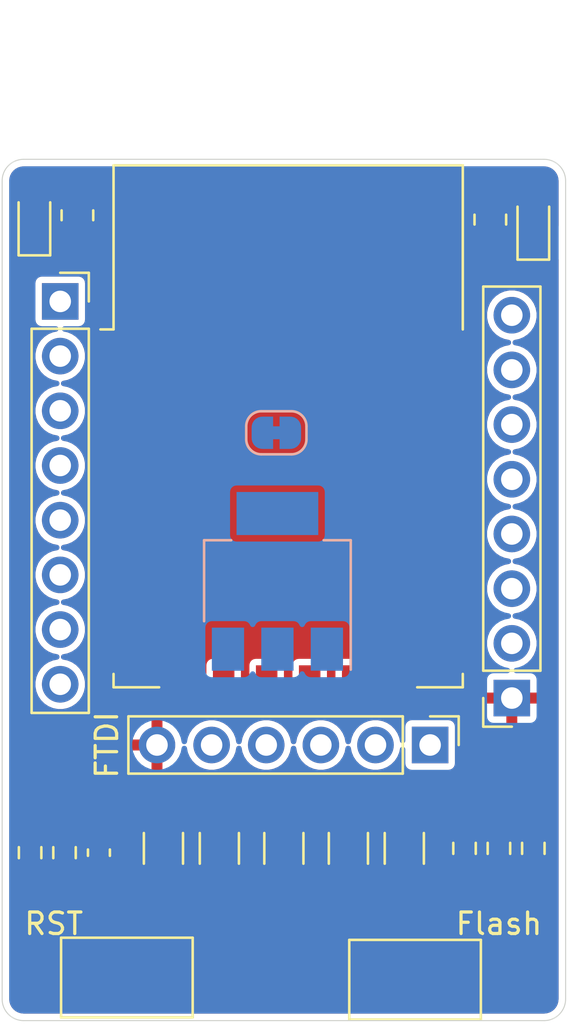
<source format=kicad_pcb>
(kicad_pcb (version 20171130) (host pcbnew 5.1.9-73d0e3b20d~88~ubuntu18.04.1)

  (general
    (thickness 1.6)
    (drawings 9)
    (tracks 0)
    (zones 0)
    (modules 23)
    (nets 29)
  )

  (page A4)
  (layers
    (0 F.Cu signal)
    (31 B.Cu signal)
    (32 B.Adhes user)
    (33 F.Adhes user)
    (34 B.Paste user)
    (35 F.Paste user)
    (36 B.SilkS user)
    (37 F.SilkS user)
    (38 B.Mask user)
    (39 F.Mask user)
    (40 Dwgs.User user)
    (41 Cmts.User user)
    (42 Eco1.User user)
    (43 Eco2.User user)
    (44 Edge.Cuts user)
    (45 Margin user)
    (46 B.CrtYd user)
    (47 F.CrtYd user)
    (48 B.Fab user)
    (49 F.Fab user)
  )

  (setup
    (last_trace_width 0.25)
    (trace_clearance 0.2)
    (zone_clearance 0.3)
    (zone_45_only no)
    (trace_min 0.2)
    (via_size 0.8)
    (via_drill 0.4)
    (via_min_size 0.4)
    (via_min_drill 0.3)
    (uvia_size 0.3)
    (uvia_drill 0.1)
    (uvias_allowed no)
    (uvia_min_size 0.2)
    (uvia_min_drill 0.1)
    (edge_width 0.05)
    (segment_width 0.2)
    (pcb_text_width 0.3)
    (pcb_text_size 1.5 1.5)
    (mod_edge_width 0.12)
    (mod_text_size 1 1)
    (mod_text_width 0.15)
    (pad_size 1.524 1.524)
    (pad_drill 0.762)
    (pad_to_mask_clearance 0)
    (aux_axis_origin 0 0)
    (visible_elements FFFFFF7F)
    (pcbplotparams
      (layerselection 0x010fc_ffffffff)
      (usegerberextensions false)
      (usegerberattributes true)
      (usegerberadvancedattributes true)
      (creategerberjobfile true)
      (excludeedgelayer true)
      (linewidth 0.100000)
      (plotframeref false)
      (viasonmask false)
      (mode 1)
      (useauxorigin false)
      (hpglpennumber 1)
      (hpglpenspeed 20)
      (hpglpendiameter 15.000000)
      (psnegative false)
      (psa4output false)
      (plotreference true)
      (plotvalue true)
      (plotinvisibletext false)
      (padsonsilk false)
      (subtractmaskfromsilk false)
      (outputformat 1)
      (mirror false)
      (drillshape 1)
      (scaleselection 1)
      (outputdirectory ""))
  )

  (net 0 "")
  (net 1 GND)
  (net 2 +5V)
  (net 3 +3V3)
  (net 4 "Net-(D101-Pad2)")
  (net 5 "Net-(D102-Pad2)")
  (net 6 /GPIO13)
  (net 7 /GPIO12)
  (net 8 /GPIO14)
  (net 9 /GPIO16)
  (net 10 /EN)
  (net 11 /ADC)
  (net 12 /~RST)
  (net 13 /TX)
  (net 14 /RX)
  (net 15 /GPIO5)
  (net 16 /GPIO4)
  (net 17 /~FLASH)
  (net 18 /GPIO2)
  (net 19 /GPIO15)
  (net 20 "Net-(J103-Pad5)")
  (net 21 "Net-(J103-Pad4)")
  (net 22 "Net-(J103-Pad1)")
  (net 23 "Net-(U102-Pad14)")
  (net 24 "Net-(U102-Pad13)")
  (net 25 "Net-(U102-Pad12)")
  (net 26 "Net-(U102-Pad11)")
  (net 27 "Net-(U102-Pad10)")
  (net 28 "Net-(U102-Pad9)")

  (net_class Default "This is the default net class."
    (clearance 0.2)
    (trace_width 0.25)
    (via_dia 0.8)
    (via_drill 0.4)
    (uvia_dia 0.3)
    (uvia_drill 0.1)
    (add_net +3V3)
    (add_net +5V)
    (add_net /ADC)
    (add_net /EN)
    (add_net /GPIO12)
    (add_net /GPIO13)
    (add_net /GPIO14)
    (add_net /GPIO15)
    (add_net /GPIO16)
    (add_net /GPIO2)
    (add_net /GPIO4)
    (add_net /GPIO5)
    (add_net /RX)
    (add_net /TX)
    (add_net /~FLASH)
    (add_net /~RST)
    (add_net GND)
    (add_net "Net-(D101-Pad2)")
    (add_net "Net-(D102-Pad2)")
    (add_net "Net-(J103-Pad1)")
    (add_net "Net-(J103-Pad4)")
    (add_net "Net-(J103-Pad5)")
    (add_net "Net-(U102-Pad10)")
    (add_net "Net-(U102-Pad11)")
    (add_net "Net-(U102-Pad12)")
    (add_net "Net-(U102-Pad13)")
    (add_net "Net-(U102-Pad14)")
    (add_net "Net-(U102-Pad9)")
  )

  (module Connector_PinSocket_2.54mm:PinSocket_1x08_P2.54mm_Vertical (layer F.Cu) (tedit 5A19A420) (tstamp 60F4CF4E)
    (at 164.6 99.22 180)
    (descr "Through hole straight socket strip, 1x08, 2.54mm pitch, single row (from Kicad 4.0.7), script generated")
    (tags "Through hole socket strip THT 1x08 2.54mm single row")
    (path /60FD5610)
    (fp_text reference J102 (at 0 -2.77) (layer F.SilkS) hide
      (effects (font (size 1 1) (thickness 0.15)))
    )
    (fp_text value Conn_01x08_Female (at 0 20.55) (layer F.Fab) hide
      (effects (font (size 1 1) (thickness 0.15)))
    )
    (fp_line (start -1.8 19.55) (end -1.8 -1.8) (layer F.CrtYd) (width 0.05))
    (fp_line (start 1.75 19.55) (end -1.8 19.55) (layer F.CrtYd) (width 0.05))
    (fp_line (start 1.75 -1.8) (end 1.75 19.55) (layer F.CrtYd) (width 0.05))
    (fp_line (start -1.8 -1.8) (end 1.75 -1.8) (layer F.CrtYd) (width 0.05))
    (fp_line (start 0 -1.33) (end 1.33 -1.33) (layer F.SilkS) (width 0.12))
    (fp_line (start 1.33 -1.33) (end 1.33 0) (layer F.SilkS) (width 0.12))
    (fp_line (start 1.33 1.27) (end 1.33 19.11) (layer F.SilkS) (width 0.12))
    (fp_line (start -1.33 19.11) (end 1.33 19.11) (layer F.SilkS) (width 0.12))
    (fp_line (start -1.33 1.27) (end -1.33 19.11) (layer F.SilkS) (width 0.12))
    (fp_line (start -1.33 1.27) (end 1.33 1.27) (layer F.SilkS) (width 0.12))
    (fp_line (start -1.27 19.05) (end -1.27 -1.27) (layer F.Fab) (width 0.1))
    (fp_line (start 1.27 19.05) (end -1.27 19.05) (layer F.Fab) (width 0.1))
    (fp_line (start 1.27 -0.635) (end 1.27 19.05) (layer F.Fab) (width 0.1))
    (fp_line (start 0.635 -1.27) (end 1.27 -0.635) (layer F.Fab) (width 0.1))
    (fp_line (start -1.27 -1.27) (end 0.635 -1.27) (layer F.Fab) (width 0.1))
    (fp_text user %R (at 0 8.89 90) (layer F.Fab) hide
      (effects (font (size 1 1) (thickness 0.15)))
    )
    (pad 8 thru_hole oval (at 0 17.78 180) (size 1.7 1.7) (drill 1) (layers *.Cu *.Mask)
      (net 13 /TX))
    (pad 7 thru_hole oval (at 0 15.24 180) (size 1.7 1.7) (drill 1) (layers *.Cu *.Mask)
      (net 14 /RX))
    (pad 6 thru_hole oval (at 0 12.7 180) (size 1.7 1.7) (drill 1) (layers *.Cu *.Mask)
      (net 15 /GPIO5))
    (pad 5 thru_hole oval (at 0 10.16 180) (size 1.7 1.7) (drill 1) (layers *.Cu *.Mask)
      (net 16 /GPIO4))
    (pad 4 thru_hole oval (at 0 7.62 180) (size 1.7 1.7) (drill 1) (layers *.Cu *.Mask)
      (net 17 /~FLASH))
    (pad 3 thru_hole oval (at 0 5.08 180) (size 1.7 1.7) (drill 1) (layers *.Cu *.Mask)
      (net 18 /GPIO2))
    (pad 2 thru_hole oval (at 0 2.54 180) (size 1.7 1.7) (drill 1) (layers *.Cu *.Mask)
      (net 19 /GPIO15))
    (pad 1 thru_hole rect (at 0 0 180) (size 1.7 1.7) (drill 1) (layers *.Cu *.Mask)
      (net 1 GND))
    (model ${KISYS3DMOD}/Connector_PinHeader_2.54mm.3dshapes/PinHeader_1x08_P2.54mm_Vertical.wrl
      (offset (xyz 0 0 -1.5))
      (scale (xyz 1 1 1))
      (rotate (xyz 0 -180 0))
    )
  )

  (module Connector_PinSocket_2.54mm:PinSocket_1x08_P2.54mm_Vertical (layer F.Cu) (tedit 5A19A420) (tstamp 60F4CEEE)
    (at 143.6 80.8)
    (descr "Through hole straight socket strip, 1x08, 2.54mm pitch, single row (from Kicad 4.0.7), script generated")
    (tags "Through hole socket strip THT 1x08 2.54mm single row")
    (path /60FD34FB)
    (fp_text reference J101 (at 0 -2.77) (layer F.SilkS) hide
      (effects (font (size 1 1) (thickness 0.15)))
    )
    (fp_text value Conn_01x08_Female (at 0 20.55) (layer F.Fab) hide
      (effects (font (size 1 1) (thickness 0.15)))
    )
    (fp_line (start -1.8 19.55) (end -1.8 -1.8) (layer F.CrtYd) (width 0.05))
    (fp_line (start 1.75 19.55) (end -1.8 19.55) (layer F.CrtYd) (width 0.05))
    (fp_line (start 1.75 -1.8) (end 1.75 19.55) (layer F.CrtYd) (width 0.05))
    (fp_line (start -1.8 -1.8) (end 1.75 -1.8) (layer F.CrtYd) (width 0.05))
    (fp_line (start 0 -1.33) (end 1.33 -1.33) (layer F.SilkS) (width 0.12))
    (fp_line (start 1.33 -1.33) (end 1.33 0) (layer F.SilkS) (width 0.12))
    (fp_line (start 1.33 1.27) (end 1.33 19.11) (layer F.SilkS) (width 0.12))
    (fp_line (start -1.33 19.11) (end 1.33 19.11) (layer F.SilkS) (width 0.12))
    (fp_line (start -1.33 1.27) (end -1.33 19.11) (layer F.SilkS) (width 0.12))
    (fp_line (start -1.33 1.27) (end 1.33 1.27) (layer F.SilkS) (width 0.12))
    (fp_line (start -1.27 19.05) (end -1.27 -1.27) (layer F.Fab) (width 0.1))
    (fp_line (start 1.27 19.05) (end -1.27 19.05) (layer F.Fab) (width 0.1))
    (fp_line (start 1.27 -0.635) (end 1.27 19.05) (layer F.Fab) (width 0.1))
    (fp_line (start 0.635 -1.27) (end 1.27 -0.635) (layer F.Fab) (width 0.1))
    (fp_line (start -1.27 -1.27) (end 0.635 -1.27) (layer F.Fab) (width 0.1))
    (fp_text user %R (at 0 8.89 90) (layer F.Fab) hide
      (effects (font (size 1 1) (thickness 0.15)))
    )
    (pad 8 thru_hole oval (at 0 17.78) (size 1.7 1.7) (drill 1) (layers *.Cu *.Mask)
      (net 3 +3V3))
    (pad 7 thru_hole oval (at 0 15.24) (size 1.7 1.7) (drill 1) (layers *.Cu *.Mask)
      (net 6 /GPIO13))
    (pad 6 thru_hole oval (at 0 12.7) (size 1.7 1.7) (drill 1) (layers *.Cu *.Mask)
      (net 7 /GPIO12))
    (pad 5 thru_hole oval (at 0 10.16) (size 1.7 1.7) (drill 1) (layers *.Cu *.Mask)
      (net 8 /GPIO14))
    (pad 4 thru_hole oval (at 0 7.62) (size 1.7 1.7) (drill 1) (layers *.Cu *.Mask)
      (net 9 /GPIO16))
    (pad 3 thru_hole oval (at 0 5.08) (size 1.7 1.7) (drill 1) (layers *.Cu *.Mask)
      (net 10 /EN))
    (pad 2 thru_hole oval (at 0 2.54) (size 1.7 1.7) (drill 1) (layers *.Cu *.Mask)
      (net 11 /ADC))
    (pad 1 thru_hole rect (at 0 0) (size 1.7 1.7) (drill 1) (layers *.Cu *.Mask)
      (net 12 /~RST))
    (model ${KISYS3DMOD}/Connector_PinHeader_2.54mm.3dshapes/PinHeader_1x08_P2.54mm_Vertical.wrl
      (offset (xyz 0 0 -1.5))
      (scale (xyz 1 1 1))
      (rotate (xyz 0 180 0))
    )
    (model "/home/cs-du/Documents/Kicad/3D-Models/Boards/Mini Breadboard/Mini-White.STEP"
      (offset (xyz 11.5 -7.5 -11.5))
      (scale (xyz 1 1 1))
      (rotate (xyz -90 0 90))
    )
  )

  (module RF_Module:ESP-12E (layer F.Cu) (tedit 5A030172) (tstamp 60F49128)
    (at 154.2 86.6)
    (descr "Wi-Fi Module, http://wiki.ai-thinker.com/_media/esp8266/docs/aithinker_esp_12f_datasheet_en.pdf")
    (tags "Wi-Fi Module")
    (path /60F738DB)
    (attr smd)
    (fp_text reference U102 (at -10.56 -5.26) (layer F.SilkS) hide
      (effects (font (size 1 1) (thickness 0.15)))
    )
    (fp_text value ESP-12F (at -0.06 -12.78) (layer F.Fab)
      (effects (font (size 1 1) (thickness 0.15)))
    )
    (fp_line (start 5.56 -4.8) (end 8.12 -7.36) (layer Dwgs.User) (width 0.12))
    (fp_line (start 2.56 -4.8) (end 8.12 -10.36) (layer Dwgs.User) (width 0.12))
    (fp_line (start -0.44 -4.8) (end 6.88 -12.12) (layer Dwgs.User) (width 0.12))
    (fp_line (start -3.44 -4.8) (end 3.88 -12.12) (layer Dwgs.User) (width 0.12))
    (fp_line (start -6.44 -4.8) (end 0.88 -12.12) (layer Dwgs.User) (width 0.12))
    (fp_line (start -8.12 -6.12) (end -2.12 -12.12) (layer Dwgs.User) (width 0.12))
    (fp_line (start -8.12 -9.12) (end -5.12 -12.12) (layer Dwgs.User) (width 0.12))
    (fp_line (start -8.12 -4.8) (end -8.12 -12.12) (layer Dwgs.User) (width 0.12))
    (fp_line (start 8.12 -4.8) (end -8.12 -4.8) (layer Dwgs.User) (width 0.12))
    (fp_line (start 8.12 -12.12) (end 8.12 -4.8) (layer Dwgs.User) (width 0.12))
    (fp_line (start -8.12 -12.12) (end 8.12 -12.12) (layer Dwgs.User) (width 0.12))
    (fp_line (start -8.12 -4.5) (end -8.73 -4.5) (layer F.SilkS) (width 0.12))
    (fp_line (start -8.12 -4.5) (end -8.12 -12.12) (layer F.SilkS) (width 0.12))
    (fp_line (start -8.12 12.12) (end -8.12 11.5) (layer F.SilkS) (width 0.12))
    (fp_line (start -6 12.12) (end -8.12 12.12) (layer F.SilkS) (width 0.12))
    (fp_line (start 8.12 12.12) (end 6 12.12) (layer F.SilkS) (width 0.12))
    (fp_line (start 8.12 11.5) (end 8.12 12.12) (layer F.SilkS) (width 0.12))
    (fp_line (start 8.12 -12.12) (end 8.12 -4.5) (layer F.SilkS) (width 0.12))
    (fp_line (start -8.12 -12.12) (end 8.12 -12.12) (layer F.SilkS) (width 0.12))
    (fp_line (start -9.05 13.1) (end -9.05 -12.2) (layer F.CrtYd) (width 0.05))
    (fp_line (start 9.05 13.1) (end -9.05 13.1) (layer F.CrtYd) (width 0.05))
    (fp_line (start 9.05 -12.2) (end 9.05 13.1) (layer F.CrtYd) (width 0.05))
    (fp_line (start -9.05 -12.2) (end 9.05 -12.2) (layer F.CrtYd) (width 0.05))
    (fp_line (start -8 -4) (end -8 -12) (layer F.Fab) (width 0.12))
    (fp_line (start -7.5 -3.5) (end -8 -4) (layer F.Fab) (width 0.12))
    (fp_line (start -8 -3) (end -7.5 -3.5) (layer F.Fab) (width 0.12))
    (fp_line (start -8 12) (end -8 -3) (layer F.Fab) (width 0.12))
    (fp_line (start 8 12) (end -8 12) (layer F.Fab) (width 0.12))
    (fp_line (start 8 -12) (end 8 12) (layer F.Fab) (width 0.12))
    (fp_line (start -8 -12) (end 8 -12) (layer F.Fab) (width 0.12))
    (fp_text user %R (at 0.49 -0.8) (layer F.Fab) hide
      (effects (font (size 1 1) (thickness 0.15)))
    )
    (fp_text user "KEEP-OUT ZONE" (at 0.03 -9.55 180) (layer Cmts.User)
      (effects (font (size 1 1) (thickness 0.15)))
    )
    (fp_text user Antenna (at -0.06 -7 180) (layer Cmts.User)
      (effects (font (size 1 1) (thickness 0.15)))
    )
    (pad 22 smd rect (at 7.6 -3.5) (size 2.5 1) (layers F.Cu F.Paste F.Mask)
      (net 13 /TX))
    (pad 21 smd rect (at 7.6 -1.5) (size 2.5 1) (layers F.Cu F.Paste F.Mask)
      (net 14 /RX))
    (pad 20 smd rect (at 7.6 0.5) (size 2.5 1) (layers F.Cu F.Paste F.Mask)
      (net 15 /GPIO5))
    (pad 19 smd rect (at 7.6 2.5) (size 2.5 1) (layers F.Cu F.Paste F.Mask)
      (net 16 /GPIO4))
    (pad 18 smd rect (at 7.6 4.5) (size 2.5 1) (layers F.Cu F.Paste F.Mask)
      (net 17 /~FLASH))
    (pad 17 smd rect (at 7.6 6.5) (size 2.5 1) (layers F.Cu F.Paste F.Mask)
      (net 18 /GPIO2))
    (pad 16 smd rect (at 7.6 8.5) (size 2.5 1) (layers F.Cu F.Paste F.Mask)
      (net 19 /GPIO15))
    (pad 15 smd rect (at 7.6 10.5) (size 2.5 1) (layers F.Cu F.Paste F.Mask)
      (net 1 GND))
    (pad 14 smd rect (at 5 12) (size 1 1.8) (layers F.Cu F.Paste F.Mask)
      (net 23 "Net-(U102-Pad14)"))
    (pad 13 smd rect (at 3 12) (size 1 1.8) (layers F.Cu F.Paste F.Mask)
      (net 24 "Net-(U102-Pad13)"))
    (pad 12 smd rect (at 1 12) (size 1 1.8) (layers F.Cu F.Paste F.Mask)
      (net 25 "Net-(U102-Pad12)"))
    (pad 11 smd rect (at -1 12) (size 1 1.8) (layers F.Cu F.Paste F.Mask)
      (net 26 "Net-(U102-Pad11)"))
    (pad 10 smd rect (at -3 12) (size 1 1.8) (layers F.Cu F.Paste F.Mask)
      (net 27 "Net-(U102-Pad10)"))
    (pad 9 smd rect (at -5 12) (size 1 1.8) (layers F.Cu F.Paste F.Mask)
      (net 28 "Net-(U102-Pad9)"))
    (pad 8 smd rect (at -7.6 10.5) (size 2.5 1) (layers F.Cu F.Paste F.Mask)
      (net 3 +3V3))
    (pad 7 smd rect (at -7.6 8.5) (size 2.5 1) (layers F.Cu F.Paste F.Mask)
      (net 6 /GPIO13))
    (pad 6 smd rect (at -7.6 6.5) (size 2.5 1) (layers F.Cu F.Paste F.Mask)
      (net 7 /GPIO12))
    (pad 5 smd rect (at -7.6 4.5) (size 2.5 1) (layers F.Cu F.Paste F.Mask)
      (net 8 /GPIO14))
    (pad 4 smd rect (at -7.6 2.5) (size 2.5 1) (layers F.Cu F.Paste F.Mask)
      (net 9 /GPIO16))
    (pad 3 smd rect (at -7.6 0.5) (size 2.5 1) (layers F.Cu F.Paste F.Mask)
      (net 10 /EN))
    (pad 2 smd rect (at -7.6 -1.5) (size 2.5 1) (layers F.Cu F.Paste F.Mask)
      (net 11 /ADC))
    (pad 1 smd rect (at -7.6 -3.5) (size 2.5 1) (layers F.Cu F.Paste F.Mask)
      (net 12 /~RST))
    (model ${KISYS3DMOD}/RF_Module.3dshapes/ESP-12E.wrl
      (at (xyz 0 0 0))
      (scale (xyz 1 1 1))
      (rotate (xyz 0 0 0))
    )
  )

  (module Package_TO_SOT_SMD:SOT-223-3_TabPin2 (layer B.Cu) (tedit 5A02FF57) (tstamp 60F4D03E)
    (at 153.7 93.8 90)
    (descr "module CMS SOT223 4 pins")
    (tags "CMS SOT")
    (path /60F800E0)
    (attr smd)
    (fp_text reference Ue (at 0 4.5 270) (layer B.SilkS) hide
      (effects (font (size 1 1) (thickness 0.15)) (justify mirror))
    )
    (fp_text value AMS1117-3.3 (at 0 -4.5 270) (layer B.Fab) hide
      (effects (font (size 1 1) (thickness 0.15)) (justify mirror))
    )
    (fp_line (start 1.85 3.35) (end 1.85 -3.35) (layer B.Fab) (width 0.1))
    (fp_line (start -1.85 -3.35) (end 1.85 -3.35) (layer B.Fab) (width 0.1))
    (fp_line (start -4.1 3.41) (end 1.91 3.41) (layer B.SilkS) (width 0.12))
    (fp_line (start -0.85 3.35) (end 1.85 3.35) (layer B.Fab) (width 0.1))
    (fp_line (start -1.85 -3.41) (end 1.91 -3.41) (layer B.SilkS) (width 0.12))
    (fp_line (start -1.85 2.35) (end -1.85 -3.35) (layer B.Fab) (width 0.1))
    (fp_line (start -1.85 2.35) (end -0.85 3.35) (layer B.Fab) (width 0.1))
    (fp_line (start -4.4 3.6) (end -4.4 -3.6) (layer B.CrtYd) (width 0.05))
    (fp_line (start -4.4 -3.6) (end 4.4 -3.6) (layer B.CrtYd) (width 0.05))
    (fp_line (start 4.4 -3.6) (end 4.4 3.6) (layer B.CrtYd) (width 0.05))
    (fp_line (start 4.4 3.6) (end -4.4 3.6) (layer B.CrtYd) (width 0.05))
    (fp_line (start 1.91 3.41) (end 1.91 2.15) (layer B.SilkS) (width 0.12))
    (fp_line (start 1.91 -3.41) (end 1.91 -2.15) (layer B.SilkS) (width 0.12))
    (fp_text user %R (at 0 0) (layer B.Fab) hide
      (effects (font (size 0.8 0.8) (thickness 0.12)) (justify mirror))
    )
    (pad 1 smd rect (at -3.15 2.3 90) (size 2 1.5) (layers B.Cu B.Paste B.Mask)
      (net 1 GND))
    (pad 3 smd rect (at -3.15 -2.3 90) (size 2 1.5) (layers B.Cu B.Paste B.Mask)
      (net 2 +5V))
    (pad 2 smd rect (at -3.15 0 90) (size 2 1.5) (layers B.Cu B.Paste B.Mask)
      (net 3 +3V3))
    (pad 2 smd rect (at 3.15 0 90) (size 2 3.8) (layers B.Cu B.Paste B.Mask)
      (net 3 +3V3))
    (model ${KISYS3DMOD}/Package_TO_SOT_SMD.3dshapes/SOT-223.wrl
      (at (xyz 0 0 0))
      (scale (xyz 1 1 1))
      (rotate (xyz 0 0 0))
    )
  )

  (module Button_Switch_SMD:SW_SPST_CK_RS282G05A3 (layer F.Cu) (tedit 5A7A67D2) (tstamp 60F4D028)
    (at 146.7 112.2 180)
    (descr https://www.mouser.com/ds/2/60/RS-282G05A-SM_RT-1159762.pdf)
    (tags "SPST button tactile switch")
    (path /60F739AE)
    (attr smd)
    (fp_text reference SW102 (at 0 -2.6) (layer F.SilkS) hide
      (effects (font (size 1 1) (thickness 0.15)))
    )
    (fp_text value RST (at 3.4 2.5 180) (layer F.SilkS)
      (effects (font (size 1 1) (thickness 0.15)))
    )
    (fp_line (start 3 -1.8) (end 3 1.8) (layer F.Fab) (width 0.1))
    (fp_line (start -3 -1.8) (end -3 1.8) (layer F.Fab) (width 0.1))
    (fp_line (start -3 -1.8) (end 3 -1.8) (layer F.Fab) (width 0.1))
    (fp_line (start -3 1.8) (end 3 1.8) (layer F.Fab) (width 0.1))
    (fp_line (start -1.5 -0.8) (end -1.5 0.8) (layer F.Fab) (width 0.1))
    (fp_line (start 1.5 -0.8) (end 1.5 0.8) (layer F.Fab) (width 0.1))
    (fp_line (start -1.5 -0.8) (end 1.5 -0.8) (layer F.Fab) (width 0.1))
    (fp_line (start -1.5 0.8) (end 1.5 0.8) (layer F.Fab) (width 0.1))
    (fp_line (start -3.06 1.85) (end -3.06 -1.85) (layer F.SilkS) (width 0.12))
    (fp_line (start 3.06 1.85) (end -3.06 1.85) (layer F.SilkS) (width 0.12))
    (fp_line (start 3.06 -1.85) (end 3.06 1.85) (layer F.SilkS) (width 0.12))
    (fp_line (start -3.06 -1.85) (end 3.06 -1.85) (layer F.SilkS) (width 0.12))
    (fp_line (start -1.75 1) (end -1.75 -1) (layer F.Fab) (width 0.1))
    (fp_line (start 1.75 1) (end -1.75 1) (layer F.Fab) (width 0.1))
    (fp_line (start 1.75 -1) (end 1.75 1) (layer F.Fab) (width 0.1))
    (fp_line (start -1.75 -1) (end 1.75 -1) (layer F.Fab) (width 0.1))
    (fp_line (start -4.9 -2.05) (end 4.9 -2.05) (layer F.CrtYd) (width 0.05))
    (fp_line (start 4.9 -2.05) (end 4.9 2.05) (layer F.CrtYd) (width 0.05))
    (fp_line (start 4.9 2.05) (end -4.9 2.05) (layer F.CrtYd) (width 0.05))
    (fp_line (start -4.9 2.05) (end -4.9 -2.05) (layer F.CrtYd) (width 0.05))
    (fp_text user %R (at 0 -2.6) (layer F.Fab) hide
      (effects (font (size 1 1) (thickness 0.15)))
    )
    (pad 2 smd rect (at 3.9 0 180) (size 1.5 1.5) (layers F.Cu F.Paste F.Mask)
      (net 12 /~RST))
    (pad 1 smd rect (at -3.9 0 180) (size 1.5 1.5) (layers F.Cu F.Paste F.Mask)
      (net 1 GND))
    (model ${KISYS3DMOD}/Button_Switch_SMD.3dshapes/SW_SPST_CK_RS282G05A3.wrl
      (at (xyz 0 0 0))
      (scale (xyz 1 1 1))
      (rotate (xyz 0 0 0))
    )
  )

  (module Button_Switch_SMD:SW_SPST_CK_RS282G05A3 (layer F.Cu) (tedit 5A7A67D2) (tstamp 60F4D00D)
    (at 160.1 112.3)
    (descr https://www.mouser.com/ds/2/60/RS-282G05A-SM_RT-1159762.pdf)
    (tags "SPST button tactile switch")
    (path /60F7395E)
    (attr smd)
    (fp_text reference SW101 (at 0 -2.6) (layer F.SilkS) hide
      (effects (font (size 1 1) (thickness 0.15)))
    )
    (fp_text value Flash (at 3.9 -2.6 180) (layer F.SilkS)
      (effects (font (size 1 1) (thickness 0.15)))
    )
    (fp_line (start 3 -1.8) (end 3 1.8) (layer F.Fab) (width 0.1))
    (fp_line (start -3 -1.8) (end -3 1.8) (layer F.Fab) (width 0.1))
    (fp_line (start -3 -1.8) (end 3 -1.8) (layer F.Fab) (width 0.1))
    (fp_line (start -3 1.8) (end 3 1.8) (layer F.Fab) (width 0.1))
    (fp_line (start -1.5 -0.8) (end -1.5 0.8) (layer F.Fab) (width 0.1))
    (fp_line (start 1.5 -0.8) (end 1.5 0.8) (layer F.Fab) (width 0.1))
    (fp_line (start -1.5 -0.8) (end 1.5 -0.8) (layer F.Fab) (width 0.1))
    (fp_line (start -1.5 0.8) (end 1.5 0.8) (layer F.Fab) (width 0.1))
    (fp_line (start -3.06 1.85) (end -3.06 -1.85) (layer F.SilkS) (width 0.12))
    (fp_line (start 3.06 1.85) (end -3.06 1.85) (layer F.SilkS) (width 0.12))
    (fp_line (start 3.06 -1.85) (end 3.06 1.85) (layer F.SilkS) (width 0.12))
    (fp_line (start -3.06 -1.85) (end 3.06 -1.85) (layer F.SilkS) (width 0.12))
    (fp_line (start -1.75 1) (end -1.75 -1) (layer F.Fab) (width 0.1))
    (fp_line (start 1.75 1) (end -1.75 1) (layer F.Fab) (width 0.1))
    (fp_line (start 1.75 -1) (end 1.75 1) (layer F.Fab) (width 0.1))
    (fp_line (start -1.75 -1) (end 1.75 -1) (layer F.Fab) (width 0.1))
    (fp_line (start -4.9 -2.05) (end 4.9 -2.05) (layer F.CrtYd) (width 0.05))
    (fp_line (start 4.9 -2.05) (end 4.9 2.05) (layer F.CrtYd) (width 0.05))
    (fp_line (start 4.9 2.05) (end -4.9 2.05) (layer F.CrtYd) (width 0.05))
    (fp_line (start -4.9 2.05) (end -4.9 -2.05) (layer F.CrtYd) (width 0.05))
    (fp_text user %R (at 0 -2.6) (layer F.Fab) hide
      (effects (font (size 1 1) (thickness 0.15)))
    )
    (pad 2 smd rect (at 3.9 0) (size 1.5 1.5) (layers F.Cu F.Paste F.Mask)
      (net 17 /~FLASH))
    (pad 1 smd rect (at -3.9 0) (size 1.5 1.5) (layers F.Cu F.Paste F.Mask)
      (net 1 GND))
    (model ${KISYS3DMOD}/Button_Switch_SMD.3dshapes/SW_SPST_CK_RS282G05A3.wrl
      (at (xyz 0 0 0))
      (scale (xyz 1 1 1))
      (rotate (xyz 0 0 0))
    )
  )

  (module Resistor_SMD:R_0805_2012Metric_Pad1.20x1.40mm_HandSolder (layer F.Cu) (tedit 5F68FEEE) (tstamp 60F4CFF2)
    (at 144.4 76.8 270)
    (descr "Resistor SMD 0805 (2012 Metric), square (rectangular) end terminal, IPC_7351 nominal with elongated pad for handsoldering. (Body size source: IPC-SM-782 page 72, https://www.pcb-3d.com/wordpress/wp-content/uploads/ipc-sm-782a_amendment_1_and_2.pdf), generated with kicad-footprint-generator")
    (tags "resistor handsolder")
    (path /60F7390A)
    (attr smd)
    (fp_text reference R107 (at 0 -1.65 90) (layer F.SilkS) hide
      (effects (font (size 1 1) (thickness 0.15)))
    )
    (fp_text value 15 (at 0 1.65 90) (layer F.Fab) hide
      (effects (font (size 1 1) (thickness 0.15)))
    )
    (fp_line (start 1.85 0.95) (end -1.85 0.95) (layer F.CrtYd) (width 0.05))
    (fp_line (start 1.85 -0.95) (end 1.85 0.95) (layer F.CrtYd) (width 0.05))
    (fp_line (start -1.85 -0.95) (end 1.85 -0.95) (layer F.CrtYd) (width 0.05))
    (fp_line (start -1.85 0.95) (end -1.85 -0.95) (layer F.CrtYd) (width 0.05))
    (fp_line (start -0.227064 0.735) (end 0.227064 0.735) (layer F.SilkS) (width 0.12))
    (fp_line (start -0.227064 -0.735) (end 0.227064 -0.735) (layer F.SilkS) (width 0.12))
    (fp_line (start 1 0.625) (end -1 0.625) (layer F.Fab) (width 0.1))
    (fp_line (start 1 -0.625) (end 1 0.625) (layer F.Fab) (width 0.1))
    (fp_line (start -1 -0.625) (end 1 -0.625) (layer F.Fab) (width 0.1))
    (fp_line (start -1 0.625) (end -1 -0.625) (layer F.Fab) (width 0.1))
    (fp_text user %R (at 0 0 90) (layer F.Fab) hide
      (effects (font (size 0.5 0.5) (thickness 0.08)))
    )
    (pad 2 smd roundrect (at 1 0 270) (size 1.2 1.4) (layers F.Cu F.Paste F.Mask) (roundrect_rratio 0.208333)
      (net 14 /RX))
    (pad 1 smd roundrect (at -1 0 270) (size 1.2 1.4) (layers F.Cu F.Paste F.Mask) (roundrect_rratio 0.208333)
      (net 5 "Net-(D102-Pad2)"))
    (model ${KISYS3DMOD}/Resistor_SMD.3dshapes/R_0805_2012Metric.wrl
      (at (xyz 0 0 0))
      (scale (xyz 1 1 1))
      (rotate (xyz 0 0 0))
    )
  )

  (module Resistor_SMD:R_0603_1608Metric_Pad0.98x0.95mm_HandSolder (layer F.Cu) (tedit 5F68FEEE) (tstamp 60F4CFE1)
    (at 164 106.2 90)
    (descr "Resistor SMD 0603 (1608 Metric), square (rectangular) end terminal, IPC_7351 nominal with elongated pad for handsoldering. (Body size source: IPC-SM-782 page 72, https://www.pcb-3d.com/wordpress/wp-content/uploads/ipc-sm-782a_amendment_1_and_2.pdf), generated with kicad-footprint-generator")
    (tags "resistor handsolder")
    (path /60F738A7)
    (attr smd)
    (fp_text reference R106 (at 0 -1.43 90) (layer F.SilkS) hide
      (effects (font (size 1 1) (thickness 0.15)))
    )
    (fp_text value 10K (at 0 1.43 90) (layer F.Fab) hide
      (effects (font (size 1 1) (thickness 0.15)))
    )
    (fp_line (start 1.65 0.73) (end -1.65 0.73) (layer F.CrtYd) (width 0.05))
    (fp_line (start 1.65 -0.73) (end 1.65 0.73) (layer F.CrtYd) (width 0.05))
    (fp_line (start -1.65 -0.73) (end 1.65 -0.73) (layer F.CrtYd) (width 0.05))
    (fp_line (start -1.65 0.73) (end -1.65 -0.73) (layer F.CrtYd) (width 0.05))
    (fp_line (start -0.254724 0.5225) (end 0.254724 0.5225) (layer F.SilkS) (width 0.12))
    (fp_line (start -0.254724 -0.5225) (end 0.254724 -0.5225) (layer F.SilkS) (width 0.12))
    (fp_line (start 0.8 0.4125) (end -0.8 0.4125) (layer F.Fab) (width 0.1))
    (fp_line (start 0.8 -0.4125) (end 0.8 0.4125) (layer F.Fab) (width 0.1))
    (fp_line (start -0.8 -0.4125) (end 0.8 -0.4125) (layer F.Fab) (width 0.1))
    (fp_line (start -0.8 0.4125) (end -0.8 -0.4125) (layer F.Fab) (width 0.1))
    (fp_text user %R (at 0 0 90) (layer F.Fab) hide
      (effects (font (size 0.4 0.4) (thickness 0.06)))
    )
    (pad 2 smd roundrect (at 0.9125 0 90) (size 0.975 0.95) (layers F.Cu F.Paste F.Mask) (roundrect_rratio 0.25)
      (net 19 /GPIO15))
    (pad 1 smd roundrect (at -0.9125 0 90) (size 0.975 0.95) (layers F.Cu F.Paste F.Mask) (roundrect_rratio 0.25)
      (net 1 GND))
    (model ${KISYS3DMOD}/Resistor_SMD.3dshapes/R_0603_1608Metric.wrl
      (at (xyz 0 0 0))
      (scale (xyz 1 1 1))
      (rotate (xyz 0 0 0))
    )
  )

  (module Resistor_SMD:R_0603_1608Metric_Pad0.98x0.95mm_HandSolder (layer F.Cu) (tedit 5F68FEEE) (tstamp 60F4CFD0)
    (at 162.4 106.2 90)
    (descr "Resistor SMD 0603 (1608 Metric), square (rectangular) end terminal, IPC_7351 nominal with elongated pad for handsoldering. (Body size source: IPC-SM-782 page 72, https://www.pcb-3d.com/wordpress/wp-content/uploads/ipc-sm-782a_amendment_1_and_2.pdf), generated with kicad-footprint-generator")
    (tags "resistor handsolder")
    (path /60F73879)
    (attr smd)
    (fp_text reference R105 (at 0 -1.43 90) (layer F.SilkS) hide
      (effects (font (size 1 1) (thickness 0.15)))
    )
    (fp_text value 10K (at 0 1.43 90) (layer F.Fab) hide
      (effects (font (size 1 1) (thickness 0.15)))
    )
    (fp_line (start 1.65 0.73) (end -1.65 0.73) (layer F.CrtYd) (width 0.05))
    (fp_line (start 1.65 -0.73) (end 1.65 0.73) (layer F.CrtYd) (width 0.05))
    (fp_line (start -1.65 -0.73) (end 1.65 -0.73) (layer F.CrtYd) (width 0.05))
    (fp_line (start -1.65 0.73) (end -1.65 -0.73) (layer F.CrtYd) (width 0.05))
    (fp_line (start -0.254724 0.5225) (end 0.254724 0.5225) (layer F.SilkS) (width 0.12))
    (fp_line (start -0.254724 -0.5225) (end 0.254724 -0.5225) (layer F.SilkS) (width 0.12))
    (fp_line (start 0.8 0.4125) (end -0.8 0.4125) (layer F.Fab) (width 0.1))
    (fp_line (start 0.8 -0.4125) (end 0.8 0.4125) (layer F.Fab) (width 0.1))
    (fp_line (start -0.8 -0.4125) (end 0.8 -0.4125) (layer F.Fab) (width 0.1))
    (fp_line (start -0.8 0.4125) (end -0.8 -0.4125) (layer F.Fab) (width 0.1))
    (fp_text user %R (at 0 0 90) (layer F.Fab) hide
      (effects (font (size 0.4 0.4) (thickness 0.06)))
    )
    (pad 2 smd roundrect (at 0.9125 0 90) (size 0.975 0.95) (layers F.Cu F.Paste F.Mask) (roundrect_rratio 0.25)
      (net 18 /GPIO2))
    (pad 1 smd roundrect (at -0.9125 0 90) (size 0.975 0.95) (layers F.Cu F.Paste F.Mask) (roundrect_rratio 0.25)
      (net 3 +3V3))
    (model ${KISYS3DMOD}/Resistor_SMD.3dshapes/R_0603_1608Metric.wrl
      (at (xyz 0 0 0))
      (scale (xyz 1 1 1))
      (rotate (xyz 0 0 0))
    )
  )

  (module Resistor_SMD:R_0805_2012Metric_Pad1.20x1.40mm_HandSolder (layer F.Cu) (tedit 5F68FEEE) (tstamp 60F4CFBF)
    (at 163.6 77 270)
    (descr "Resistor SMD 0805 (2012 Metric), square (rectangular) end terminal, IPC_7351 nominal with elongated pad for handsoldering. (Body size source: IPC-SM-782 page 72, https://www.pcb-3d.com/wordpress/wp-content/uploads/ipc-sm-782a_amendment_1_and_2.pdf), generated with kicad-footprint-generator")
    (tags "resistor handsolder")
    (path /60F73918)
    (attr smd)
    (fp_text reference R104 (at 0 -1.65 90) (layer F.SilkS) hide
      (effects (font (size 1 1) (thickness 0.15)))
    )
    (fp_text value 15 (at 0 1.65 90) (layer F.Fab) hide
      (effects (font (size 1 1) (thickness 0.15)))
    )
    (fp_line (start 1.85 0.95) (end -1.85 0.95) (layer F.CrtYd) (width 0.05))
    (fp_line (start 1.85 -0.95) (end 1.85 0.95) (layer F.CrtYd) (width 0.05))
    (fp_line (start -1.85 -0.95) (end 1.85 -0.95) (layer F.CrtYd) (width 0.05))
    (fp_line (start -1.85 0.95) (end -1.85 -0.95) (layer F.CrtYd) (width 0.05))
    (fp_line (start -0.227064 0.735) (end 0.227064 0.735) (layer F.SilkS) (width 0.12))
    (fp_line (start -0.227064 -0.735) (end 0.227064 -0.735) (layer F.SilkS) (width 0.12))
    (fp_line (start 1 0.625) (end -1 0.625) (layer F.Fab) (width 0.1))
    (fp_line (start 1 -0.625) (end 1 0.625) (layer F.Fab) (width 0.1))
    (fp_line (start -1 -0.625) (end 1 -0.625) (layer F.Fab) (width 0.1))
    (fp_line (start -1 0.625) (end -1 -0.625) (layer F.Fab) (width 0.1))
    (fp_text user %R (at 0 0 90) (layer F.Fab) hide
      (effects (font (size 0.5 0.5) (thickness 0.08)))
    )
    (pad 2 smd roundrect (at 1 0 270) (size 1.2 1.4) (layers F.Cu F.Paste F.Mask) (roundrect_rratio 0.208333)
      (net 13 /TX))
    (pad 1 smd roundrect (at -1 0 270) (size 1.2 1.4) (layers F.Cu F.Paste F.Mask) (roundrect_rratio 0.208333)
      (net 4 "Net-(D101-Pad2)"))
    (model ${KISYS3DMOD}/Resistor_SMD.3dshapes/R_0805_2012Metric.wrl
      (at (xyz 0 0 0))
      (scale (xyz 1 1 1))
      (rotate (xyz 0 0 0))
    )
  )

  (module Resistor_SMD:R_0603_1608Metric_Pad0.98x0.95mm_HandSolder (layer F.Cu) (tedit 5F68FEEE) (tstamp 60F4CFAE)
    (at 143.8 106.4 270)
    (descr "Resistor SMD 0603 (1608 Metric), square (rectangular) end terminal, IPC_7351 nominal with elongated pad for handsoldering. (Body size source: IPC-SM-782 page 72, https://www.pcb-3d.com/wordpress/wp-content/uploads/ipc-sm-782a_amendment_1_and_2.pdf), generated with kicad-footprint-generator")
    (tags "resistor handsolder")
    (path /60F738B4)
    (attr smd)
    (fp_text reference R103 (at 0 -1.43 90) (layer F.SilkS) hide
      (effects (font (size 1 1) (thickness 0.15)))
    )
    (fp_text value 10K (at 0 1.43 90) (layer F.Fab) hide
      (effects (font (size 1 1) (thickness 0.15)))
    )
    (fp_line (start 1.65 0.73) (end -1.65 0.73) (layer F.CrtYd) (width 0.05))
    (fp_line (start 1.65 -0.73) (end 1.65 0.73) (layer F.CrtYd) (width 0.05))
    (fp_line (start -1.65 -0.73) (end 1.65 -0.73) (layer F.CrtYd) (width 0.05))
    (fp_line (start -1.65 0.73) (end -1.65 -0.73) (layer F.CrtYd) (width 0.05))
    (fp_line (start -0.254724 0.5225) (end 0.254724 0.5225) (layer F.SilkS) (width 0.12))
    (fp_line (start -0.254724 -0.5225) (end 0.254724 -0.5225) (layer F.SilkS) (width 0.12))
    (fp_line (start 0.8 0.4125) (end -0.8 0.4125) (layer F.Fab) (width 0.1))
    (fp_line (start 0.8 -0.4125) (end 0.8 0.4125) (layer F.Fab) (width 0.1))
    (fp_line (start -0.8 -0.4125) (end 0.8 -0.4125) (layer F.Fab) (width 0.1))
    (fp_line (start -0.8 0.4125) (end -0.8 -0.4125) (layer F.Fab) (width 0.1))
    (fp_text user %R (at 0 0 90) (layer F.Fab) hide
      (effects (font (size 0.4 0.4) (thickness 0.06)))
    )
    (pad 2 smd roundrect (at 0.9125 0 270) (size 0.975 0.95) (layers F.Cu F.Paste F.Mask) (roundrect_rratio 0.25)
      (net 3 +3V3))
    (pad 1 smd roundrect (at -0.9125 0 270) (size 0.975 0.95) (layers F.Cu F.Paste F.Mask) (roundrect_rratio 0.25)
      (net 10 /EN))
    (model ${KISYS3DMOD}/Resistor_SMD.3dshapes/R_0603_1608Metric.wrl
      (at (xyz 0 0 0))
      (scale (xyz 1 1 1))
      (rotate (xyz 0 0 0))
    )
  )

  (module Resistor_SMD:R_0603_1608Metric_Pad0.98x0.95mm_HandSolder (layer F.Cu) (tedit 5F68FEEE) (tstamp 60F4CF9D)
    (at 142.2 106.4 90)
    (descr "Resistor SMD 0603 (1608 Metric), square (rectangular) end terminal, IPC_7351 nominal with elongated pad for handsoldering. (Body size source: IPC-SM-782 page 72, https://www.pcb-3d.com/wordpress/wp-content/uploads/ipc-sm-782a_amendment_1_and_2.pdf), generated with kicad-footprint-generator")
    (tags "resistor handsolder")
    (path /60F738C6)
    (attr smd)
    (fp_text reference R102 (at 0 -1.43 90) (layer F.SilkS) hide
      (effects (font (size 1 1) (thickness 0.15)))
    )
    (fp_text value 10K (at 0 1.43 90) (layer F.Fab) hide
      (effects (font (size 1 1) (thickness 0.15)))
    )
    (fp_line (start 1.65 0.73) (end -1.65 0.73) (layer F.CrtYd) (width 0.05))
    (fp_line (start 1.65 -0.73) (end 1.65 0.73) (layer F.CrtYd) (width 0.05))
    (fp_line (start -1.65 -0.73) (end 1.65 -0.73) (layer F.CrtYd) (width 0.05))
    (fp_line (start -1.65 0.73) (end -1.65 -0.73) (layer F.CrtYd) (width 0.05))
    (fp_line (start -0.254724 0.5225) (end 0.254724 0.5225) (layer F.SilkS) (width 0.12))
    (fp_line (start -0.254724 -0.5225) (end 0.254724 -0.5225) (layer F.SilkS) (width 0.12))
    (fp_line (start 0.8 0.4125) (end -0.8 0.4125) (layer F.Fab) (width 0.1))
    (fp_line (start 0.8 -0.4125) (end 0.8 0.4125) (layer F.Fab) (width 0.1))
    (fp_line (start -0.8 -0.4125) (end 0.8 -0.4125) (layer F.Fab) (width 0.1))
    (fp_line (start -0.8 0.4125) (end -0.8 -0.4125) (layer F.Fab) (width 0.1))
    (fp_text user %R (at 0 0 90) (layer F.Fab) hide
      (effects (font (size 0.4 0.4) (thickness 0.06)))
    )
    (pad 2 smd roundrect (at 0.9125 0 90) (size 0.975 0.95) (layers F.Cu F.Paste F.Mask) (roundrect_rratio 0.25)
      (net 3 +3V3))
    (pad 1 smd roundrect (at -0.9125 0 90) (size 0.975 0.95) (layers F.Cu F.Paste F.Mask) (roundrect_rratio 0.25)
      (net 12 /~RST))
    (model ${KISYS3DMOD}/Resistor_SMD.3dshapes/R_0603_1608Metric.wrl
      (at (xyz 0 0 0))
      (scale (xyz 1 1 1))
      (rotate (xyz 0 0 0))
    )
  )

  (module Resistor_SMD:R_0603_1608Metric_Pad0.98x0.95mm_HandSolder (layer F.Cu) (tedit 5F68FEEE) (tstamp 60F4CF8C)
    (at 165.6 106.2 90)
    (descr "Resistor SMD 0603 (1608 Metric), square (rectangular) end terminal, IPC_7351 nominal with elongated pad for handsoldering. (Body size source: IPC-SM-782 page 72, https://www.pcb-3d.com/wordpress/wp-content/uploads/ipc-sm-782a_amendment_1_and_2.pdf), generated with kicad-footprint-generator")
    (tags "resistor handsolder")
    (path /60F73882)
    (attr smd)
    (fp_text reference R101 (at 0 -1.43 90) (layer F.SilkS) hide
      (effects (font (size 1 1) (thickness 0.15)))
    )
    (fp_text value 10K (at 0 1.43 90) (layer F.Fab) hide
      (effects (font (size 1 1) (thickness 0.15)))
    )
    (fp_line (start 1.65 0.73) (end -1.65 0.73) (layer F.CrtYd) (width 0.05))
    (fp_line (start 1.65 -0.73) (end 1.65 0.73) (layer F.CrtYd) (width 0.05))
    (fp_line (start -1.65 -0.73) (end 1.65 -0.73) (layer F.CrtYd) (width 0.05))
    (fp_line (start -1.65 0.73) (end -1.65 -0.73) (layer F.CrtYd) (width 0.05))
    (fp_line (start -0.254724 0.5225) (end 0.254724 0.5225) (layer F.SilkS) (width 0.12))
    (fp_line (start -0.254724 -0.5225) (end 0.254724 -0.5225) (layer F.SilkS) (width 0.12))
    (fp_line (start 0.8 0.4125) (end -0.8 0.4125) (layer F.Fab) (width 0.1))
    (fp_line (start 0.8 -0.4125) (end 0.8 0.4125) (layer F.Fab) (width 0.1))
    (fp_line (start -0.8 -0.4125) (end 0.8 -0.4125) (layer F.Fab) (width 0.1))
    (fp_line (start -0.8 0.4125) (end -0.8 -0.4125) (layer F.Fab) (width 0.1))
    (fp_text user %R (at 0 0 90) (layer F.Fab) hide
      (effects (font (size 0.4 0.4) (thickness 0.06)))
    )
    (pad 2 smd roundrect (at 0.9125 0 90) (size 0.975 0.95) (layers F.Cu F.Paste F.Mask) (roundrect_rratio 0.25)
      (net 3 +3V3))
    (pad 1 smd roundrect (at -0.9125 0 90) (size 0.975 0.95) (layers F.Cu F.Paste F.Mask) (roundrect_rratio 0.25)
      (net 17 /~FLASH))
    (model ${KISYS3DMOD}/Resistor_SMD.3dshapes/R_0603_1608Metric.wrl
      (at (xyz 0 0 0))
      (scale (xyz 1 1 1))
      (rotate (xyz 0 0 0))
    )
  )

  (module Jumper:SolderJumper-2_P1.3mm_Bridged_RoundedPad1.0x1.5mm (layer B.Cu) (tedit 5C745284) (tstamp 60F4CF7B)
    (at 153.65 86.9 180)
    (descr "SMD Solder Jumper, 1x1.5mm, rounded Pads, 0.3mm gap, bridged with 1 copper strip")
    (tags "solder jumper open")
    (path /60F7394E)
    (attr virtual)
    (fp_text reference JP101 (at 0 1.8) (layer B.SilkS) hide
      (effects (font (size 1 1) (thickness 0.15)) (justify mirror))
    )
    (fp_text value Power (at 0 -1.9) (layer B.Fab) hide
      (effects (font (size 1 1) (thickness 0.15)) (justify mirror))
    )
    (fp_poly (pts (xy 0.25 0.3) (xy -0.25 0.3) (xy -0.25 -0.3) (xy 0.25 -0.3)) (layer B.Cu) (width 0))
    (fp_line (start 1.65 -1.25) (end -1.65 -1.25) (layer B.CrtYd) (width 0.05))
    (fp_line (start 1.65 -1.25) (end 1.65 1.25) (layer B.CrtYd) (width 0.05))
    (fp_line (start -1.65 1.25) (end -1.65 -1.25) (layer B.CrtYd) (width 0.05))
    (fp_line (start -1.65 1.25) (end 1.65 1.25) (layer B.CrtYd) (width 0.05))
    (fp_line (start -0.7 1) (end 0.7 1) (layer B.SilkS) (width 0.12))
    (fp_line (start 1.4 0.3) (end 1.4 -0.3) (layer B.SilkS) (width 0.12))
    (fp_line (start 0.7 -1) (end -0.7 -1) (layer B.SilkS) (width 0.12))
    (fp_line (start -1.4 -0.3) (end -1.4 0.3) (layer B.SilkS) (width 0.12))
    (fp_arc (start -0.7 0.3) (end -0.7 1) (angle 90) (layer B.SilkS) (width 0.12))
    (fp_arc (start -0.7 -0.3) (end -1.4 -0.3) (angle 90) (layer B.SilkS) (width 0.12))
    (fp_arc (start 0.7 -0.3) (end 0.7 -1) (angle 90) (layer B.SilkS) (width 0.12))
    (fp_arc (start 0.7 0.3) (end 1.4 0.3) (angle 90) (layer B.SilkS) (width 0.12))
    (pad 1 smd custom (at -0.65 0 180) (size 1 0.5) (layers B.Cu B.Mask)
      (net 21 "Net-(J103-Pad4)") (zone_connect 2)
      (options (clearance outline) (anchor rect))
      (primitives
        (gr_circle (center 0 -0.25) (end 0.5 -0.25) (width 0))
        (gr_circle (center 0 0.25) (end 0.5 0.25) (width 0))
        (gr_poly (pts
           (xy 0 0.75) (xy 0.5 0.75) (xy 0.5 -0.75) (xy 0 -0.75)) (width 0))
      ))
    (pad 2 smd custom (at 0.65 0 180) (size 1 0.5) (layers B.Cu B.Mask)
      (net 3 +3V3) (zone_connect 2)
      (options (clearance outline) (anchor rect))
      (primitives
        (gr_circle (center 0 -0.25) (end 0.5 -0.25) (width 0))
        (gr_circle (center 0 0.25) (end 0.5 0.25) (width 0))
        (gr_poly (pts
           (xy 0 0.75) (xy -0.5 0.75) (xy -0.5 -0.75) (xy 0 -0.75)) (width 0))
      ))
  )

  (module Connector_PinHeader_2.54mm:PinHeader_1x06_P2.54mm_Vertical (layer F.Cu) (tedit 59FED5CC) (tstamp 60F4E109)
    (at 160.8 101.4 270)
    (descr "Through hole straight pin header, 1x06, 2.54mm pitch, single row")
    (tags "Through hole pin header THT 1x06 2.54mm single row")
    (path /60F738F1)
    (fp_text reference J103 (at -1.12 2.55 90) (layer F.SilkS) hide
      (effects (font (size 1 1) (thickness 0.15)))
    )
    (fp_text value FTDI (at 0 15.03 90) (layer F.SilkS)
      (effects (font (size 1 1) (thickness 0.15)))
    )
    (fp_line (start 1.8 -1.8) (end -1.8 -1.8) (layer F.CrtYd) (width 0.05))
    (fp_line (start 1.8 14.5) (end 1.8 -1.8) (layer F.CrtYd) (width 0.05))
    (fp_line (start -1.8 14.5) (end 1.8 14.5) (layer F.CrtYd) (width 0.05))
    (fp_line (start -1.8 -1.8) (end -1.8 14.5) (layer F.CrtYd) (width 0.05))
    (fp_line (start -1.33 -1.33) (end 0 -1.33) (layer F.SilkS) (width 0.12))
    (fp_line (start -1.33 0) (end -1.33 -1.33) (layer F.SilkS) (width 0.12))
    (fp_line (start -1.33 1.27) (end 1.33 1.27) (layer F.SilkS) (width 0.12))
    (fp_line (start 1.33 1.27) (end 1.33 14.03) (layer F.SilkS) (width 0.12))
    (fp_line (start -1.33 1.27) (end -1.33 14.03) (layer F.SilkS) (width 0.12))
    (fp_line (start -1.33 14.03) (end 1.33 14.03) (layer F.SilkS) (width 0.12))
    (fp_line (start -1.27 -0.635) (end -0.635 -1.27) (layer F.Fab) (width 0.1))
    (fp_line (start -1.27 13.97) (end -1.27 -0.635) (layer F.Fab) (width 0.1))
    (fp_line (start 1.27 13.97) (end -1.27 13.97) (layer F.Fab) (width 0.1))
    (fp_line (start 1.27 -1.27) (end 1.27 13.97) (layer F.Fab) (width 0.1))
    (fp_line (start -0.635 -1.27) (end 1.27 -1.27) (layer F.Fab) (width 0.1))
    (fp_text user %R (at 0 6.35) (layer F.Fab) hide
      (effects (font (size 1 1) (thickness 0.15)))
    )
    (pad 6 thru_hole oval (at 0 12.7 270) (size 1.7 1.7) (drill 1) (layers *.Cu *.Mask)
      (net 1 GND))
    (pad 5 thru_hole oval (at 0 10.16 270) (size 1.7 1.7) (drill 1) (layers *.Cu *.Mask)
      (net 20 "Net-(J103-Pad5)"))
    (pad 4 thru_hole oval (at 0 7.62 270) (size 1.7 1.7) (drill 1) (layers *.Cu *.Mask)
      (net 21 "Net-(J103-Pad4)"))
    (pad 3 thru_hole oval (at 0 5.08 270) (size 1.7 1.7) (drill 1) (layers *.Cu *.Mask)
      (net 14 /RX))
    (pad 2 thru_hole oval (at 0 2.54 270) (size 1.7 1.7) (drill 1) (layers *.Cu *.Mask)
      (net 13 /TX))
    (pad 1 thru_hole rect (at 0 0 270) (size 1.7 1.7) (drill 1) (layers *.Cu *.Mask)
      (net 22 "Net-(J103-Pad1)"))
    (model ${KISYS3DMOD}/Connector_PinSocket_2.54mm.3dshapes/PinSocket_1x06_P2.54mm_Vertical.step
      (at (xyz 0 0 0))
      (scale (xyz 1 1 1))
      (rotate (xyz 0 0 0))
    )
  )

  (module LED_SMD:LED_0603_1608Metric_Pad1.05x0.95mm_HandSolder (layer F.Cu) (tedit 5F68FEF1) (tstamp 60F49305)
    (at 142.4 77 90)
    (descr "LED SMD 0603 (1608 Metric), square (rectangular) end terminal, IPC_7351 nominal, (Body size source: http://www.tortai-tech.com/upload/download/2011102023233369053.pdf), generated with kicad-footprint-generator")
    (tags "LED handsolder")
    (path /60F739A4)
    (attr smd)
    (fp_text reference D102 (at 0 -1.43 90) (layer F.SilkS) hide
      (effects (font (size 1 1) (thickness 0.15)))
    )
    (fp_text value RX (at 0 1.43 90) (layer F.Fab) hide
      (effects (font (size 1 1) (thickness 0.15)))
    )
    (fp_line (start 1.65 0.73) (end -1.65 0.73) (layer F.CrtYd) (width 0.05))
    (fp_line (start 1.65 -0.73) (end 1.65 0.73) (layer F.CrtYd) (width 0.05))
    (fp_line (start -1.65 -0.73) (end 1.65 -0.73) (layer F.CrtYd) (width 0.05))
    (fp_line (start -1.65 0.73) (end -1.65 -0.73) (layer F.CrtYd) (width 0.05))
    (fp_line (start -1.66 0.735) (end 0.8 0.735) (layer F.SilkS) (width 0.12))
    (fp_line (start -1.66 -0.735) (end -1.66 0.735) (layer F.SilkS) (width 0.12))
    (fp_line (start 0.8 -0.735) (end -1.66 -0.735) (layer F.SilkS) (width 0.12))
    (fp_line (start 0.8 0.4) (end 0.8 -0.4) (layer F.Fab) (width 0.1))
    (fp_line (start -0.8 0.4) (end 0.8 0.4) (layer F.Fab) (width 0.1))
    (fp_line (start -0.8 -0.1) (end -0.8 0.4) (layer F.Fab) (width 0.1))
    (fp_line (start -0.5 -0.4) (end -0.8 -0.1) (layer F.Fab) (width 0.1))
    (fp_line (start 0.8 -0.4) (end -0.5 -0.4) (layer F.Fab) (width 0.1))
    (fp_text user %R (at 0 0 90) (layer F.Fab) hide
      (effects (font (size 0.4 0.4) (thickness 0.06)))
    )
    (pad 2 smd roundrect (at 0.875 0 90) (size 1.05 0.95) (layers F.Cu F.Paste F.Mask) (roundrect_rratio 0.25)
      (net 5 "Net-(D102-Pad2)"))
    (pad 1 smd roundrect (at -0.875 0 90) (size 1.05 0.95) (layers F.Cu F.Paste F.Mask) (roundrect_rratio 0.25)
      (net 1 GND))
    (model ${KISYS3DMOD}/LED_SMD.3dshapes/LED_0603_1608Metric.wrl
      (at (xyz 0 0 0))
      (scale (xyz 1 1 1))
      (rotate (xyz 0 0 0))
    )
  )

  (module LED_SMD:LED_0603_1608Metric_Pad1.05x0.95mm_HandSolder (layer F.Cu) (tedit 5F68FEF1) (tstamp 60F4CE7B)
    (at 165.6 77.2 90)
    (descr "LED SMD 0603 (1608 Metric), square (rectangular) end terminal, IPC_7351 nominal, (Body size source: http://www.tortai-tech.com/upload/download/2011102023233369053.pdf), generated with kicad-footprint-generator")
    (tags "LED handsolder")
    (path /60F7399A)
    (attr smd)
    (fp_text reference D101 (at 0 -1.43 90) (layer F.SilkS) hide
      (effects (font (size 1 1) (thickness 0.15)))
    )
    (fp_text value TX (at 0 1.43 90) (layer F.Fab) hide
      (effects (font (size 1 1) (thickness 0.15)))
    )
    (fp_line (start 1.65 0.73) (end -1.65 0.73) (layer F.CrtYd) (width 0.05))
    (fp_line (start 1.65 -0.73) (end 1.65 0.73) (layer F.CrtYd) (width 0.05))
    (fp_line (start -1.65 -0.73) (end 1.65 -0.73) (layer F.CrtYd) (width 0.05))
    (fp_line (start -1.65 0.73) (end -1.65 -0.73) (layer F.CrtYd) (width 0.05))
    (fp_line (start -1.66 0.735) (end 0.8 0.735) (layer F.SilkS) (width 0.12))
    (fp_line (start -1.66 -0.735) (end -1.66 0.735) (layer F.SilkS) (width 0.12))
    (fp_line (start 0.8 -0.735) (end -1.66 -0.735) (layer F.SilkS) (width 0.12))
    (fp_line (start 0.8 0.4) (end 0.8 -0.4) (layer F.Fab) (width 0.1))
    (fp_line (start -0.8 0.4) (end 0.8 0.4) (layer F.Fab) (width 0.1))
    (fp_line (start -0.8 -0.1) (end -0.8 0.4) (layer F.Fab) (width 0.1))
    (fp_line (start -0.5 -0.4) (end -0.8 -0.1) (layer F.Fab) (width 0.1))
    (fp_line (start 0.8 -0.4) (end -0.5 -0.4) (layer F.Fab) (width 0.1))
    (fp_text user %R (at 0 0 90) (layer F.Fab) hide
      (effects (font (size 0.4 0.4) (thickness 0.06)))
    )
    (pad 2 smd roundrect (at 0.875 0 90) (size 1.05 0.95) (layers F.Cu F.Paste F.Mask) (roundrect_rratio 0.25)
      (net 4 "Net-(D101-Pad2)"))
    (pad 1 smd roundrect (at -0.875 0 90) (size 1.05 0.95) (layers F.Cu F.Paste F.Mask) (roundrect_rratio 0.25)
      (net 1 GND))
    (model ${KISYS3DMOD}/LED_SMD.3dshapes/LED_0603_1608Metric.wrl
      (at (xyz 0 0 0))
      (scale (xyz 1 1 1))
      (rotate (xyz 0 0 0))
    )
  )

  (module Capacitor_SMD:C_1206_3216Metric_Pad1.33x1.80mm_HandSolder (layer F.Cu) (tedit 5F68FEEF) (tstamp 60F4E365)
    (at 159.6 106.2 270)
    (descr "Capacitor SMD 1206 (3216 Metric), square (rectangular) end terminal, IPC_7351 nominal with elongated pad for handsoldering. (Body size source: IPC-SM-782 page 76, https://www.pcb-3d.com/wordpress/wp-content/uploads/ipc-sm-782a_amendment_1_and_2.pdf), generated with kicad-footprint-generator")
    (tags "capacitor handsolder")
    (path /60FA8AF1)
    (attr smd)
    (fp_text reference C106 (at 0 -1.85 90) (layer F.SilkS) hide
      (effects (font (size 1 1) (thickness 0.15)))
    )
    (fp_text value 10uF (at 0 1.85 90) (layer F.Fab) hide
      (effects (font (size 1 1) (thickness 0.15)))
    )
    (fp_line (start 2.48 1.15) (end -2.48 1.15) (layer F.CrtYd) (width 0.05))
    (fp_line (start 2.48 -1.15) (end 2.48 1.15) (layer F.CrtYd) (width 0.05))
    (fp_line (start -2.48 -1.15) (end 2.48 -1.15) (layer F.CrtYd) (width 0.05))
    (fp_line (start -2.48 1.15) (end -2.48 -1.15) (layer F.CrtYd) (width 0.05))
    (fp_line (start -0.711252 0.91) (end 0.711252 0.91) (layer F.SilkS) (width 0.12))
    (fp_line (start -0.711252 -0.91) (end 0.711252 -0.91) (layer F.SilkS) (width 0.12))
    (fp_line (start 1.6 0.8) (end -1.6 0.8) (layer F.Fab) (width 0.1))
    (fp_line (start 1.6 -0.8) (end 1.6 0.8) (layer F.Fab) (width 0.1))
    (fp_line (start -1.6 -0.8) (end 1.6 -0.8) (layer F.Fab) (width 0.1))
    (fp_line (start -1.6 0.8) (end -1.6 -0.8) (layer F.Fab) (width 0.1))
    (fp_text user %R (at 0 0 90) (layer F.Fab) hide
      (effects (font (size 0.8 0.8) (thickness 0.12)))
    )
    (pad 2 smd roundrect (at 1.5625 0 270) (size 1.325 1.8) (layers F.Cu F.Paste F.Mask) (roundrect_rratio 0.188679)
      (net 1 GND))
    (pad 1 smd roundrect (at -1.5625 0 270) (size 1.325 1.8) (layers F.Cu F.Paste F.Mask) (roundrect_rratio 0.188679)
      (net 3 +3V3))
    (model ${KISYS3DMOD}/Capacitor_SMD.3dshapes/C_1206_3216Metric.wrl
      (at (xyz 0 0 0))
      (scale (xyz 1 1 1))
      (rotate (xyz 0 0 0))
    )
  )

  (module Capacitor_SMD:C_1206_3216Metric_Pad1.33x1.80mm_HandSolder (layer F.Cu) (tedit 5F68FEEF) (tstamp 60F4CE57)
    (at 157 106.2 270)
    (descr "Capacitor SMD 1206 (3216 Metric), square (rectangular) end terminal, IPC_7351 nominal with elongated pad for handsoldering. (Body size source: IPC-SM-782 page 76, https://www.pcb-3d.com/wordpress/wp-content/uploads/ipc-sm-782a_amendment_1_and_2.pdf), generated with kicad-footprint-generator")
    (tags "capacitor handsolder")
    (path /60F8F3A3)
    (attr smd)
    (fp_text reference C105 (at 0 -1.85 90) (layer F.SilkS) hide
      (effects (font (size 1 1) (thickness 0.15)))
    )
    (fp_text value 100nF (at 0 1.85 90) (layer F.Fab) hide
      (effects (font (size 1 1) (thickness 0.15)))
    )
    (fp_line (start 2.48 1.15) (end -2.48 1.15) (layer F.CrtYd) (width 0.05))
    (fp_line (start 2.48 -1.15) (end 2.48 1.15) (layer F.CrtYd) (width 0.05))
    (fp_line (start -2.48 -1.15) (end 2.48 -1.15) (layer F.CrtYd) (width 0.05))
    (fp_line (start -2.48 1.15) (end -2.48 -1.15) (layer F.CrtYd) (width 0.05))
    (fp_line (start -0.711252 0.91) (end 0.711252 0.91) (layer F.SilkS) (width 0.12))
    (fp_line (start -0.711252 -0.91) (end 0.711252 -0.91) (layer F.SilkS) (width 0.12))
    (fp_line (start 1.6 0.8) (end -1.6 0.8) (layer F.Fab) (width 0.1))
    (fp_line (start 1.6 -0.8) (end 1.6 0.8) (layer F.Fab) (width 0.1))
    (fp_line (start -1.6 -0.8) (end 1.6 -0.8) (layer F.Fab) (width 0.1))
    (fp_line (start -1.6 0.8) (end -1.6 -0.8) (layer F.Fab) (width 0.1))
    (fp_text user %R (at 0 0 90) (layer F.Fab) hide
      (effects (font (size 0.8 0.8) (thickness 0.12)))
    )
    (pad 2 smd roundrect (at 1.5625 0 270) (size 1.325 1.8) (layers F.Cu F.Paste F.Mask) (roundrect_rratio 0.188679)
      (net 1 GND))
    (pad 1 smd roundrect (at -1.5625 0 270) (size 1.325 1.8) (layers F.Cu F.Paste F.Mask) (roundrect_rratio 0.188679)
      (net 3 +3V3))
    (model ${KISYS3DMOD}/Capacitor_SMD.3dshapes/C_1206_3216Metric.wrl
      (at (xyz 0 0 0))
      (scale (xyz 1 1 1))
      (rotate (xyz 0 0 0))
    )
  )

  (module Capacitor_SMD:C_1206_3216Metric_Pad1.33x1.80mm_HandSolder (layer F.Cu) (tedit 5F68FEEF) (tstamp 60F4CE46)
    (at 154 106.2 270)
    (descr "Capacitor SMD 1206 (3216 Metric), square (rectangular) end terminal, IPC_7351 nominal with elongated pad for handsoldering. (Body size source: IPC-SM-782 page 76, https://www.pcb-3d.com/wordpress/wp-content/uploads/ipc-sm-782a_amendment_1_and_2.pdf), generated with kicad-footprint-generator")
    (tags "capacitor handsolder")
    (path /60F7392E)
    (attr smd)
    (fp_text reference C104 (at 0 -1.85 90) (layer F.SilkS) hide
      (effects (font (size 1 1) (thickness 0.15)))
    )
    (fp_text value 47uF (at 0 1.85 90) (layer F.Fab) hide
      (effects (font (size 1 1) (thickness 0.15)))
    )
    (fp_line (start 2.48 1.15) (end -2.48 1.15) (layer F.CrtYd) (width 0.05))
    (fp_line (start 2.48 -1.15) (end 2.48 1.15) (layer F.CrtYd) (width 0.05))
    (fp_line (start -2.48 -1.15) (end 2.48 -1.15) (layer F.CrtYd) (width 0.05))
    (fp_line (start -2.48 1.15) (end -2.48 -1.15) (layer F.CrtYd) (width 0.05))
    (fp_line (start -0.711252 0.91) (end 0.711252 0.91) (layer F.SilkS) (width 0.12))
    (fp_line (start -0.711252 -0.91) (end 0.711252 -0.91) (layer F.SilkS) (width 0.12))
    (fp_line (start 1.6 0.8) (end -1.6 0.8) (layer F.Fab) (width 0.1))
    (fp_line (start 1.6 -0.8) (end 1.6 0.8) (layer F.Fab) (width 0.1))
    (fp_line (start -1.6 -0.8) (end 1.6 -0.8) (layer F.Fab) (width 0.1))
    (fp_line (start -1.6 0.8) (end -1.6 -0.8) (layer F.Fab) (width 0.1))
    (fp_text user %R (at 0 0 90) (layer F.Fab) hide
      (effects (font (size 0.8 0.8) (thickness 0.12)))
    )
    (pad 2 smd roundrect (at 1.5625 0 270) (size 1.325 1.8) (layers F.Cu F.Paste F.Mask) (roundrect_rratio 0.188679)
      (net 1 GND))
    (pad 1 smd roundrect (at -1.5625 0 270) (size 1.325 1.8) (layers F.Cu F.Paste F.Mask) (roundrect_rratio 0.188679)
      (net 3 +3V3))
    (model ${KISYS3DMOD}/Capacitor_SMD.3dshapes/C_1206_3216Metric.wrl
      (at (xyz 0 0 0))
      (scale (xyz 1 1 1))
      (rotate (xyz 0 0 0))
    )
  )

  (module Capacitor_SMD:C_1206_3216Metric_Pad1.33x1.80mm_HandSolder (layer F.Cu) (tedit 5F68FEEF) (tstamp 60F4E897)
    (at 151 106.2 270)
    (descr "Capacitor SMD 1206 (3216 Metric), square (rectangular) end terminal, IPC_7351 nominal with elongated pad for handsoldering. (Body size source: IPC-SM-782 page 76, https://www.pcb-3d.com/wordpress/wp-content/uploads/ipc-sm-782a_amendment_1_and_2.pdf), generated with kicad-footprint-generator")
    (tags "capacitor handsolder")
    (path /60F8FA96)
    (attr smd)
    (fp_text reference C103 (at 0 -1.85 90) (layer F.SilkS) hide
      (effects (font (size 1 1) (thickness 0.15)))
    )
    (fp_text value 100nF (at 0 1.85 90) (layer F.Fab) hide
      (effects (font (size 1 1) (thickness 0.15)))
    )
    (fp_line (start 2.48 1.15) (end -2.48 1.15) (layer F.CrtYd) (width 0.05))
    (fp_line (start 2.48 -1.15) (end 2.48 1.15) (layer F.CrtYd) (width 0.05))
    (fp_line (start -2.48 -1.15) (end 2.48 -1.15) (layer F.CrtYd) (width 0.05))
    (fp_line (start -2.48 1.15) (end -2.48 -1.15) (layer F.CrtYd) (width 0.05))
    (fp_line (start -0.711252 0.91) (end 0.711252 0.91) (layer F.SilkS) (width 0.12))
    (fp_line (start -0.711252 -0.91) (end 0.711252 -0.91) (layer F.SilkS) (width 0.12))
    (fp_line (start 1.6 0.8) (end -1.6 0.8) (layer F.Fab) (width 0.1))
    (fp_line (start 1.6 -0.8) (end 1.6 0.8) (layer F.Fab) (width 0.1))
    (fp_line (start -1.6 -0.8) (end 1.6 -0.8) (layer F.Fab) (width 0.1))
    (fp_line (start -1.6 0.8) (end -1.6 -0.8) (layer F.Fab) (width 0.1))
    (fp_text user %R (at 0 0 90) (layer F.Fab) hide
      (effects (font (size 0.8 0.8) (thickness 0.12)))
    )
    (pad 2 smd roundrect (at 1.5625 0 270) (size 1.325 1.8) (layers F.Cu F.Paste F.Mask) (roundrect_rratio 0.188679)
      (net 1 GND))
    (pad 1 smd roundrect (at -1.5625 0 270) (size 1.325 1.8) (layers F.Cu F.Paste F.Mask) (roundrect_rratio 0.188679)
      (net 2 +5V))
    (model ${KISYS3DMOD}/Capacitor_SMD.3dshapes/C_1206_3216Metric.wrl
      (at (xyz 0 0 0))
      (scale (xyz 1 1 1))
      (rotate (xyz 0 0 0))
    )
  )

  (module Capacitor_SMD:C_0603_1608Metric_Pad1.08x0.95mm_HandSolder (layer F.Cu) (tedit 5F68FEEF) (tstamp 60F4CE24)
    (at 145.4 106.4 90)
    (descr "Capacitor SMD 0603 (1608 Metric), square (rectangular) end terminal, IPC_7351 nominal with elongated pad for handsoldering. (Body size source: IPC-SM-782 page 76, https://www.pcb-3d.com/wordpress/wp-content/uploads/ipc-sm-782a_amendment_1_and_2.pdf), generated with kicad-footprint-generator")
    (tags "capacitor handsolder")
    (path /60F7393F)
    (attr smd)
    (fp_text reference C102 (at 0 -1.43 90) (layer F.SilkS) hide
      (effects (font (size 1 1) (thickness 0.15)))
    )
    (fp_text value 0.1uF (at 0 1.43 90) (layer F.Fab) hide
      (effects (font (size 1 1) (thickness 0.15)))
    )
    (fp_line (start 1.65 0.73) (end -1.65 0.73) (layer F.CrtYd) (width 0.05))
    (fp_line (start 1.65 -0.73) (end 1.65 0.73) (layer F.CrtYd) (width 0.05))
    (fp_line (start -1.65 -0.73) (end 1.65 -0.73) (layer F.CrtYd) (width 0.05))
    (fp_line (start -1.65 0.73) (end -1.65 -0.73) (layer F.CrtYd) (width 0.05))
    (fp_line (start -0.146267 0.51) (end 0.146267 0.51) (layer F.SilkS) (width 0.12))
    (fp_line (start -0.146267 -0.51) (end 0.146267 -0.51) (layer F.SilkS) (width 0.12))
    (fp_line (start 0.8 0.4) (end -0.8 0.4) (layer F.Fab) (width 0.1))
    (fp_line (start 0.8 -0.4) (end 0.8 0.4) (layer F.Fab) (width 0.1))
    (fp_line (start -0.8 -0.4) (end 0.8 -0.4) (layer F.Fab) (width 0.1))
    (fp_line (start -0.8 0.4) (end -0.8 -0.4) (layer F.Fab) (width 0.1))
    (fp_text user %R (at 0 0 90) (layer F.Fab) hide
      (effects (font (size 0.4 0.4) (thickness 0.06)))
    )
    (pad 2 smd roundrect (at 0.8625 0 90) (size 1.075 0.95) (layers F.Cu F.Paste F.Mask) (roundrect_rratio 0.25)
      (net 1 GND))
    (pad 1 smd roundrect (at -0.8625 0 90) (size 1.075 0.95) (layers F.Cu F.Paste F.Mask) (roundrect_rratio 0.25)
      (net 3 +3V3))
    (model ${KISYS3DMOD}/Capacitor_SMD.3dshapes/C_0603_1608Metric.wrl
      (at (xyz 0 0 0))
      (scale (xyz 1 1 1))
      (rotate (xyz 0 0 0))
    )
  )

  (module Capacitor_SMD:C_1206_3216Metric_Pad1.33x1.80mm_HandSolder (layer F.Cu) (tedit 5F68FEEF) (tstamp 60F4CE13)
    (at 148.4 106.2 270)
    (descr "Capacitor SMD 1206 (3216 Metric), square (rectangular) end terminal, IPC_7351 nominal with elongated pad for handsoldering. (Body size source: IPC-SM-782 page 76, https://www.pcb-3d.com/wordpress/wp-content/uploads/ipc-sm-782a_amendment_1_and_2.pdf), generated with kicad-footprint-generator")
    (tags "capacitor handsolder")
    (path /60FA858E)
    (attr smd)
    (fp_text reference C101 (at 0 -1.85 90) (layer F.SilkS) hide
      (effects (font (size 1 1) (thickness 0.15)))
    )
    (fp_text value 10uF (at 0 1.85 90) (layer F.Fab) hide
      (effects (font (size 1 1) (thickness 0.15)))
    )
    (fp_line (start 2.48 1.15) (end -2.48 1.15) (layer F.CrtYd) (width 0.05))
    (fp_line (start 2.48 -1.15) (end 2.48 1.15) (layer F.CrtYd) (width 0.05))
    (fp_line (start -2.48 -1.15) (end 2.48 -1.15) (layer F.CrtYd) (width 0.05))
    (fp_line (start -2.48 1.15) (end -2.48 -1.15) (layer F.CrtYd) (width 0.05))
    (fp_line (start -0.711252 0.91) (end 0.711252 0.91) (layer F.SilkS) (width 0.12))
    (fp_line (start -0.711252 -0.91) (end 0.711252 -0.91) (layer F.SilkS) (width 0.12))
    (fp_line (start 1.6 0.8) (end -1.6 0.8) (layer F.Fab) (width 0.1))
    (fp_line (start 1.6 -0.8) (end 1.6 0.8) (layer F.Fab) (width 0.1))
    (fp_line (start -1.6 -0.8) (end 1.6 -0.8) (layer F.Fab) (width 0.1))
    (fp_line (start -1.6 0.8) (end -1.6 -0.8) (layer F.Fab) (width 0.1))
    (fp_text user %R (at 0 0 90) (layer F.Fab) hide
      (effects (font (size 0.8 0.8) (thickness 0.12)))
    )
    (pad 2 smd roundrect (at 1.5625 0 270) (size 1.325 1.8) (layers F.Cu F.Paste F.Mask) (roundrect_rratio 0.188679)
      (net 1 GND))
    (pad 1 smd roundrect (at -1.5625 0 270) (size 1.325 1.8) (layers F.Cu F.Paste F.Mask) (roundrect_rratio 0.188679)
      (net 2 +5V))
    (model ${KISYS3DMOD}/Capacitor_SMD.3dshapes/C_1206_3216Metric.wrl
      (at (xyz 0 0 0))
      (scale (xyz 1 1 1))
      (rotate (xyz 0 0 0))
    )
  )

  (dimension 26.2 (width 0.15) (layer Dwgs.User)
    (gr_text "26,200 mm" (at 154 67.5) (layer Dwgs.User)
      (effects (font (size 1 1) (thickness 0.15)))
    )
    (feature1 (pts (xy 167.1 74.2) (xy 167.1 68.213579)))
    (feature2 (pts (xy 140.9 74.2) (xy 140.9 68.213579)))
    (crossbar (pts (xy 140.9 68.8) (xy 167.1 68.8)))
    (arrow1a (pts (xy 167.1 68.8) (xy 165.973496 69.386421)))
    (arrow1b (pts (xy 167.1 68.8) (xy 165.973496 68.213579)))
    (arrow2a (pts (xy 140.9 68.8) (xy 142.026504 69.386421)))
    (arrow2b (pts (xy 140.9 68.8) (xy 142.026504 68.213579)))
  )
  (gr_arc (start 141.9 113.2) (end 140.9 113.2) (angle -90) (layer Edge.Cuts) (width 0.05) (tstamp 60F475B0))
  (gr_arc (start 166.1 113.2) (end 166.1 114.2) (angle -90) (layer Edge.Cuts) (width 0.05) (tstamp 60F475B0))
  (gr_arc (start 166.1 75.2) (end 167.1 75.2) (angle -90) (layer Edge.Cuts) (width 0.05) (tstamp 60F4EB22))
  (gr_arc (start 141.9 75.2) (end 141.9 74.2) (angle -90) (layer Edge.Cuts) (width 0.05))
  (gr_line (start 140.9 113.2) (end 140.9 75.2) (layer Edge.Cuts) (width 0.05) (tstamp 60F4DFA7))
  (gr_line (start 166.1 114.2) (end 141.9 114.2) (layer Edge.Cuts) (width 0.05))
  (gr_line (start 167.1 75.2) (end 167.1 113.2) (layer Edge.Cuts) (width 0.05) (tstamp 60F484A3))
  (gr_line (start 141.9 74.2) (end 166.1 74.2) (layer Edge.Cuts) (width 0.05))

  (zone (net 0) (net_name "") (layers F&B.Cu) (tstamp 60F4BAE2) (hatch edge 0.508)
    (connect_pads (clearance 0.508))
    (min_thickness 0.254)
    (keepout (tracks not_allowed) (vias not_allowed) (copperpour allowed))
    (fill (arc_segments 32) (thermal_gap 0.508) (thermal_bridge_width 0.508))
    (polygon
      (pts
        (xy 162.052 81.788) (xy 145.812 81.788) (xy 145.812 74.468) (xy 162.052 74.468)
      )
    )
  )
  (zone (net 1) (net_name GND) (layer F.Cu) (tstamp 0) (hatch edge 0.508)
    (connect_pads (clearance 0.3))
    (min_thickness 0.254)
    (fill yes (arc_segments 32) (thermal_gap 0.508) (thermal_bridge_width 0.508))
    (polygon
      (pts
        (xy 167.1 114.2) (xy 140.9 114.3) (xy 140.9 74.1) (xy 167.1 74.2)
      )
    )
    (filled_polygon
      (pts
        (xy 166.206022 74.664563) (xy 166.307999 74.695353) (xy 166.402061 74.745366) (xy 166.484613 74.812694) (xy 166.552515 74.894774)
        (xy 166.603182 74.988481) (xy 166.634684 75.090245) (xy 166.648 75.216938) (xy 166.648 77.274948) (xy 166.605537 77.195506)
        (xy 166.526185 77.098815) (xy 166.429494 77.019463) (xy 166.382344 76.99426) (xy 166.391729 76.982824) (xy 166.453327 76.867584)
        (xy 166.491258 76.742541) (xy 166.504066 76.6125) (xy 166.504066 76.0375) (xy 166.491258 75.907459) (xy 166.453327 75.782416)
        (xy 166.391729 75.667176) (xy 166.308833 75.566167) (xy 166.207824 75.483271) (xy 166.092584 75.421673) (xy 165.967541 75.383742)
        (xy 165.8375 75.370934) (xy 165.3625 75.370934) (xy 165.232459 75.383742) (xy 165.107416 75.421673) (xy 164.992176 75.483271)
        (xy 164.891167 75.566167) (xy 164.808271 75.667176) (xy 164.746673 75.782416) (xy 164.729066 75.840459) (xy 164.729066 75.649999)
        (xy 164.716018 75.51752) (xy 164.677375 75.390132) (xy 164.614623 75.272731) (xy 164.530172 75.169828) (xy 164.427269 75.085377)
        (xy 164.309868 75.022625) (xy 164.18248 74.983982) (xy 164.050001 74.970934) (xy 163.149999 74.970934) (xy 163.01752 74.983982)
        (xy 162.890132 75.022625) (xy 162.772731 75.085377) (xy 162.669828 75.169828) (xy 162.585377 75.272731) (xy 162.522625 75.390132)
        (xy 162.483982 75.51752) (xy 162.470934 75.649999) (xy 162.470934 76.350001) (xy 162.483982 76.48248) (xy 162.522625 76.609868)
        (xy 162.585377 76.727269) (xy 162.669828 76.830172) (xy 162.772731 76.914623) (xy 162.890132 76.977375) (xy 162.964716 77)
        (xy 162.890132 77.022625) (xy 162.772731 77.085377) (xy 162.669828 77.169828) (xy 162.585377 77.272731) (xy 162.522625 77.390132)
        (xy 162.483982 77.51752) (xy 162.470934 77.649999) (xy 162.470934 78.350001) (xy 162.483982 78.48248) (xy 162.522625 78.609868)
        (xy 162.585377 78.727269) (xy 162.669828 78.830172) (xy 162.772731 78.914623) (xy 162.890132 78.977375) (xy 163.01752 79.016018)
        (xy 163.149999 79.029066) (xy 164.050001 79.029066) (xy 164.18248 79.016018) (xy 164.309868 78.977375) (xy 164.427269 78.914623)
        (xy 164.530172 78.830172) (xy 164.530958 78.829214) (xy 164.535498 78.84418) (xy 164.594463 78.954494) (xy 164.673815 79.051185)
        (xy 164.770506 79.130537) (xy 164.88082 79.189502) (xy 165.000518 79.225812) (xy 165.125 79.238072) (xy 165.31425 79.235)
        (xy 165.473 79.07625) (xy 165.473 78.202) (xy 165.453 78.202) (xy 165.453 77.948) (xy 165.473 77.948)
        (xy 165.473 77.928) (xy 165.727 77.928) (xy 165.727 77.948) (xy 165.747 77.948) (xy 165.747 78.202)
        (xy 165.727 78.202) (xy 165.727 79.07625) (xy 165.88575 79.235) (xy 166.075 79.238072) (xy 166.199482 79.225812)
        (xy 166.31918 79.189502) (xy 166.429494 79.130537) (xy 166.526185 79.051185) (xy 166.605537 78.954494) (xy 166.648 78.875052)
        (xy 166.648001 113.177881) (xy 166.635436 113.306023) (xy 166.604648 113.407999) (xy 166.554634 113.502061) (xy 166.487307 113.584612)
        (xy 166.405227 113.652515) (xy 166.31152 113.703182) (xy 166.209755 113.734684) (xy 166.083062 113.748) (xy 141.922109 113.748)
        (xy 141.793977 113.735436) (xy 141.692001 113.704648) (xy 141.597939 113.654634) (xy 141.515388 113.587307) (xy 141.447485 113.505227)
        (xy 141.396818 113.41152) (xy 141.365316 113.309755) (xy 141.352 113.183062) (xy 141.352 111.45) (xy 141.620934 111.45)
        (xy 141.620934 112.95) (xy 141.629178 113.033707) (xy 141.653595 113.114196) (xy 141.693245 113.188376) (xy 141.746605 113.253395)
        (xy 141.811624 113.306755) (xy 141.885804 113.346405) (xy 141.966293 113.370822) (xy 142.05 113.379066) (xy 143.55 113.379066)
        (xy 143.633707 113.370822) (xy 143.714196 113.346405) (xy 143.788376 113.306755) (xy 143.853395 113.253395) (xy 143.906755 113.188376)
        (xy 143.946405 113.114196) (xy 143.970822 113.033707) (xy 143.979066 112.95) (xy 149.211928 112.95) (xy 149.224188 113.074482)
        (xy 149.260498 113.19418) (xy 149.319463 113.304494) (xy 149.398815 113.401185) (xy 149.495506 113.480537) (xy 149.60582 113.539502)
        (xy 149.725518 113.575812) (xy 149.85 113.588072) (xy 150.31425 113.585) (xy 150.473 113.42625) (xy 150.473 112.327)
        (xy 150.727 112.327) (xy 150.727 113.42625) (xy 150.88575 113.585) (xy 151.35 113.588072) (xy 151.474482 113.575812)
        (xy 151.59418 113.539502) (xy 151.704494 113.480537) (xy 151.801185 113.401185) (xy 151.880537 113.304494) (xy 151.939502 113.19418)
        (xy 151.975812 113.074482) (xy 151.978223 113.05) (xy 154.811928 113.05) (xy 154.824188 113.174482) (xy 154.860498 113.29418)
        (xy 154.919463 113.404494) (xy 154.998815 113.501185) (xy 155.095506 113.580537) (xy 155.20582 113.639502) (xy 155.325518 113.675812)
        (xy 155.45 113.688072) (xy 155.91425 113.685) (xy 156.073 113.52625) (xy 156.073 112.427) (xy 156.327 112.427)
        (xy 156.327 113.52625) (xy 156.48575 113.685) (xy 156.95 113.688072) (xy 157.074482 113.675812) (xy 157.19418 113.639502)
        (xy 157.304494 113.580537) (xy 157.401185 113.501185) (xy 157.480537 113.404494) (xy 157.539502 113.29418) (xy 157.575812 113.174482)
        (xy 157.588072 113.05) (xy 157.585 112.58575) (xy 157.42625 112.427) (xy 156.327 112.427) (xy 156.073 112.427)
        (xy 154.97375 112.427) (xy 154.815 112.58575) (xy 154.811928 113.05) (xy 151.978223 113.05) (xy 151.988072 112.95)
        (xy 151.985 112.48575) (xy 151.82625 112.327) (xy 150.727 112.327) (xy 150.473 112.327) (xy 149.37375 112.327)
        (xy 149.215 112.48575) (xy 149.211928 112.95) (xy 143.979066 112.95) (xy 143.979066 111.45) (xy 149.211928 111.45)
        (xy 149.215 111.91425) (xy 149.37375 112.073) (xy 150.473 112.073) (xy 150.473 110.97375) (xy 150.727 110.97375)
        (xy 150.727 112.073) (xy 151.82625 112.073) (xy 151.985 111.91425) (xy 151.98741 111.55) (xy 154.811928 111.55)
        (xy 154.815 112.01425) (xy 154.97375 112.173) (xy 156.073 112.173) (xy 156.073 111.07375) (xy 156.327 111.07375)
        (xy 156.327 112.173) (xy 157.42625 112.173) (xy 157.585 112.01425) (xy 157.588072 111.55) (xy 162.820934 111.55)
        (xy 162.820934 113.05) (xy 162.829178 113.133707) (xy 162.853595 113.214196) (xy 162.893245 113.288376) (xy 162.946605 113.353395)
        (xy 163.011624 113.406755) (xy 163.085804 113.446405) (xy 163.166293 113.470822) (xy 163.25 113.479066) (xy 164.75 113.479066)
        (xy 164.833707 113.470822) (xy 164.914196 113.446405) (xy 164.988376 113.406755) (xy 165.053395 113.353395) (xy 165.106755 113.288376)
        (xy 165.146405 113.214196) (xy 165.170822 113.133707) (xy 165.179066 113.05) (xy 165.179066 111.55) (xy 165.170822 111.466293)
        (xy 165.146405 111.385804) (xy 165.106755 111.311624) (xy 165.053395 111.246605) (xy 164.988376 111.193245) (xy 164.914196 111.153595)
        (xy 164.833707 111.129178) (xy 164.75 111.120934) (xy 163.25 111.120934) (xy 163.166293 111.129178) (xy 163.085804 111.153595)
        (xy 163.011624 111.193245) (xy 162.946605 111.246605) (xy 162.893245 111.311624) (xy 162.853595 111.385804) (xy 162.829178 111.466293)
        (xy 162.820934 111.55) (xy 157.588072 111.55) (xy 157.575812 111.425518) (xy 157.539502 111.30582) (xy 157.480537 111.195506)
        (xy 157.401185 111.098815) (xy 157.304494 111.019463) (xy 157.19418 110.960498) (xy 157.074482 110.924188) (xy 156.95 110.911928)
        (xy 156.48575 110.915) (xy 156.327 111.07375) (xy 156.073 111.07375) (xy 155.91425 110.915) (xy 155.45 110.911928)
        (xy 155.325518 110.924188) (xy 155.20582 110.960498) (xy 155.095506 111.019463) (xy 154.998815 111.098815) (xy 154.919463 111.195506)
        (xy 154.860498 111.30582) (xy 154.824188 111.425518) (xy 154.811928 111.55) (xy 151.98741 111.55) (xy 151.988072 111.45)
        (xy 151.975812 111.325518) (xy 151.939502 111.20582) (xy 151.880537 111.095506) (xy 151.801185 110.998815) (xy 151.704494 110.919463)
        (xy 151.59418 110.860498) (xy 151.474482 110.824188) (xy 151.35 110.811928) (xy 150.88575 110.815) (xy 150.727 110.97375)
        (xy 150.473 110.97375) (xy 150.31425 110.815) (xy 149.85 110.811928) (xy 149.725518 110.824188) (xy 149.60582 110.860498)
        (xy 149.495506 110.919463) (xy 149.398815 110.998815) (xy 149.319463 111.095506) (xy 149.260498 111.20582) (xy 149.224188 111.325518)
        (xy 149.211928 111.45) (xy 143.979066 111.45) (xy 143.970822 111.366293) (xy 143.946405 111.285804) (xy 143.906755 111.211624)
        (xy 143.853395 111.146605) (xy 143.788376 111.093245) (xy 143.714196 111.053595) (xy 143.633707 111.029178) (xy 143.55 111.020934)
        (xy 142.05 111.020934) (xy 141.966293 111.029178) (xy 141.885804 111.053595) (xy 141.811624 111.093245) (xy 141.746605 111.146605)
        (xy 141.693245 111.211624) (xy 141.653595 111.285804) (xy 141.629178 111.366293) (xy 141.620934 111.45) (xy 141.352 111.45)
        (xy 141.352 108.425) (xy 146.861928 108.425) (xy 146.874188 108.549482) (xy 146.910498 108.66918) (xy 146.969463 108.779494)
        (xy 147.048815 108.876185) (xy 147.145506 108.955537) (xy 147.25582 109.014502) (xy 147.375518 109.050812) (xy 147.5 109.063072)
        (xy 148.11425 109.06) (xy 148.273 108.90125) (xy 148.273 107.8895) (xy 148.527 107.8895) (xy 148.527 108.90125)
        (xy 148.68575 109.06) (xy 149.3 109.063072) (xy 149.424482 109.050812) (xy 149.54418 109.014502) (xy 149.654494 108.955537)
        (xy 149.7 108.918191) (xy 149.745506 108.955537) (xy 149.85582 109.014502) (xy 149.975518 109.050812) (xy 150.1 109.063072)
        (xy 150.71425 109.06) (xy 150.873 108.90125) (xy 150.873 107.8895) (xy 151.127 107.8895) (xy 151.127 108.90125)
        (xy 151.28575 109.06) (xy 151.9 109.063072) (xy 152.024482 109.050812) (xy 152.14418 109.014502) (xy 152.254494 108.955537)
        (xy 152.351185 108.876185) (xy 152.430537 108.779494) (xy 152.489502 108.66918) (xy 152.5 108.634573) (xy 152.510498 108.66918)
        (xy 152.569463 108.779494) (xy 152.648815 108.876185) (xy 152.745506 108.955537) (xy 152.85582 109.014502) (xy 152.975518 109.050812)
        (xy 153.1 109.063072) (xy 153.71425 109.06) (xy 153.873 108.90125) (xy 153.873 107.8895) (xy 154.127 107.8895)
        (xy 154.127 108.90125) (xy 154.28575 109.06) (xy 154.9 109.063072) (xy 155.024482 109.050812) (xy 155.14418 109.014502)
        (xy 155.254494 108.955537) (xy 155.351185 108.876185) (xy 155.430537 108.779494) (xy 155.489502 108.66918) (xy 155.5 108.634573)
        (xy 155.510498 108.66918) (xy 155.569463 108.779494) (xy 155.648815 108.876185) (xy 155.745506 108.955537) (xy 155.85582 109.014502)
        (xy 155.975518 109.050812) (xy 156.1 109.063072) (xy 156.71425 109.06) (xy 156.873 108.90125) (xy 156.873 107.8895)
        (xy 157.127 107.8895) (xy 157.127 108.90125) (xy 157.28575 109.06) (xy 157.9 109.063072) (xy 158.024482 109.050812)
        (xy 158.14418 109.014502) (xy 158.254494 108.955537) (xy 158.3 108.918191) (xy 158.345506 108.955537) (xy 158.45582 109.014502)
        (xy 158.575518 109.050812) (xy 158.7 109.063072) (xy 159.31425 109.06) (xy 159.473 108.90125) (xy 159.473 107.8895)
        (xy 159.727 107.8895) (xy 159.727 108.90125) (xy 159.88575 109.06) (xy 160.5 109.063072) (xy 160.624482 109.050812)
        (xy 160.74418 109.014502) (xy 160.854494 108.955537) (xy 160.951185 108.876185) (xy 161.030537 108.779494) (xy 161.089502 108.66918)
        (xy 161.125812 108.549482) (xy 161.138072 108.425) (xy 161.135 108.04825) (xy 160.97625 107.8895) (xy 159.727 107.8895)
        (xy 159.473 107.8895) (xy 157.127 107.8895) (xy 156.873 107.8895) (xy 155.62375 107.8895) (xy 155.5 108.01325)
        (xy 155.37625 107.8895) (xy 154.127 107.8895) (xy 153.873 107.8895) (xy 152.62375 107.8895) (xy 152.5 108.01325)
        (xy 152.37625 107.8895) (xy 151.127 107.8895) (xy 150.873 107.8895) (xy 148.527 107.8895) (xy 148.273 107.8895)
        (xy 147.02375 107.8895) (xy 146.865 108.04825) (xy 146.861928 108.425) (xy 141.352 108.425) (xy 141.352 107.82755)
        (xy 141.408271 107.932824) (xy 141.491167 108.033833) (xy 141.592176 108.116729) (xy 141.707416 108.178327) (xy 141.832459 108.216258)
        (xy 141.9625 108.229066) (xy 142.4375 108.229066) (xy 142.567541 108.216258) (xy 142.692584 108.178327) (xy 142.807824 108.116729)
        (xy 142.908833 108.033833) (xy 142.991729 107.932824) (xy 143 107.91735) (xy 143.008271 107.932824) (xy 143.091167 108.033833)
        (xy 143.192176 108.116729) (xy 143.307416 108.178327) (xy 143.432459 108.216258) (xy 143.5625 108.229066) (xy 144.0375 108.229066)
        (xy 144.167541 108.216258) (xy 144.292584 108.178327) (xy 144.407824 108.116729) (xy 144.508833 108.033833) (xy 144.591729 107.932824)
        (xy 144.6 107.91735) (xy 144.608271 107.932824) (xy 144.691167 108.033833) (xy 144.792176 108.116729) (xy 144.907416 108.178327)
        (xy 145.032459 108.216258) (xy 145.1625 108.229066) (xy 145.6375 108.229066) (xy 145.767541 108.216258) (xy 145.892584 108.178327)
        (xy 146.007824 108.116729) (xy 146.108833 108.033833) (xy 146.191729 107.932824) (xy 146.253327 107.817584) (xy 146.291258 107.692541)
        (xy 146.304066 107.5625) (xy 146.304066 107.1) (xy 146.861928 107.1) (xy 146.865 107.47675) (xy 147.02375 107.6355)
        (xy 148.273 107.6355) (xy 148.273 106.62375) (xy 148.527 106.62375) (xy 148.527 107.6355) (xy 150.873 107.6355)
        (xy 150.873 106.62375) (xy 151.127 106.62375) (xy 151.127 107.6355) (xy 152.37625 107.6355) (xy 152.5 107.51175)
        (xy 152.62375 107.6355) (xy 153.873 107.6355) (xy 153.873 106.62375) (xy 154.127 106.62375) (xy 154.127 107.6355)
        (xy 155.37625 107.6355) (xy 155.5 107.51175) (xy 155.62375 107.6355) (xy 156.873 107.6355) (xy 156.873 106.62375)
        (xy 157.127 106.62375) (xy 157.127 107.6355) (xy 159.473 107.6355) (xy 159.473 106.62375) (xy 159.727 106.62375)
        (xy 159.727 107.6355) (xy 160.97625 107.6355) (xy 161.135 107.47675) (xy 161.138072 107.1) (xy 161.125812 106.975518)
        (xy 161.089502 106.85582) (xy 161.030537 106.745506) (xy 160.951185 106.648815) (xy 160.854494 106.569463) (xy 160.74418 106.510498)
        (xy 160.624482 106.474188) (xy 160.5 106.461928) (xy 159.88575 106.465) (xy 159.727 106.62375) (xy 159.473 106.62375)
        (xy 159.31425 106.465) (xy 158.7 106.461928) (xy 158.575518 106.474188) (xy 158.45582 106.510498) (xy 158.345506 106.569463)
        (xy 158.3 106.606809) (xy 158.254494 106.569463) (xy 158.14418 106.510498) (xy 158.024482 106.474188) (xy 157.9 106.461928)
        (xy 157.28575 106.465) (xy 157.127 106.62375) (xy 156.873 106.62375) (xy 156.71425 106.465) (xy 156.1 106.461928)
        (xy 155.975518 106.474188) (xy 155.85582 106.510498) (xy 155.745506 106.569463) (xy 155.648815 106.648815) (xy 155.569463 106.745506)
        (xy 155.510498 106.85582) (xy 155.5 106.890427) (xy 155.489502 106.85582) (xy 155.430537 106.745506) (xy 155.351185 106.648815)
        (xy 155.254494 106.569463) (xy 155.14418 106.510498) (xy 155.024482 106.474188) (xy 154.9 106.461928) (xy 154.28575 106.465)
        (xy 154.127 106.62375) (xy 153.873 106.62375) (xy 153.71425 106.465) (xy 153.1 106.461928) (xy 152.975518 106.474188)
        (xy 152.85582 106.510498) (xy 152.745506 106.569463) (xy 152.648815 106.648815) (xy 152.569463 106.745506) (xy 152.510498 106.85582)
        (xy 152.5 106.890427) (xy 152.489502 106.85582) (xy 152.430537 106.745506) (xy 152.351185 106.648815) (xy 152.254494 106.569463)
        (xy 152.14418 106.510498) (xy 152.024482 106.474188) (xy 151.9 106.461928) (xy 151.28575 106.465) (xy 151.127 106.62375)
        (xy 150.873 106.62375) (xy 150.71425 106.465) (xy 150.1 106.461928) (xy 149.975518 106.474188) (xy 149.85582 106.510498)
        (xy 149.745506 106.569463) (xy 149.7 106.606809) (xy 149.654494 106.569463) (xy 149.54418 106.510498) (xy 149.424482 106.474188)
        (xy 149.3 106.461928) (xy 148.68575 106.465) (xy 148.527 106.62375) (xy 148.273 106.62375) (xy 148.11425 106.465)
        (xy 147.5 106.461928) (xy 147.375518 106.474188) (xy 147.25582 106.510498) (xy 147.145506 106.569463) (xy 147.048815 106.648815)
        (xy 146.969463 106.745506) (xy 146.910498 106.85582) (xy 146.874188 106.975518) (xy 146.861928 107.1) (xy 146.304066 107.1)
        (xy 146.304066 106.9625) (xy 146.291258 106.832459) (xy 146.253327 106.707416) (xy 146.205676 106.618268) (xy 146.229494 106.605537)
        (xy 146.326185 106.526185) (xy 146.405537 106.429494) (xy 146.464502 106.31918) (xy 146.500812 106.199482) (xy 146.513072 106.075)
        (xy 146.51 105.82325) (xy 146.35125 105.6645) (xy 145.527 105.6645) (xy 145.527 105.6845) (xy 145.273 105.6845)
        (xy 145.273 105.6645) (xy 145.253 105.6645) (xy 145.253 105.4105) (xy 145.273 105.4105) (xy 145.273 104.52375)
        (xy 145.527 104.52375) (xy 145.527 105.4105) (xy 146.35125 105.4105) (xy 146.51 105.25175) (xy 146.513072 105)
        (xy 146.500812 104.875518) (xy 146.464502 104.75582) (xy 146.405537 104.645506) (xy 146.326185 104.548815) (xy 146.229494 104.469463)
        (xy 146.11918 104.410498) (xy 145.999482 104.374188) (xy 145.875 104.361928) (xy 145.68575 104.365) (xy 145.527 104.52375)
        (xy 145.273 104.52375) (xy 145.11425 104.365) (xy 144.925 104.361928) (xy 144.800518 104.374188) (xy 144.68082 104.410498)
        (xy 144.570506 104.469463) (xy 144.473815 104.548815) (xy 144.394463 104.645506) (xy 144.381732 104.669324) (xy 144.292584 104.621673)
        (xy 144.167541 104.583742) (xy 144.0375 104.570934) (xy 143.5625 104.570934) (xy 143.432459 104.583742) (xy 143.307416 104.621673)
        (xy 143.192176 104.683271) (xy 143.091167 104.766167) (xy 143.008271 104.867176) (xy 143 104.88265) (xy 142.991729 104.867176)
        (xy 142.908833 104.766167) (xy 142.807824 104.683271) (xy 142.692584 104.621673) (xy 142.567541 104.583742) (xy 142.4375 104.570934)
        (xy 141.9625 104.570934) (xy 141.832459 104.583742) (xy 141.707416 104.621673) (xy 141.592176 104.683271) (xy 141.491167 104.766167)
        (xy 141.408271 104.867176) (xy 141.352 104.97245) (xy 141.352 104.224999) (xy 147.070934 104.224999) (xy 147.070934 105.050001)
        (xy 147.083982 105.18248) (xy 147.122625 105.309868) (xy 147.185377 105.427269) (xy 147.269828 105.530172) (xy 147.372731 105.614623)
        (xy 147.490132 105.677375) (xy 147.61752 105.716018) (xy 147.749999 105.729066) (xy 149.050001 105.729066) (xy 149.18248 105.716018)
        (xy 149.309868 105.677375) (xy 149.427269 105.614623) (xy 149.530172 105.530172) (xy 149.614623 105.427269) (xy 149.677375 105.309868)
        (xy 149.7 105.235284) (xy 149.722625 105.309868) (xy 149.785377 105.427269) (xy 149.869828 105.530172) (xy 149.972731 105.614623)
        (xy 150.090132 105.677375) (xy 150.21752 105.716018) (xy 150.349999 105.729066) (xy 151.650001 105.729066) (xy 151.78248 105.716018)
        (xy 151.909868 105.677375) (xy 152.027269 105.614623) (xy 152.130172 105.530172) (xy 152.214623 105.427269) (xy 152.277375 105.309868)
        (xy 152.316018 105.18248) (xy 152.329066 105.050001) (xy 152.329066 104.224999) (xy 152.670934 104.224999) (xy 152.670934 105.050001)
        (xy 152.683982 105.18248) (xy 152.722625 105.309868) (xy 152.785377 105.427269) (xy 152.869828 105.530172) (xy 152.972731 105.614623)
        (xy 153.090132 105.677375) (xy 153.21752 105.716018) (xy 153.349999 105.729066) (xy 154.650001 105.729066) (xy 154.78248 105.716018)
        (xy 154.909868 105.677375) (xy 155.027269 105.614623) (xy 155.130172 105.530172) (xy 155.214623 105.427269) (xy 155.277375 105.309868)
        (xy 155.316018 105.18248) (xy 155.329066 105.050001) (xy 155.329066 104.224999) (xy 155.670934 104.224999) (xy 155.670934 105.050001)
        (xy 155.683982 105.18248) (xy 155.722625 105.309868) (xy 155.785377 105.427269) (xy 155.869828 105.530172) (xy 155.972731 105.614623)
        (xy 156.090132 105.677375) (xy 156.21752 105.716018) (xy 156.349999 105.729066) (xy 157.650001 105.729066) (xy 157.78248 105.716018)
        (xy 157.909868 105.677375) (xy 158.027269 105.614623) (xy 158.130172 105.530172) (xy 158.214623 105.427269) (xy 158.277375 105.309868)
        (xy 158.3 105.235284) (xy 158.322625 105.309868) (xy 158.385377 105.427269) (xy 158.469828 105.530172) (xy 158.572731 105.614623)
        (xy 158.690132 105.677375) (xy 158.81752 105.716018) (xy 158.949999 105.729066) (xy 160.250001 105.729066) (xy 160.38248 105.716018)
        (xy 160.509868 105.677375) (xy 160.627269 105.614623) (xy 160.730172 105.530172) (xy 160.814623 105.427269) (xy 160.877375 105.309868)
        (xy 160.916018 105.18248) (xy 160.929066 105.050001) (xy 160.929066 105.0375) (xy 161.495934 105.0375) (xy 161.495934 105.5375)
        (xy 161.508742 105.667541) (xy 161.546673 105.792584) (xy 161.608271 105.907824) (xy 161.691167 106.008833) (xy 161.792176 106.091729)
        (xy 161.907416 106.153327) (xy 162.032459 106.191258) (xy 162.121217 106.2) (xy 162.032459 106.208742) (xy 161.907416 106.246673)
        (xy 161.792176 106.308271) (xy 161.691167 106.391167) (xy 161.608271 106.492176) (xy 161.546673 106.607416) (xy 161.508742 106.732459)
        (xy 161.495934 106.8625) (xy 161.495934 107.3625) (xy 161.508742 107.492541) (xy 161.546673 107.617584) (xy 161.608271 107.732824)
        (xy 161.691167 107.833833) (xy 161.792176 107.916729) (xy 161.907416 107.978327) (xy 162.032459 108.016258) (xy 162.1625 108.029066)
        (xy 162.6375 108.029066) (xy 162.767541 108.016258) (xy 162.892584 107.978327) (xy 162.981732 107.930676) (xy 162.994463 107.954494)
        (xy 163.073815 108.051185) (xy 163.170506 108.130537) (xy 163.28082 108.189502) (xy 163.400518 108.225812) (xy 163.525 108.238072)
        (xy 163.71425 108.235) (xy 163.873 108.07625) (xy 163.873 107.2395) (xy 163.853 107.2395) (xy 163.853 106.9855)
        (xy 163.873 106.9855) (xy 163.873 106.9655) (xy 164.127 106.9655) (xy 164.127 106.9855) (xy 164.147 106.9855)
        (xy 164.147 107.2395) (xy 164.127 107.2395) (xy 164.127 108.07625) (xy 164.28575 108.235) (xy 164.475 108.238072)
        (xy 164.599482 108.225812) (xy 164.71918 108.189502) (xy 164.829494 108.130537) (xy 164.926185 108.051185) (xy 165.005537 107.954494)
        (xy 165.018268 107.930676) (xy 165.107416 107.978327) (xy 165.232459 108.016258) (xy 165.3625 108.029066) (xy 165.8375 108.029066)
        (xy 165.967541 108.016258) (xy 166.092584 107.978327) (xy 166.207824 107.916729) (xy 166.308833 107.833833) (xy 166.391729 107.732824)
        (xy 166.453327 107.617584) (xy 166.491258 107.492541) (xy 166.504066 107.3625) (xy 166.504066 106.8625) (xy 166.491258 106.732459)
        (xy 166.453327 106.607416) (xy 166.391729 106.492176) (xy 166.308833 106.391167) (xy 166.207824 106.308271) (xy 166.092584 106.246673)
        (xy 165.967541 106.208742) (xy 165.878783 106.2) (xy 165.967541 106.191258) (xy 166.092584 106.153327) (xy 166.207824 106.091729)
        (xy 166.308833 106.008833) (xy 166.391729 105.907824) (xy 166.453327 105.792584) (xy 166.491258 105.667541) (xy 166.504066 105.5375)
        (xy 166.504066 105.0375) (xy 166.491258 104.907459) (xy 166.453327 104.782416) (xy 166.391729 104.667176) (xy 166.308833 104.566167)
        (xy 166.207824 104.483271) (xy 166.092584 104.421673) (xy 165.967541 104.383742) (xy 165.8375 104.370934) (xy 165.3625 104.370934)
        (xy 165.232459 104.383742) (xy 165.107416 104.421673) (xy 164.992176 104.483271) (xy 164.891167 104.566167) (xy 164.808271 104.667176)
        (xy 164.8 104.68265) (xy 164.791729 104.667176) (xy 164.708833 104.566167) (xy 164.607824 104.483271) (xy 164.492584 104.421673)
        (xy 164.367541 104.383742) (xy 164.2375 104.370934) (xy 163.7625 104.370934) (xy 163.632459 104.383742) (xy 163.507416 104.421673)
        (xy 163.392176 104.483271) (xy 163.291167 104.566167) (xy 163.208271 104.667176) (xy 163.2 104.68265) (xy 163.191729 104.667176)
        (xy 163.108833 104.566167) (xy 163.007824 104.483271) (xy 162.892584 104.421673) (xy 162.767541 104.383742) (xy 162.6375 104.370934)
        (xy 162.1625 104.370934) (xy 162.032459 104.383742) (xy 161.907416 104.421673) (xy 161.792176 104.483271) (xy 161.691167 104.566167)
        (xy 161.608271 104.667176) (xy 161.546673 104.782416) (xy 161.508742 104.907459) (xy 161.495934 105.0375) (xy 160.929066 105.0375)
        (xy 160.929066 104.224999) (xy 160.916018 104.09252) (xy 160.877375 103.965132) (xy 160.814623 103.847731) (xy 160.730172 103.744828)
        (xy 160.627269 103.660377) (xy 160.509868 103.597625) (xy 160.38248 103.558982) (xy 160.250001 103.545934) (xy 158.949999 103.545934)
        (xy 158.81752 103.558982) (xy 158.690132 103.597625) (xy 158.572731 103.660377) (xy 158.469828 103.744828) (xy 158.385377 103.847731)
        (xy 158.322625 103.965132) (xy 158.3 104.039716) (xy 158.277375 103.965132) (xy 158.214623 103.847731) (xy 158.130172 103.744828)
        (xy 158.027269 103.660377) (xy 157.909868 103.597625) (xy 157.78248 103.558982) (xy 157.650001 103.545934) (xy 156.349999 103.545934)
        (xy 156.21752 103.558982) (xy 156.090132 103.597625) (xy 155.972731 103.660377) (xy 155.869828 103.744828) (xy 155.785377 103.847731)
        (xy 155.722625 103.965132) (xy 155.683982 104.09252) (xy 155.670934 104.224999) (xy 155.329066 104.224999) (xy 155.316018 104.09252)
        (xy 155.277375 103.965132) (xy 155.214623 103.847731) (xy 155.130172 103.744828) (xy 155.027269 103.660377) (xy 154.909868 103.597625)
        (xy 154.78248 103.558982) (xy 154.650001 103.545934) (xy 153.349999 103.545934) (xy 153.21752 103.558982) (xy 153.090132 103.597625)
        (xy 152.972731 103.660377) (xy 152.869828 103.744828) (xy 152.785377 103.847731) (xy 152.722625 103.965132) (xy 152.683982 104.09252)
        (xy 152.670934 104.224999) (xy 152.329066 104.224999) (xy 152.316018 104.09252) (xy 152.277375 103.965132) (xy 152.214623 103.847731)
        (xy 152.130172 103.744828) (xy 152.027269 103.660377) (xy 151.909868 103.597625) (xy 151.78248 103.558982) (xy 151.650001 103.545934)
        (xy 150.349999 103.545934) (xy 150.21752 103.558982) (xy 150.090132 103.597625) (xy 149.972731 103.660377) (xy 149.869828 103.744828)
        (xy 149.785377 103.847731) (xy 149.722625 103.965132) (xy 149.7 104.039716) (xy 149.677375 103.965132) (xy 149.614623 103.847731)
        (xy 149.530172 103.744828) (xy 149.427269 103.660377) (xy 149.309868 103.597625) (xy 149.18248 103.558982) (xy 149.050001 103.545934)
        (xy 147.749999 103.545934) (xy 147.61752 103.558982) (xy 147.490132 103.597625) (xy 147.372731 103.660377) (xy 147.269828 103.744828)
        (xy 147.185377 103.847731) (xy 147.122625 103.965132) (xy 147.083982 104.09252) (xy 147.070934 104.224999) (xy 141.352 104.224999)
        (xy 141.352 101.756891) (xy 146.658519 101.756891) (xy 146.755843 102.031252) (xy 146.904822 102.281355) (xy 147.099731 102.497588)
        (xy 147.33308 102.671641) (xy 147.595901 102.796825) (xy 147.74311 102.841476) (xy 147.973 102.720155) (xy 147.973 101.527)
        (xy 146.779186 101.527) (xy 146.658519 101.756891) (xy 141.352 101.756891) (xy 141.352 101.043109) (xy 146.658519 101.043109)
        (xy 146.779186 101.273) (xy 147.973 101.273) (xy 147.973 100.079845) (xy 148.227 100.079845) (xy 148.227 101.273)
        (xy 148.247 101.273) (xy 148.247 101.527) (xy 148.227 101.527) (xy 148.227 102.720155) (xy 148.45689 102.841476)
        (xy 148.604099 102.796825) (xy 148.86692 102.671641) (xy 149.100269 102.497588) (xy 149.295178 102.281355) (xy 149.444157 102.031252)
        (xy 149.478803 101.933584) (xy 149.508337 102.004886) (xy 149.648089 102.21404) (xy 149.82596 102.391911) (xy 150.035114 102.531663)
        (xy 150.267513 102.627926) (xy 150.514226 102.677) (xy 150.765774 102.677) (xy 151.012487 102.627926) (xy 151.244886 102.531663)
        (xy 151.45404 102.391911) (xy 151.631911 102.21404) (xy 151.771663 102.004886) (xy 151.867926 101.772487) (xy 151.91 101.560966)
        (xy 151.952074 101.772487) (xy 152.048337 102.004886) (xy 152.188089 102.21404) (xy 152.36596 102.391911) (xy 152.575114 102.531663)
        (xy 152.807513 102.627926) (xy 153.054226 102.677) (xy 153.305774 102.677) (xy 153.552487 102.627926) (xy 153.784886 102.531663)
        (xy 153.99404 102.391911) (xy 154.171911 102.21404) (xy 154.311663 102.004886) (xy 154.407926 101.772487) (xy 154.45 101.560966)
        (xy 154.492074 101.772487) (xy 154.588337 102.004886) (xy 154.728089 102.21404) (xy 154.90596 102.391911) (xy 155.115114 102.531663)
        (xy 155.347513 102.627926) (xy 155.594226 102.677) (xy 155.845774 102.677) (xy 156.092487 102.627926) (xy 156.324886 102.531663)
        (xy 156.53404 102.391911) (xy 156.711911 102.21404) (xy 156.851663 102.004886) (xy 156.947926 101.772487) (xy 156.99 101.560966)
        (xy 157.032074 101.772487) (xy 157.128337 102.004886) (xy 157.268089 102.21404) (xy 157.44596 102.391911) (xy 157.655114 102.531663)
        (xy 157.887513 102.627926) (xy 158.134226 102.677) (xy 158.385774 102.677) (xy 158.632487 102.627926) (xy 158.864886 102.531663)
        (xy 159.07404 102.391911) (xy 159.251911 102.21404) (xy 159.391663 102.004886) (xy 159.487926 101.772487) (xy 159.520934 101.606544)
        (xy 159.520934 102.25) (xy 159.529178 102.333707) (xy 159.553595 102.414196) (xy 159.593245 102.488376) (xy 159.646605 102.553395)
        (xy 159.711624 102.606755) (xy 159.785804 102.646405) (xy 159.866293 102.670822) (xy 159.95 102.679066) (xy 161.65 102.679066)
        (xy 161.733707 102.670822) (xy 161.814196 102.646405) (xy 161.888376 102.606755) (xy 161.953395 102.553395) (xy 162.006755 102.488376)
        (xy 162.046405 102.414196) (xy 162.070822 102.333707) (xy 162.079066 102.25) (xy 162.079066 100.55) (xy 162.070822 100.466293)
        (xy 162.046405 100.385804) (xy 162.006755 100.311624) (xy 161.953395 100.246605) (xy 161.888376 100.193245) (xy 161.814196 100.153595)
        (xy 161.733707 100.129178) (xy 161.65 100.120934) (xy 159.95 100.120934) (xy 159.866293 100.129178) (xy 159.785804 100.153595)
        (xy 159.711624 100.193245) (xy 159.646605 100.246605) (xy 159.593245 100.311624) (xy 159.553595 100.385804) (xy 159.529178 100.466293)
        (xy 159.520934 100.55) (xy 159.520934 101.193456) (xy 159.487926 101.027513) (xy 159.391663 100.795114) (xy 159.251911 100.58596)
        (xy 159.07404 100.408089) (xy 158.864886 100.268337) (xy 158.632487 100.172074) (xy 158.385774 100.123) (xy 158.134226 100.123)
        (xy 157.887513 100.172074) (xy 157.655114 100.268337) (xy 157.44596 100.408089) (xy 157.268089 100.58596) (xy 157.128337 100.795114)
        (xy 157.032074 101.027513) (xy 156.99 101.239034) (xy 156.947926 101.027513) (xy 156.851663 100.795114) (xy 156.711911 100.58596)
        (xy 156.53404 100.408089) (xy 156.324886 100.268337) (xy 156.092487 100.172074) (xy 155.845774 100.123) (xy 155.594226 100.123)
        (xy 155.347513 100.172074) (xy 155.115114 100.268337) (xy 154.90596 100.408089) (xy 154.728089 100.58596) (xy 154.588337 100.795114)
        (xy 154.492074 101.027513) (xy 154.45 101.239034) (xy 154.407926 101.027513) (xy 154.311663 100.795114) (xy 154.171911 100.58596)
        (xy 153.99404 100.408089) (xy 153.784886 100.268337) (xy 153.552487 100.172074) (xy 153.305774 100.123) (xy 153.054226 100.123)
        (xy 152.807513 100.172074) (xy 152.575114 100.268337) (xy 152.36596 100.408089) (xy 152.188089 100.58596) (xy 152.048337 100.795114)
        (xy 151.952074 101.027513) (xy 151.91 101.239034) (xy 151.867926 101.027513) (xy 151.771663 100.795114) (xy 151.631911 100.58596)
        (xy 151.45404 100.408089) (xy 151.244886 100.268337) (xy 151.012487 100.172074) (xy 150.765774 100.123) (xy 150.514226 100.123)
        (xy 150.267513 100.172074) (xy 150.035114 100.268337) (xy 149.82596 100.408089) (xy 149.648089 100.58596) (xy 149.508337 100.795114)
        (xy 149.478803 100.866416) (xy 149.444157 100.768748) (xy 149.295178 100.518645) (xy 149.100269 100.302412) (xy 148.86692 100.128359)
        (xy 148.744397 100.07) (xy 163.111928 100.07) (xy 163.124188 100.194482) (xy 163.160498 100.31418) (xy 163.219463 100.424494)
        (xy 163.298815 100.521185) (xy 163.395506 100.600537) (xy 163.50582 100.659502) (xy 163.625518 100.695812) (xy 163.75 100.708072)
        (xy 164.31425 100.705) (xy 164.473 100.54625) (xy 164.473 99.347) (xy 164.727 99.347) (xy 164.727 100.54625)
        (xy 164.88575 100.705) (xy 165.45 100.708072) (xy 165.574482 100.695812) (xy 165.69418 100.659502) (xy 165.804494 100.600537)
        (xy 165.901185 100.521185) (xy 165.980537 100.424494) (xy 166.039502 100.31418) (xy 166.075812 100.194482) (xy 166.088072 100.07)
        (xy 166.085 99.50575) (xy 165.92625 99.347) (xy 164.727 99.347) (xy 164.473 99.347) (xy 163.27375 99.347)
        (xy 163.115 99.50575) (xy 163.111928 100.07) (xy 148.744397 100.07) (xy 148.604099 100.003175) (xy 148.45689 99.958524)
        (xy 148.227 100.079845) (xy 147.973 100.079845) (xy 147.74311 99.958524) (xy 147.595901 100.003175) (xy 147.33308 100.128359)
        (xy 147.099731 100.302412) (xy 146.904822 100.518645) (xy 146.755843 100.768748) (xy 146.658519 101.043109) (xy 141.352 101.043109)
        (xy 141.352 79.95) (xy 142.320934 79.95) (xy 142.320934 81.65) (xy 142.329178 81.733707) (xy 142.353595 81.814196)
        (xy 142.393245 81.888376) (xy 142.446605 81.953395) (xy 142.511624 82.006755) (xy 142.585804 82.046405) (xy 142.666293 82.070822)
        (xy 142.75 82.079066) (xy 143.393456 82.079066) (xy 143.227513 82.112074) (xy 142.995114 82.208337) (xy 142.78596 82.348089)
        (xy 142.608089 82.52596) (xy 142.468337 82.735114) (xy 142.372074 82.967513) (xy 142.323 83.214226) (xy 142.323 83.465774)
        (xy 142.372074 83.712487) (xy 142.468337 83.944886) (xy 142.608089 84.15404) (xy 142.78596 84.331911) (xy 142.995114 84.471663)
        (xy 143.227513 84.567926) (xy 143.439034 84.61) (xy 143.227513 84.652074) (xy 142.995114 84.748337) (xy 142.78596 84.888089)
        (xy 142.608089 85.06596) (xy 142.468337 85.275114) (xy 142.372074 85.507513) (xy 142.323 85.754226) (xy 142.323 86.005774)
        (xy 142.372074 86.252487) (xy 142.468337 86.484886) (xy 142.608089 86.69404) (xy 142.78596 86.871911) (xy 142.995114 87.011663)
        (xy 143.227513 87.107926) (xy 143.439034 87.15) (xy 143.227513 87.192074) (xy 142.995114 87.288337) (xy 142.78596 87.428089)
        (xy 142.608089 87.60596) (xy 142.468337 87.815114) (xy 142.372074 88.047513) (xy 142.323 88.294226) (xy 142.323 88.545774)
        (xy 142.372074 88.792487) (xy 142.468337 89.024886) (xy 142.608089 89.23404) (xy 142.78596 89.411911) (xy 142.995114 89.551663)
        (xy 143.227513 89.647926) (xy 143.439034 89.69) (xy 143.227513 89.732074) (xy 142.995114 89.828337) (xy 142.78596 89.968089)
        (xy 142.608089 90.14596) (xy 142.468337 90.355114) (xy 142.372074 90.587513) (xy 142.323 90.834226) (xy 142.323 91.085774)
        (xy 142.372074 91.332487) (xy 142.468337 91.564886) (xy 142.608089 91.77404) (xy 142.78596 91.951911) (xy 142.995114 92.091663)
        (xy 143.227513 92.187926) (xy 143.439034 92.23) (xy 143.227513 92.272074) (xy 142.995114 92.368337) (xy 142.78596 92.508089)
        (xy 142.608089 92.68596) (xy 142.468337 92.895114) (xy 142.372074 93.127513) (xy 142.323 93.374226) (xy 142.323 93.625774)
        (xy 142.372074 93.872487) (xy 142.468337 94.104886) (xy 142.608089 94.31404) (xy 142.78596 94.491911) (xy 142.995114 94.631663)
        (xy 143.227513 94.727926) (xy 143.439034 94.77) (xy 143.227513 94.812074) (xy 142.995114 94.908337) (xy 142.78596 95.048089)
        (xy 142.608089 95.22596) (xy 142.468337 95.435114) (xy 142.372074 95.667513) (xy 142.323 95.914226) (xy 142.323 96.165774)
        (xy 142.372074 96.412487) (xy 142.468337 96.644886) (xy 142.608089 96.85404) (xy 142.78596 97.031911) (xy 142.995114 97.171663)
        (xy 143.227513 97.267926) (xy 143.439034 97.31) (xy 143.227513 97.352074) (xy 142.995114 97.448337) (xy 142.78596 97.588089)
        (xy 142.608089 97.76596) (xy 142.468337 97.975114) (xy 142.372074 98.207513) (xy 142.323 98.454226) (xy 142.323 98.705774)
        (xy 142.372074 98.952487) (xy 142.468337 99.184886) (xy 142.608089 99.39404) (xy 142.78596 99.571911) (xy 142.995114 99.711663)
        (xy 143.227513 99.807926) (xy 143.474226 99.857) (xy 143.725774 99.857) (xy 143.972487 99.807926) (xy 144.204886 99.711663)
        (xy 144.41404 99.571911) (xy 144.591911 99.39404) (xy 144.731663 99.184886) (xy 144.827926 98.952487) (xy 144.877 98.705774)
        (xy 144.877 98.454226) (xy 144.827926 98.207513) (xy 144.731663 97.975114) (xy 144.591911 97.76596) (xy 144.41404 97.588089)
        (xy 144.204886 97.448337) (xy 143.972487 97.352074) (xy 143.760966 97.31) (xy 143.972487 97.267926) (xy 144.204886 97.171663)
        (xy 144.41404 97.031911) (xy 144.591911 96.85404) (xy 144.731663 96.644886) (xy 144.750255 96.6) (xy 144.920934 96.6)
        (xy 144.920934 97.6) (xy 144.929178 97.683707) (xy 144.953595 97.764196) (xy 144.993245 97.838376) (xy 145.046605 97.903395)
        (xy 145.111624 97.956755) (xy 145.185804 97.996405) (xy 145.266293 98.020822) (xy 145.35 98.029066) (xy 147.85 98.029066)
        (xy 147.933707 98.020822) (xy 148.014196 97.996405) (xy 148.088376 97.956755) (xy 148.153395 97.903395) (xy 148.206755 97.838376)
        (xy 148.246405 97.764196) (xy 148.265879 97.7) (xy 148.270934 97.7) (xy 148.270934 99.5) (xy 148.279178 99.583707)
        (xy 148.303595 99.664196) (xy 148.343245 99.738376) (xy 148.396605 99.803395) (xy 148.461624 99.856755) (xy 148.535804 99.896405)
        (xy 148.616293 99.920822) (xy 148.7 99.929066) (xy 149.7 99.929066) (xy 149.783707 99.920822) (xy 149.864196 99.896405)
        (xy 149.938376 99.856755) (xy 150.003395 99.803395) (xy 150.056755 99.738376) (xy 150.096405 99.664196) (xy 150.120822 99.583707)
        (xy 150.129066 99.5) (xy 150.129066 97.7) (xy 150.270934 97.7) (xy 150.270934 99.5) (xy 150.279178 99.583707)
        (xy 150.303595 99.664196) (xy 150.343245 99.738376) (xy 150.396605 99.803395) (xy 150.461624 99.856755) (xy 150.535804 99.896405)
        (xy 150.616293 99.920822) (xy 150.7 99.929066) (xy 151.7 99.929066) (xy 151.783707 99.920822) (xy 151.864196 99.896405)
        (xy 151.938376 99.856755) (xy 152.003395 99.803395) (xy 152.056755 99.738376) (xy 152.096405 99.664196) (xy 152.120822 99.583707)
        (xy 152.129066 99.5) (xy 152.129066 97.7) (xy 152.270934 97.7) (xy 152.270934 99.5) (xy 152.279178 99.583707)
        (xy 152.303595 99.664196) (xy 152.343245 99.738376) (xy 152.396605 99.803395) (xy 152.461624 99.856755) (xy 152.535804 99.896405)
        (xy 152.616293 99.920822) (xy 152.7 99.929066) (xy 153.7 99.929066) (xy 153.783707 99.920822) (xy 153.864196 99.896405)
        (xy 153.938376 99.856755) (xy 154.003395 99.803395) (xy 154.056755 99.738376) (xy 154.096405 99.664196) (xy 154.120822 99.583707)
        (xy 154.129066 99.5) (xy 154.129066 97.7) (xy 154.270934 97.7) (xy 154.270934 99.5) (xy 154.279178 99.583707)
        (xy 154.303595 99.664196) (xy 154.343245 99.738376) (xy 154.396605 99.803395) (xy 154.461624 99.856755) (xy 154.535804 99.896405)
        (xy 154.616293 99.920822) (xy 154.7 99.929066) (xy 155.7 99.929066) (xy 155.783707 99.920822) (xy 155.864196 99.896405)
        (xy 155.938376 99.856755) (xy 156.003395 99.803395) (xy 156.056755 99.738376) (xy 156.096405 99.664196) (xy 156.120822 99.583707)
        (xy 156.129066 99.5) (xy 156.129066 97.7) (xy 156.270934 97.7) (xy 156.270934 99.5) (xy 156.279178 99.583707)
        (xy 156.303595 99.664196) (xy 156.343245 99.738376) (xy 156.396605 99.803395) (xy 156.461624 99.856755) (xy 156.535804 99.896405)
        (xy 156.616293 99.920822) (xy 156.7 99.929066) (xy 157.7 99.929066) (xy 157.783707 99.920822) (xy 157.864196 99.896405)
        (xy 157.938376 99.856755) (xy 158.003395 99.803395) (xy 158.056755 99.738376) (xy 158.096405 99.664196) (xy 158.120822 99.583707)
        (xy 158.129066 99.5) (xy 158.129066 97.7) (xy 158.270934 97.7) (xy 158.270934 99.5) (xy 158.279178 99.583707)
        (xy 158.303595 99.664196) (xy 158.343245 99.738376) (xy 158.396605 99.803395) (xy 158.461624 99.856755) (xy 158.535804 99.896405)
        (xy 158.616293 99.920822) (xy 158.7 99.929066) (xy 159.7 99.929066) (xy 159.783707 99.920822) (xy 159.864196 99.896405)
        (xy 159.938376 99.856755) (xy 160.003395 99.803395) (xy 160.056755 99.738376) (xy 160.096405 99.664196) (xy 160.120822 99.583707)
        (xy 160.129066 99.5) (xy 160.129066 98.076011) (xy 160.195506 98.130537) (xy 160.30582 98.189502) (xy 160.425518 98.225812)
        (xy 160.55 98.238072) (xy 161.51425 98.235) (xy 161.673 98.07625) (xy 161.673 97.227) (xy 160.07375 97.227)
        (xy 159.948882 97.351868) (xy 159.938376 97.343245) (xy 159.864196 97.303595) (xy 159.783707 97.279178) (xy 159.7 97.270934)
        (xy 158.7 97.270934) (xy 158.616293 97.279178) (xy 158.535804 97.303595) (xy 158.461624 97.343245) (xy 158.396605 97.396605)
        (xy 158.343245 97.461624) (xy 158.303595 97.535804) (xy 158.279178 97.616293) (xy 158.270934 97.7) (xy 158.129066 97.7)
        (xy 158.120822 97.616293) (xy 158.096405 97.535804) (xy 158.056755 97.461624) (xy 158.003395 97.396605) (xy 157.938376 97.343245)
        (xy 157.864196 97.303595) (xy 157.783707 97.279178) (xy 157.7 97.270934) (xy 156.7 97.270934) (xy 156.616293 97.279178)
        (xy 156.535804 97.303595) (xy 156.461624 97.343245) (xy 156.396605 97.396605) (xy 156.343245 97.461624) (xy 156.303595 97.535804)
        (xy 156.279178 97.616293) (xy 156.270934 97.7) (xy 156.129066 97.7) (xy 156.120822 97.616293) (xy 156.096405 97.535804)
        (xy 156.056755 97.461624) (xy 156.003395 97.396605) (xy 155.938376 97.343245) (xy 155.864196 97.303595) (xy 155.783707 97.279178)
        (xy 155.7 97.270934) (xy 154.7 97.270934) (xy 154.616293 97.279178) (xy 154.535804 97.303595) (xy 154.461624 97.343245)
        (xy 154.396605 97.396605) (xy 154.343245 97.461624) (xy 154.303595 97.535804) (xy 154.279178 97.616293) (xy 154.270934 97.7)
        (xy 154.129066 97.7) (xy 154.120822 97.616293) (xy 154.096405 97.535804) (xy 154.056755 97.461624) (xy 154.003395 97.396605)
        (xy 153.938376 97.343245) (xy 153.864196 97.303595) (xy 153.783707 97.279178) (xy 153.7 97.270934) (xy 152.7 97.270934)
        (xy 152.616293 97.279178) (xy 152.535804 97.303595) (xy 152.461624 97.343245) (xy 152.396605 97.396605) (xy 152.343245 97.461624)
        (xy 152.303595 97.535804) (xy 152.279178 97.616293) (xy 152.270934 97.7) (xy 152.129066 97.7) (xy 152.120822 97.616293)
        (xy 152.096405 97.535804) (xy 152.056755 97.461624) (xy 152.003395 97.396605) (xy 151.938376 97.343245) (xy 151.864196 97.303595)
        (xy 151.783707 97.279178) (xy 151.7 97.270934) (xy 150.7 97.270934) (xy 150.616293 97.279178) (xy 150.535804 97.303595)
        (xy 150.461624 97.343245) (xy 150.396605 97.396605) (xy 150.343245 97.461624) (xy 150.303595 97.535804) (xy 150.279178 97.616293)
        (xy 150.270934 97.7) (xy 150.129066 97.7) (xy 150.120822 97.616293) (xy 150.096405 97.535804) (xy 150.056755 97.461624)
        (xy 150.003395 97.396605) (xy 149.938376 97.343245) (xy 149.864196 97.303595) (xy 149.783707 97.279178) (xy 149.7 97.270934)
        (xy 148.7 97.270934) (xy 148.616293 97.279178) (xy 148.535804 97.303595) (xy 148.461624 97.343245) (xy 148.396605 97.396605)
        (xy 148.343245 97.461624) (xy 148.303595 97.535804) (xy 148.279178 97.616293) (xy 148.270934 97.7) (xy 148.265879 97.7)
        (xy 148.270822 97.683707) (xy 148.279066 97.6) (xy 148.279066 96.6) (xy 159.911928 96.6) (xy 159.915 96.81425)
        (xy 160.07375 96.973) (xy 161.673 96.973) (xy 161.673 96.953) (xy 161.927 96.953) (xy 161.927 96.973)
        (xy 161.947 96.973) (xy 161.947 97.227) (xy 161.927 97.227) (xy 161.927 98.07625) (xy 162.08575 98.235)
        (xy 163.05 98.238072) (xy 163.128801 98.230311) (xy 163.124188 98.245518) (xy 163.111928 98.37) (xy 163.115 98.93425)
        (xy 163.27375 99.093) (xy 164.473 99.093) (xy 164.473 99.073) (xy 164.727 99.073) (xy 164.727 99.093)
        (xy 165.92625 99.093) (xy 166.085 98.93425) (xy 166.088072 98.37) (xy 166.075812 98.245518) (xy 166.039502 98.12582)
        (xy 165.980537 98.015506) (xy 165.901185 97.918815) (xy 165.804494 97.839463) (xy 165.69418 97.780498) (xy 165.574482 97.744188)
        (xy 165.45 97.731928) (xy 165.323185 97.732618) (xy 165.41404 97.671911) (xy 165.591911 97.49404) (xy 165.731663 97.284886)
        (xy 165.827926 97.052487) (xy 165.877 96.805774) (xy 165.877 96.554226) (xy 165.827926 96.307513) (xy 165.731663 96.075114)
        (xy 165.591911 95.86596) (xy 165.41404 95.688089) (xy 165.204886 95.548337) (xy 164.972487 95.452074) (xy 164.760966 95.41)
        (xy 164.972487 95.367926) (xy 165.204886 95.271663) (xy 165.41404 95.131911) (xy 165.591911 94.95404) (xy 165.731663 94.744886)
        (xy 165.827926 94.512487) (xy 165.877 94.265774) (xy 165.877 94.014226) (xy 165.827926 93.767513) (xy 165.731663 93.535114)
        (xy 165.591911 93.32596) (xy 165.41404 93.148089) (xy 165.204886 93.008337) (xy 164.972487 92.912074) (xy 164.760966 92.87)
        (xy 164.972487 92.827926) (xy 165.204886 92.731663) (xy 165.41404 92.591911) (xy 165.591911 92.41404) (xy 165.731663 92.204886)
        (xy 165.827926 91.972487) (xy 165.877 91.725774) (xy 165.877 91.474226) (xy 165.827926 91.227513) (xy 165.731663 90.995114)
        (xy 165.591911 90.78596) (xy 165.41404 90.608089) (xy 165.204886 90.468337) (xy 164.972487 90.372074) (xy 164.760966 90.33)
        (xy 164.972487 90.287926) (xy 165.204886 90.191663) (xy 165.41404 90.051911) (xy 165.591911 89.87404) (xy 165.731663 89.664886)
        (xy 165.827926 89.432487) (xy 165.877 89.185774) (xy 165.877 88.934226) (xy 165.827926 88.687513) (xy 165.731663 88.455114)
        (xy 165.591911 88.24596) (xy 165.41404 88.068089) (xy 165.204886 87.928337) (xy 164.972487 87.832074) (xy 164.760966 87.79)
        (xy 164.972487 87.747926) (xy 165.204886 87.651663) (xy 165.41404 87.511911) (xy 165.591911 87.33404) (xy 165.731663 87.124886)
        (xy 165.827926 86.892487) (xy 165.877 86.645774) (xy 165.877 86.394226) (xy 165.827926 86.147513) (xy 165.731663 85.915114)
        (xy 165.591911 85.70596) (xy 165.41404 85.528089) (xy 165.204886 85.388337) (xy 164.972487 85.292074) (xy 164.760966 85.25)
        (xy 164.972487 85.207926) (xy 165.204886 85.111663) (xy 165.41404 84.971911) (xy 165.591911 84.79404) (xy 165.731663 84.584886)
        (xy 165.827926 84.352487) (xy 165.877 84.105774) (xy 165.877 83.854226) (xy 165.827926 83.607513) (xy 165.731663 83.375114)
        (xy 165.591911 83.16596) (xy 165.41404 82.988089) (xy 165.204886 82.848337) (xy 164.972487 82.752074) (xy 164.760966 82.71)
        (xy 164.972487 82.667926) (xy 165.204886 82.571663) (xy 165.41404 82.431911) (xy 165.591911 82.25404) (xy 165.731663 82.044886)
        (xy 165.827926 81.812487) (xy 165.877 81.565774) (xy 165.877 81.314226) (xy 165.827926 81.067513) (xy 165.731663 80.835114)
        (xy 165.591911 80.62596) (xy 165.41404 80.448089) (xy 165.204886 80.308337) (xy 164.972487 80.212074) (xy 164.725774 80.163)
        (xy 164.474226 80.163) (xy 164.227513 80.212074) (xy 163.995114 80.308337) (xy 163.78596 80.448089) (xy 163.608089 80.62596)
        (xy 163.468337 80.835114) (xy 163.372074 81.067513) (xy 163.323 81.314226) (xy 163.323 81.565774) (xy 163.372074 81.812487)
        (xy 163.468337 82.044886) (xy 163.608089 82.25404) (xy 163.78596 82.431911) (xy 163.995114 82.571663) (xy 164.227513 82.667926)
        (xy 164.439034 82.71) (xy 164.227513 82.752074) (xy 163.995114 82.848337) (xy 163.78596 82.988089) (xy 163.608089 83.16596)
        (xy 163.479066 83.359057) (xy 163.479066 82.6) (xy 163.470822 82.516293) (xy 163.446405 82.435804) (xy 163.406755 82.361624)
        (xy 163.353395 82.296605) (xy 163.288376 82.243245) (xy 163.214196 82.203595) (xy 163.133707 82.179178) (xy 163.05 82.170934)
        (xy 160.55 82.170934) (xy 160.466293 82.179178) (xy 160.385804 82.203595) (xy 160.311624 82.243245) (xy 160.246605 82.296605)
        (xy 160.193245 82.361624) (xy 160.153595 82.435804) (xy 160.129178 82.516293) (xy 160.120934 82.6) (xy 160.120934 83.6)
        (xy 160.129178 83.683707) (xy 160.153595 83.764196) (xy 160.193245 83.838376) (xy 160.246605 83.903395) (xy 160.311624 83.956755)
        (xy 160.385804 83.996405) (xy 160.466293 84.020822) (xy 160.55 84.029066) (xy 163.05 84.029066) (xy 163.133707 84.020822)
        (xy 163.214196 83.996405) (xy 163.288376 83.956755) (xy 163.323 83.92834) (xy 163.323 84.105774) (xy 163.363378 84.308769)
        (xy 163.353395 84.296605) (xy 163.288376 84.243245) (xy 163.214196 84.203595) (xy 163.133707 84.179178) (xy 163.05 84.170934)
        (xy 160.55 84.170934) (xy 160.466293 84.179178) (xy 160.385804 84.203595) (xy 160.311624 84.243245) (xy 160.246605 84.296605)
        (xy 160.193245 84.361624) (xy 160.153595 84.435804) (xy 160.129178 84.516293) (xy 160.120934 84.6) (xy 160.120934 85.6)
        (xy 160.129178 85.683707) (xy 160.153595 85.764196) (xy 160.193245 85.838376) (xy 160.246605 85.903395) (xy 160.311624 85.956755)
        (xy 160.385804 85.996405) (xy 160.466293 86.020822) (xy 160.55 86.029066) (xy 163.05 86.029066) (xy 163.133707 86.020822)
        (xy 163.214196 85.996405) (xy 163.288376 85.956755) (xy 163.353395 85.903395) (xy 163.406755 85.838376) (xy 163.446405 85.764196)
        (xy 163.470822 85.683707) (xy 163.479066 85.6) (xy 163.479066 84.600943) (xy 163.608089 84.79404) (xy 163.78596 84.971911)
        (xy 163.995114 85.111663) (xy 164.227513 85.207926) (xy 164.439034 85.25) (xy 164.227513 85.292074) (xy 163.995114 85.388337)
        (xy 163.78596 85.528089) (xy 163.608089 85.70596) (xy 163.468337 85.915114) (xy 163.372074 86.147513) (xy 163.343958 86.288861)
        (xy 163.288376 86.243245) (xy 163.214196 86.203595) (xy 163.133707 86.179178) (xy 163.05 86.170934) (xy 160.55 86.170934)
        (xy 160.466293 86.179178) (xy 160.385804 86.203595) (xy 160.311624 86.243245) (xy 160.246605 86.296605) (xy 160.193245 86.361624)
        (xy 160.153595 86.435804) (xy 160.129178 86.516293) (xy 160.120934 86.6) (xy 160.120934 87.6) (xy 160.129178 87.683707)
        (xy 160.153595 87.764196) (xy 160.193245 87.838376) (xy 160.246605 87.903395) (xy 160.311624 87.956755) (xy 160.385804 87.996405)
        (xy 160.466293 88.020822) (xy 160.55 88.029066) (xy 163.05 88.029066) (xy 163.133707 88.020822) (xy 163.214196 87.996405)
        (xy 163.288376 87.956755) (xy 163.353395 87.903395) (xy 163.406755 87.838376) (xy 163.446405 87.764196) (xy 163.470822 87.683707)
        (xy 163.479066 87.6) (xy 163.479066 87.140943) (xy 163.608089 87.33404) (xy 163.78596 87.511911) (xy 163.995114 87.651663)
        (xy 164.227513 87.747926) (xy 164.439034 87.79) (xy 164.227513 87.832074) (xy 163.995114 87.928337) (xy 163.78596 88.068089)
        (xy 163.608089 88.24596) (xy 163.468337 88.455114) (xy 163.459058 88.477515) (xy 163.446405 88.435804) (xy 163.406755 88.361624)
        (xy 163.353395 88.296605) (xy 163.288376 88.243245) (xy 163.214196 88.203595) (xy 163.133707 88.179178) (xy 163.05 88.170934)
        (xy 160.55 88.170934) (xy 160.466293 88.179178) (xy 160.385804 88.203595) (xy 160.311624 88.243245) (xy 160.246605 88.296605)
        (xy 160.193245 88.361624) (xy 160.153595 88.435804) (xy 160.129178 88.516293) (xy 160.120934 88.6) (xy 160.120934 89.6)
        (xy 160.129178 89.683707) (xy 160.153595 89.764196) (xy 160.193245 89.838376) (xy 160.246605 89.903395) (xy 160.311624 89.956755)
        (xy 160.385804 89.996405) (xy 160.466293 90.020822) (xy 160.55 90.029066) (xy 163.05 90.029066) (xy 163.133707 90.020822)
        (xy 163.214196 89.996405) (xy 163.288376 89.956755) (xy 163.353395 89.903395) (xy 163.406755 89.838376) (xy 163.446405 89.764196)
        (xy 163.470822 89.683707) (xy 163.472118 89.670545) (xy 163.608089 89.87404) (xy 163.78596 90.051911) (xy 163.995114 90.191663)
        (xy 164.227513 90.287926) (xy 164.439034 90.33) (xy 164.227513 90.372074) (xy 163.995114 90.468337) (xy 163.78596 90.608089)
        (xy 163.608089 90.78596) (xy 163.479066 90.979057) (xy 163.479066 90.6) (xy 163.470822 90.516293) (xy 163.446405 90.435804)
        (xy 163.406755 90.361624) (xy 163.353395 90.296605) (xy 163.288376 90.243245) (xy 163.214196 90.203595) (xy 163.133707 90.179178)
        (xy 163.05 90.170934) (xy 160.55 90.170934) (xy 160.466293 90.179178) (xy 160.385804 90.203595) (xy 160.311624 90.243245)
        (xy 160.246605 90.296605) (xy 160.193245 90.361624) (xy 160.153595 90.435804) (xy 160.129178 90.516293) (xy 160.120934 90.6)
        (xy 160.120934 91.6) (xy 160.129178 91.683707) (xy 160.153595 91.764196) (xy 160.193245 91.838376) (xy 160.246605 91.903395)
        (xy 160.311624 91.956755) (xy 160.385804 91.996405) (xy 160.466293 92.020822) (xy 160.55 92.029066) (xy 163.05 92.029066)
        (xy 163.133707 92.020822) (xy 163.214196 91.996405) (xy 163.288376 91.956755) (xy 163.353395 91.903395) (xy 163.357368 91.898554)
        (xy 163.372074 91.972487) (xy 163.468337 92.204886) (xy 163.608089 92.41404) (xy 163.78596 92.591911) (xy 163.995114 92.731663)
        (xy 164.227513 92.827926) (xy 164.439034 92.87) (xy 164.227513 92.912074) (xy 163.995114 93.008337) (xy 163.78596 93.148089)
        (xy 163.608089 93.32596) (xy 163.479066 93.519057) (xy 163.479066 92.6) (xy 163.470822 92.516293) (xy 163.446405 92.435804)
        (xy 163.406755 92.361624) (xy 163.353395 92.296605) (xy 163.288376 92.243245) (xy 163.214196 92.203595) (xy 163.133707 92.179178)
        (xy 163.05 92.170934) (xy 160.55 92.170934) (xy 160.466293 92.179178) (xy 160.385804 92.203595) (xy 160.311624 92.243245)
        (xy 160.246605 92.296605) (xy 160.193245 92.361624) (xy 160.153595 92.435804) (xy 160.129178 92.516293) (xy 160.120934 92.6)
        (xy 160.120934 93.6) (xy 160.129178 93.683707) (xy 160.153595 93.764196) (xy 160.193245 93.838376) (xy 160.246605 93.903395)
        (xy 160.311624 93.956755) (xy 160.385804 93.996405) (xy 160.466293 94.020822) (xy 160.55 94.029066) (xy 163.05 94.029066)
        (xy 163.133707 94.020822) (xy 163.214196 93.996405) (xy 163.288376 93.956755) (xy 163.343417 93.911584) (xy 163.323 94.014226)
        (xy 163.323 94.265774) (xy 163.324399 94.272809) (xy 163.288376 94.243245) (xy 163.214196 94.203595) (xy 163.133707 94.179178)
        (xy 163.05 94.170934) (xy 160.55 94.170934) (xy 160.466293 94.179178) (xy 160.385804 94.203595) (xy 160.311624 94.243245)
        (xy 160.246605 94.296605) (xy 160.193245 94.361624) (xy 160.153595 94.435804) (xy 160.129178 94.516293) (xy 160.120934 94.6)
        (xy 160.120934 95.6) (xy 160.129178 95.683707) (xy 160.153595 95.764196) (xy 160.193245 95.838376) (xy 160.246605 95.903395)
        (xy 160.311624 95.956755) (xy 160.373666 95.989917) (xy 160.30582 96.010498) (xy 160.195506 96.069463) (xy 160.098815 96.148815)
        (xy 160.019463 96.245506) (xy 159.960498 96.35582) (xy 159.924188 96.475518) (xy 159.911928 96.6) (xy 148.279066 96.6)
        (xy 148.270822 96.516293) (xy 148.246405 96.435804) (xy 148.206755 96.361624) (xy 148.153395 96.296605) (xy 148.088376 96.243245)
        (xy 148.014196 96.203595) (xy 147.933707 96.179178) (xy 147.85 96.170934) (xy 145.35 96.170934) (xy 145.266293 96.179178)
        (xy 145.185804 96.203595) (xy 145.111624 96.243245) (xy 145.046605 96.296605) (xy 144.993245 96.361624) (xy 144.953595 96.435804)
        (xy 144.929178 96.516293) (xy 144.920934 96.6) (xy 144.750255 96.6) (xy 144.827926 96.412487) (xy 144.877 96.165774)
        (xy 144.877 95.914226) (xy 144.827926 95.667513) (xy 144.731663 95.435114) (xy 144.591911 95.22596) (xy 144.41404 95.048089)
        (xy 144.204886 94.908337) (xy 143.972487 94.812074) (xy 143.760966 94.77) (xy 143.972487 94.727926) (xy 144.204886 94.631663)
        (xy 144.252273 94.6) (xy 144.920934 94.6) (xy 144.920934 95.6) (xy 144.929178 95.683707) (xy 144.953595 95.764196)
        (xy 144.993245 95.838376) (xy 145.046605 95.903395) (xy 145.111624 95.956755) (xy 145.185804 95.996405) (xy 145.266293 96.020822)
        (xy 145.35 96.029066) (xy 147.85 96.029066) (xy 147.933707 96.020822) (xy 148.014196 95.996405) (xy 148.088376 95.956755)
        (xy 148.153395 95.903395) (xy 148.206755 95.838376) (xy 148.246405 95.764196) (xy 148.270822 95.683707) (xy 148.279066 95.6)
        (xy 148.279066 94.6) (xy 148.270822 94.516293) (xy 148.246405 94.435804) (xy 148.206755 94.361624) (xy 148.153395 94.296605)
        (xy 148.088376 94.243245) (xy 148.014196 94.203595) (xy 147.933707 94.179178) (xy 147.85 94.170934) (xy 145.35 94.170934)
        (xy 145.266293 94.179178) (xy 145.185804 94.203595) (xy 145.111624 94.243245) (xy 145.046605 94.296605) (xy 144.993245 94.361624)
        (xy 144.953595 94.435804) (xy 144.929178 94.516293) (xy 144.920934 94.6) (xy 144.252273 94.6) (xy 144.41404 94.491911)
        (xy 144.591911 94.31404) (xy 144.731663 94.104886) (xy 144.827926 93.872487) (xy 144.877 93.625774) (xy 144.877 93.374226)
        (xy 144.827926 93.127513) (xy 144.731663 92.895114) (xy 144.591911 92.68596) (xy 144.505951 92.6) (xy 144.920934 92.6)
        (xy 144.920934 93.6) (xy 144.929178 93.683707) (xy 144.953595 93.764196) (xy 144.993245 93.838376) (xy 145.046605 93.903395)
        (xy 145.111624 93.956755) (xy 145.185804 93.996405) (xy 145.266293 94.020822) (xy 145.35 94.029066) (xy 147.85 94.029066)
        (xy 147.933707 94.020822) (xy 148.014196 93.996405) (xy 148.088376 93.956755) (xy 148.153395 93.903395) (xy 148.206755 93.838376)
        (xy 148.246405 93.764196) (xy 148.270822 93.683707) (xy 148.279066 93.6) (xy 148.279066 92.6) (xy 148.270822 92.516293)
        (xy 148.246405 92.435804) (xy 148.206755 92.361624) (xy 148.153395 92.296605) (xy 148.088376 92.243245) (xy 148.014196 92.203595)
        (xy 147.933707 92.179178) (xy 147.85 92.170934) (xy 145.35 92.170934) (xy 145.266293 92.179178) (xy 145.185804 92.203595)
        (xy 145.111624 92.243245) (xy 145.046605 92.296605) (xy 144.993245 92.361624) (xy 144.953595 92.435804) (xy 144.929178 92.516293)
        (xy 144.920934 92.6) (xy 144.505951 92.6) (xy 144.41404 92.508089) (xy 144.204886 92.368337) (xy 143.972487 92.272074)
        (xy 143.760966 92.23) (xy 143.972487 92.187926) (xy 144.204886 92.091663) (xy 144.41404 91.951911) (xy 144.591911 91.77404)
        (xy 144.731663 91.564886) (xy 144.827926 91.332487) (xy 144.877 91.085774) (xy 144.877 90.834226) (xy 144.83041 90.6)
        (xy 144.920934 90.6) (xy 144.920934 91.6) (xy 144.929178 91.683707) (xy 144.953595 91.764196) (xy 144.993245 91.838376)
        (xy 145.046605 91.903395) (xy 145.111624 91.956755) (xy 145.185804 91.996405) (xy 145.266293 92.020822) (xy 145.35 92.029066)
        (xy 147.85 92.029066) (xy 147.933707 92.020822) (xy 148.014196 91.996405) (xy 148.088376 91.956755) (xy 148.153395 91.903395)
        (xy 148.206755 91.838376) (xy 148.246405 91.764196) (xy 148.270822 91.683707) (xy 148.279066 91.6) (xy 148.279066 90.6)
        (xy 148.270822 90.516293) (xy 148.246405 90.435804) (xy 148.206755 90.361624) (xy 148.153395 90.296605) (xy 148.088376 90.243245)
        (xy 148.014196 90.203595) (xy 147.933707 90.179178) (xy 147.85 90.170934) (xy 145.35 90.170934) (xy 145.266293 90.179178)
        (xy 145.185804 90.203595) (xy 145.111624 90.243245) (xy 145.046605 90.296605) (xy 144.993245 90.361624) (xy 144.953595 90.435804)
        (xy 144.929178 90.516293) (xy 144.920934 90.6) (xy 144.83041 90.6) (xy 144.827926 90.587513) (xy 144.731663 90.355114)
        (xy 144.591911 90.14596) (xy 144.41404 89.968089) (xy 144.204886 89.828337) (xy 143.972487 89.732074) (xy 143.760966 89.69)
        (xy 143.972487 89.647926) (xy 144.204886 89.551663) (xy 144.41404 89.411911) (xy 144.591911 89.23404) (xy 144.731663 89.024886)
        (xy 144.827926 88.792487) (xy 144.866213 88.6) (xy 144.920934 88.6) (xy 144.920934 89.6) (xy 144.929178 89.683707)
        (xy 144.953595 89.764196) (xy 144.993245 89.838376) (xy 145.046605 89.903395) (xy 145.111624 89.956755) (xy 145.185804 89.996405)
        (xy 145.266293 90.020822) (xy 145.35 90.029066) (xy 147.85 90.029066) (xy 147.933707 90.020822) (xy 148.014196 89.996405)
        (xy 148.088376 89.956755) (xy 148.153395 89.903395) (xy 148.206755 89.838376) (xy 148.246405 89.764196) (xy 148.270822 89.683707)
        (xy 148.279066 89.6) (xy 148.279066 88.6) (xy 148.270822 88.516293) (xy 148.246405 88.435804) (xy 148.206755 88.361624)
        (xy 148.153395 88.296605) (xy 148.088376 88.243245) (xy 148.014196 88.203595) (xy 147.933707 88.179178) (xy 147.85 88.170934)
        (xy 145.35 88.170934) (xy 145.266293 88.179178) (xy 145.185804 88.203595) (xy 145.111624 88.243245) (xy 145.046605 88.296605)
        (xy 144.993245 88.361624) (xy 144.953595 88.435804) (xy 144.929178 88.516293) (xy 144.920934 88.6) (xy 144.866213 88.6)
        (xy 144.877 88.545774) (xy 144.877 88.294226) (xy 144.827926 88.047513) (xy 144.731663 87.815114) (xy 144.591911 87.60596)
        (xy 144.41404 87.428089) (xy 144.204886 87.288337) (xy 143.972487 87.192074) (xy 143.760966 87.15) (xy 143.972487 87.107926)
        (xy 144.204886 87.011663) (xy 144.41404 86.871911) (xy 144.591911 86.69404) (xy 144.654746 86.6) (xy 144.920934 86.6)
        (xy 144.920934 87.6) (xy 144.929178 87.683707) (xy 144.953595 87.764196) (xy 144.993245 87.838376) (xy 145.046605 87.903395)
        (xy 145.111624 87.956755) (xy 145.185804 87.996405) (xy 145.266293 88.020822) (xy 145.35 88.029066) (xy 147.85 88.029066)
        (xy 147.933707 88.020822) (xy 148.014196 87.996405) (xy 148.088376 87.956755) (xy 148.153395 87.903395) (xy 148.206755 87.838376)
        (xy 148.246405 87.764196) (xy 148.270822 87.683707) (xy 148.279066 87.6) (xy 148.279066 86.6) (xy 148.270822 86.516293)
        (xy 148.246405 86.435804) (xy 148.206755 86.361624) (xy 148.153395 86.296605) (xy 148.088376 86.243245) (xy 148.014196 86.203595)
        (xy 147.933707 86.179178) (xy 147.85 86.170934) (xy 145.35 86.170934) (xy 145.266293 86.179178) (xy 145.185804 86.203595)
        (xy 145.111624 86.243245) (xy 145.046605 86.296605) (xy 144.993245 86.361624) (xy 144.953595 86.435804) (xy 144.929178 86.516293)
        (xy 144.920934 86.6) (xy 144.654746 86.6) (xy 144.731663 86.484886) (xy 144.827926 86.252487) (xy 144.877 86.005774)
        (xy 144.877 85.754226) (xy 144.827926 85.507513) (xy 144.731663 85.275114) (xy 144.591911 85.06596) (xy 144.41404 84.888089)
        (xy 144.204886 84.748337) (xy 143.972487 84.652074) (xy 143.760966 84.61) (xy 143.811239 84.6) (xy 144.920934 84.6)
        (xy 144.920934 85.6) (xy 144.929178 85.683707) (xy 144.953595 85.764196) (xy 144.993245 85.838376) (xy 145.046605 85.903395)
        (xy 145.111624 85.956755) (xy 145.185804 85.996405) (xy 145.266293 86.020822) (xy 145.35 86.029066) (xy 147.85 86.029066)
        (xy 147.933707 86.020822) (xy 148.014196 85.996405) (xy 148.088376 85.956755) (xy 148.153395 85.903395) (xy 148.206755 85.838376)
        (xy 148.246405 85.764196) (xy 148.270822 85.683707) (xy 148.279066 85.6) (xy 148.279066 84.6) (xy 148.270822 84.516293)
        (xy 148.246405 84.435804) (xy 148.206755 84.361624) (xy 148.153395 84.296605) (xy 148.088376 84.243245) (xy 148.014196 84.203595)
        (xy 147.933707 84.179178) (xy 147.85 84.170934) (xy 145.35 84.170934) (xy 145.266293 84.179178) (xy 145.185804 84.203595)
        (xy 145.111624 84.243245) (xy 145.046605 84.296605) (xy 144.993245 84.361624) (xy 144.953595 84.435804) (xy 144.929178 84.516293)
        (xy 144.920934 84.6) (xy 143.811239 84.6) (xy 143.972487 84.567926) (xy 144.204886 84.471663) (xy 144.41404 84.331911)
        (xy 144.591911 84.15404) (xy 144.731663 83.944886) (xy 144.827926 83.712487) (xy 144.877 83.465774) (xy 144.877 83.214226)
        (xy 144.827926 82.967513) (xy 144.731663 82.735114) (xy 144.641383 82.6) (xy 144.920934 82.6) (xy 144.920934 83.6)
        (xy 144.929178 83.683707) (xy 144.953595 83.764196) (xy 144.993245 83.838376) (xy 145.046605 83.903395) (xy 145.111624 83.956755)
        (xy 145.185804 83.996405) (xy 145.266293 84.020822) (xy 145.35 84.029066) (xy 147.85 84.029066) (xy 147.933707 84.020822)
        (xy 148.014196 83.996405) (xy 148.088376 83.956755) (xy 148.153395 83.903395) (xy 148.206755 83.838376) (xy 148.246405 83.764196)
        (xy 148.270822 83.683707) (xy 148.279066 83.6) (xy 148.279066 82.6) (xy 148.270822 82.516293) (xy 148.246405 82.435804)
        (xy 148.206755 82.361624) (xy 148.153395 82.296605) (xy 148.088376 82.243245) (xy 148.014196 82.203595) (xy 147.933707 82.179178)
        (xy 147.85 82.170934) (xy 145.35 82.170934) (xy 145.266293 82.179178) (xy 145.185804 82.203595) (xy 145.111624 82.243245)
        (xy 145.046605 82.296605) (xy 144.993245 82.361624) (xy 144.953595 82.435804) (xy 144.929178 82.516293) (xy 144.920934 82.6)
        (xy 144.641383 82.6) (xy 144.591911 82.52596) (xy 144.41404 82.348089) (xy 144.204886 82.208337) (xy 143.972487 82.112074)
        (xy 143.806544 82.079066) (xy 144.45 82.079066) (xy 144.533707 82.070822) (xy 144.614196 82.046405) (xy 144.688376 82.006755)
        (xy 144.753395 81.953395) (xy 144.806755 81.888376) (xy 144.846405 81.814196) (xy 144.870822 81.733707) (xy 144.879066 81.65)
        (xy 144.879066 79.95) (xy 144.870822 79.866293) (xy 144.846405 79.785804) (xy 144.806755 79.711624) (xy 144.753395 79.646605)
        (xy 144.688376 79.593245) (xy 144.614196 79.553595) (xy 144.533707 79.529178) (xy 144.45 79.520934) (xy 142.75 79.520934)
        (xy 142.666293 79.529178) (xy 142.585804 79.553595) (xy 142.511624 79.593245) (xy 142.446605 79.646605) (xy 142.393245 79.711624)
        (xy 142.353595 79.785804) (xy 142.329178 79.866293) (xy 142.320934 79.95) (xy 141.352 79.95) (xy 141.352 78.675053)
        (xy 141.394463 78.754494) (xy 141.473815 78.851185) (xy 141.570506 78.930537) (xy 141.68082 78.989502) (xy 141.800518 79.025812)
        (xy 141.925 79.038072) (xy 142.11425 79.035) (xy 142.273 78.87625) (xy 142.273 78.002) (xy 142.253 78.002)
        (xy 142.253 77.748) (xy 142.273 77.748) (xy 142.273 77.728) (xy 142.527 77.728) (xy 142.527 77.748)
        (xy 142.547 77.748) (xy 142.547 78.002) (xy 142.527 78.002) (xy 142.527 78.87625) (xy 142.68575 79.035)
        (xy 142.875 79.038072) (xy 142.999482 79.025812) (xy 143.11918 78.989502) (xy 143.229494 78.930537) (xy 143.326185 78.851185)
        (xy 143.405537 78.754494) (xy 143.464502 78.64418) (xy 143.469042 78.629214) (xy 143.469828 78.630172) (xy 143.572731 78.714623)
        (xy 143.690132 78.777375) (xy 143.81752 78.816018) (xy 143.949999 78.829066) (xy 144.850001 78.829066) (xy 144.98248 78.816018)
        (xy 145.109868 78.777375) (xy 145.227269 78.714623) (xy 145.330172 78.630172) (xy 145.414623 78.527269) (xy 145.477375 78.409868)
        (xy 145.516018 78.28248) (xy 145.529066 78.150001) (xy 145.529066 77.449999) (xy 145.516018 77.31752) (xy 145.477375 77.190132)
        (xy 145.414623 77.072731) (xy 145.330172 76.969828) (xy 145.227269 76.885377) (xy 145.109868 76.822625) (xy 145.035284 76.8)
        (xy 145.109868 76.777375) (xy 145.227269 76.714623) (xy 145.330172 76.630172) (xy 145.414623 76.527269) (xy 145.477375 76.409868)
        (xy 145.516018 76.28248) (xy 145.529066 76.150001) (xy 145.529066 75.449999) (xy 145.516018 75.31752) (xy 145.477375 75.190132)
        (xy 145.414623 75.072731) (xy 145.330172 74.969828) (xy 145.227269 74.885377) (xy 145.109868 74.822625) (xy 144.98248 74.783982)
        (xy 144.850001 74.770934) (xy 143.949999 74.770934) (xy 143.81752 74.783982) (xy 143.690132 74.822625) (xy 143.572731 74.885377)
        (xy 143.469828 74.969828) (xy 143.385377 75.072731) (xy 143.322625 75.190132) (xy 143.283982 75.31752) (xy 143.270934 75.449999)
        (xy 143.270934 75.640459) (xy 143.253327 75.582416) (xy 143.191729 75.467176) (xy 143.108833 75.366167) (xy 143.007824 75.283271)
        (xy 142.892584 75.221673) (xy 142.767541 75.183742) (xy 142.6375 75.170934) (xy 142.1625 75.170934) (xy 142.032459 75.183742)
        (xy 141.907416 75.221673) (xy 141.792176 75.283271) (xy 141.691167 75.366167) (xy 141.608271 75.467176) (xy 141.546673 75.582416)
        (xy 141.508742 75.707459) (xy 141.495934 75.8375) (xy 141.495934 76.4125) (xy 141.508742 76.542541) (xy 141.546673 76.667584)
        (xy 141.608271 76.782824) (xy 141.617656 76.79426) (xy 141.570506 76.819463) (xy 141.473815 76.898815) (xy 141.394463 76.995506)
        (xy 141.352 77.074947) (xy 141.352 75.222109) (xy 141.364563 75.093978) (xy 141.395353 74.992001) (xy 141.445366 74.897939)
        (xy 141.512694 74.815387) (xy 141.594774 74.747485) (xy 141.688481 74.696818) (xy 141.790245 74.665316) (xy 141.916938 74.652)
        (xy 166.077891 74.652)
      )
    )
  )
  (zone (net 0) (net_name "") (layer B.Cu) (tstamp 60F4932C) (hatch edge 0.508)
    (connect_pads (clearance 0.3))
    (min_thickness 0.254)
    (fill yes (arc_segments 32) (thermal_gap 0.508) (thermal_bridge_width 0.508))
    (polygon
      (pts
        (xy 167.1 114.2) (xy 140.8 114.3) (xy 140.8 74) (xy 167.1 74.2)
      )
    )
    (filled_polygon
      (pts
        (xy 166.206022 74.664563) (xy 166.307999 74.695353) (xy 166.402061 74.745366) (xy 166.484613 74.812694) (xy 166.552515 74.894774)
        (xy 166.603182 74.988481) (xy 166.634684 75.090245) (xy 166.648 75.216938) (xy 166.648001 113.177881) (xy 166.635436 113.306023)
        (xy 166.604648 113.407999) (xy 166.554634 113.502061) (xy 166.487307 113.584612) (xy 166.405227 113.652515) (xy 166.31152 113.703182)
        (xy 166.209755 113.734684) (xy 166.083062 113.748) (xy 141.922109 113.748) (xy 141.793977 113.735436) (xy 141.692001 113.704648)
        (xy 141.597939 113.654634) (xy 141.515388 113.587307) (xy 141.447485 113.505227) (xy 141.396818 113.41152) (xy 141.365316 113.309755)
        (xy 141.352 113.183062) (xy 141.352 101.274226) (xy 146.823 101.274226) (xy 146.823 101.525774) (xy 146.872074 101.772487)
        (xy 146.968337 102.004886) (xy 147.108089 102.21404) (xy 147.28596 102.391911) (xy 147.495114 102.531663) (xy 147.727513 102.627926)
        (xy 147.974226 102.677) (xy 148.225774 102.677) (xy 148.472487 102.627926) (xy 148.704886 102.531663) (xy 148.91404 102.391911)
        (xy 149.091911 102.21404) (xy 149.231663 102.004886) (xy 149.327926 101.772487) (xy 149.37 101.560966) (xy 149.412074 101.772487)
        (xy 149.508337 102.004886) (xy 149.648089 102.21404) (xy 149.82596 102.391911) (xy 150.035114 102.531663) (xy 150.267513 102.627926)
        (xy 150.514226 102.677) (xy 150.765774 102.677) (xy 151.012487 102.627926) (xy 151.244886 102.531663) (xy 151.45404 102.391911)
        (xy 151.631911 102.21404) (xy 151.771663 102.004886) (xy 151.867926 101.772487) (xy 151.91 101.560966) (xy 151.952074 101.772487)
        (xy 152.048337 102.004886) (xy 152.188089 102.21404) (xy 152.36596 102.391911) (xy 152.575114 102.531663) (xy 152.807513 102.627926)
        (xy 153.054226 102.677) (xy 153.305774 102.677) (xy 153.552487 102.627926) (xy 153.784886 102.531663) (xy 153.99404 102.391911)
        (xy 154.171911 102.21404) (xy 154.311663 102.004886) (xy 154.407926 101.772487) (xy 154.45 101.560966) (xy 154.492074 101.772487)
        (xy 154.588337 102.004886) (xy 154.728089 102.21404) (xy 154.90596 102.391911) (xy 155.115114 102.531663) (xy 155.347513 102.627926)
        (xy 155.594226 102.677) (xy 155.845774 102.677) (xy 156.092487 102.627926) (xy 156.324886 102.531663) (xy 156.53404 102.391911)
        (xy 156.711911 102.21404) (xy 156.851663 102.004886) (xy 156.947926 101.772487) (xy 156.99 101.560966) (xy 157.032074 101.772487)
        (xy 157.128337 102.004886) (xy 157.268089 102.21404) (xy 157.44596 102.391911) (xy 157.655114 102.531663) (xy 157.887513 102.627926)
        (xy 158.134226 102.677) (xy 158.385774 102.677) (xy 158.632487 102.627926) (xy 158.864886 102.531663) (xy 159.07404 102.391911)
        (xy 159.251911 102.21404) (xy 159.391663 102.004886) (xy 159.487926 101.772487) (xy 159.520934 101.606544) (xy 159.520934 102.25)
        (xy 159.529178 102.333707) (xy 159.553595 102.414196) (xy 159.593245 102.488376) (xy 159.646605 102.553395) (xy 159.711624 102.606755)
        (xy 159.785804 102.646405) (xy 159.866293 102.670822) (xy 159.95 102.679066) (xy 161.65 102.679066) (xy 161.733707 102.670822)
        (xy 161.814196 102.646405) (xy 161.888376 102.606755) (xy 161.953395 102.553395) (xy 162.006755 102.488376) (xy 162.046405 102.414196)
        (xy 162.070822 102.333707) (xy 162.079066 102.25) (xy 162.079066 100.55) (xy 162.070822 100.466293) (xy 162.046405 100.385804)
        (xy 162.006755 100.311624) (xy 161.953395 100.246605) (xy 161.888376 100.193245) (xy 161.814196 100.153595) (xy 161.733707 100.129178)
        (xy 161.65 100.120934) (xy 159.95 100.120934) (xy 159.866293 100.129178) (xy 159.785804 100.153595) (xy 159.711624 100.193245)
        (xy 159.646605 100.246605) (xy 159.593245 100.311624) (xy 159.553595 100.385804) (xy 159.529178 100.466293) (xy 159.520934 100.55)
        (xy 159.520934 101.193456) (xy 159.487926 101.027513) (xy 159.391663 100.795114) (xy 159.251911 100.58596) (xy 159.07404 100.408089)
        (xy 158.864886 100.268337) (xy 158.632487 100.172074) (xy 158.385774 100.123) (xy 158.134226 100.123) (xy 157.887513 100.172074)
        (xy 157.655114 100.268337) (xy 157.44596 100.408089) (xy 157.268089 100.58596) (xy 157.128337 100.795114) (xy 157.032074 101.027513)
        (xy 156.99 101.239034) (xy 156.947926 101.027513) (xy 156.851663 100.795114) (xy 156.711911 100.58596) (xy 156.53404 100.408089)
        (xy 156.324886 100.268337) (xy 156.092487 100.172074) (xy 155.845774 100.123) (xy 155.594226 100.123) (xy 155.347513 100.172074)
        (xy 155.115114 100.268337) (xy 154.90596 100.408089) (xy 154.728089 100.58596) (xy 154.588337 100.795114) (xy 154.492074 101.027513)
        (xy 154.45 101.239034) (xy 154.407926 101.027513) (xy 154.311663 100.795114) (xy 154.171911 100.58596) (xy 153.99404 100.408089)
        (xy 153.784886 100.268337) (xy 153.552487 100.172074) (xy 153.305774 100.123) (xy 153.054226 100.123) (xy 152.807513 100.172074)
        (xy 152.575114 100.268337) (xy 152.36596 100.408089) (xy 152.188089 100.58596) (xy 152.048337 100.795114) (xy 151.952074 101.027513)
        (xy 151.91 101.239034) (xy 151.867926 101.027513) (xy 151.771663 100.795114) (xy 151.631911 100.58596) (xy 151.45404 100.408089)
        (xy 151.244886 100.268337) (xy 151.012487 100.172074) (xy 150.765774 100.123) (xy 150.514226 100.123) (xy 150.267513 100.172074)
        (xy 150.035114 100.268337) (xy 149.82596 100.408089) (xy 149.648089 100.58596) (xy 149.508337 100.795114) (xy 149.412074 101.027513)
        (xy 149.37 101.239034) (xy 149.327926 101.027513) (xy 149.231663 100.795114) (xy 149.091911 100.58596) (xy 148.91404 100.408089)
        (xy 148.704886 100.268337) (xy 148.472487 100.172074) (xy 148.225774 100.123) (xy 147.974226 100.123) (xy 147.727513 100.172074)
        (xy 147.495114 100.268337) (xy 147.28596 100.408089) (xy 147.108089 100.58596) (xy 146.968337 100.795114) (xy 146.872074 101.027513)
        (xy 146.823 101.274226) (xy 141.352 101.274226) (xy 141.352 79.95) (xy 142.320934 79.95) (xy 142.320934 81.65)
        (xy 142.329178 81.733707) (xy 142.353595 81.814196) (xy 142.393245 81.888376) (xy 142.446605 81.953395) (xy 142.511624 82.006755)
        (xy 142.585804 82.046405) (xy 142.666293 82.070822) (xy 142.75 82.079066) (xy 143.393456 82.079066) (xy 143.227513 82.112074)
        (xy 142.995114 82.208337) (xy 142.78596 82.348089) (xy 142.608089 82.52596) (xy 142.468337 82.735114) (xy 142.372074 82.967513)
        (xy 142.323 83.214226) (xy 142.323 83.465774) (xy 142.372074 83.712487) (xy 142.468337 83.944886) (xy 142.608089 84.15404)
        (xy 142.78596 84.331911) (xy 142.995114 84.471663) (xy 143.227513 84.567926) (xy 143.439034 84.61) (xy 143.227513 84.652074)
        (xy 142.995114 84.748337) (xy 142.78596 84.888089) (xy 142.608089 85.06596) (xy 142.468337 85.275114) (xy 142.372074 85.507513)
        (xy 142.323 85.754226) (xy 142.323 86.005774) (xy 142.372074 86.252487) (xy 142.468337 86.484886) (xy 142.608089 86.69404)
        (xy 142.78596 86.871911) (xy 142.995114 87.011663) (xy 143.227513 87.107926) (xy 143.439034 87.15) (xy 143.227513 87.192074)
        (xy 142.995114 87.288337) (xy 142.78596 87.428089) (xy 142.608089 87.60596) (xy 142.468337 87.815114) (xy 142.372074 88.047513)
        (xy 142.323 88.294226) (xy 142.323 88.545774) (xy 142.372074 88.792487) (xy 142.468337 89.024886) (xy 142.608089 89.23404)
        (xy 142.78596 89.411911) (xy 142.995114 89.551663) (xy 143.227513 89.647926) (xy 143.439034 89.69) (xy 143.227513 89.732074)
        (xy 142.995114 89.828337) (xy 142.78596 89.968089) (xy 142.608089 90.14596) (xy 142.468337 90.355114) (xy 142.372074 90.587513)
        (xy 142.323 90.834226) (xy 142.323 91.085774) (xy 142.372074 91.332487) (xy 142.468337 91.564886) (xy 142.608089 91.77404)
        (xy 142.78596 91.951911) (xy 142.995114 92.091663) (xy 143.227513 92.187926) (xy 143.439034 92.23) (xy 143.227513 92.272074)
        (xy 142.995114 92.368337) (xy 142.78596 92.508089) (xy 142.608089 92.68596) (xy 142.468337 92.895114) (xy 142.372074 93.127513)
        (xy 142.323 93.374226) (xy 142.323 93.625774) (xy 142.372074 93.872487) (xy 142.468337 94.104886) (xy 142.608089 94.31404)
        (xy 142.78596 94.491911) (xy 142.995114 94.631663) (xy 143.227513 94.727926) (xy 143.439034 94.77) (xy 143.227513 94.812074)
        (xy 142.995114 94.908337) (xy 142.78596 95.048089) (xy 142.608089 95.22596) (xy 142.468337 95.435114) (xy 142.372074 95.667513)
        (xy 142.323 95.914226) (xy 142.323 96.165774) (xy 142.372074 96.412487) (xy 142.468337 96.644886) (xy 142.608089 96.85404)
        (xy 142.78596 97.031911) (xy 142.995114 97.171663) (xy 143.227513 97.267926) (xy 143.439034 97.31) (xy 143.227513 97.352074)
        (xy 142.995114 97.448337) (xy 142.78596 97.588089) (xy 142.608089 97.76596) (xy 142.468337 97.975114) (xy 142.372074 98.207513)
        (xy 142.323 98.454226) (xy 142.323 98.705774) (xy 142.372074 98.952487) (xy 142.468337 99.184886) (xy 142.608089 99.39404)
        (xy 142.78596 99.571911) (xy 142.995114 99.711663) (xy 143.227513 99.807926) (xy 143.474226 99.857) (xy 143.725774 99.857)
        (xy 143.972487 99.807926) (xy 144.204886 99.711663) (xy 144.41404 99.571911) (xy 144.591911 99.39404) (xy 144.731663 99.184886)
        (xy 144.827926 98.952487) (xy 144.877 98.705774) (xy 144.877 98.454226) (xy 144.827926 98.207513) (xy 144.731663 97.975114)
        (xy 144.591911 97.76596) (xy 144.41404 97.588089) (xy 144.204886 97.448337) (xy 143.972487 97.352074) (xy 143.760966 97.31)
        (xy 143.972487 97.267926) (xy 144.204886 97.171663) (xy 144.41404 97.031911) (xy 144.591911 96.85404) (xy 144.731663 96.644886)
        (xy 144.827926 96.412487) (xy 144.877 96.165774) (xy 144.877 95.95) (xy 150.220934 95.95) (xy 150.220934 97.95)
        (xy 150.229178 98.033707) (xy 150.253595 98.114196) (xy 150.293245 98.188376) (xy 150.346605 98.253395) (xy 150.411624 98.306755)
        (xy 150.485804 98.346405) (xy 150.566293 98.370822) (xy 150.65 98.379066) (xy 152.15 98.379066) (xy 152.233707 98.370822)
        (xy 152.314196 98.346405) (xy 152.388376 98.306755) (xy 152.453395 98.253395) (xy 152.506755 98.188376) (xy 152.546405 98.114196)
        (xy 152.55 98.102345) (xy 152.553595 98.114196) (xy 152.593245 98.188376) (xy 152.646605 98.253395) (xy 152.711624 98.306755)
        (xy 152.785804 98.346405) (xy 152.866293 98.370822) (xy 152.95 98.379066) (xy 154.45 98.379066) (xy 154.533707 98.370822)
        (xy 154.614196 98.346405) (xy 154.688376 98.306755) (xy 154.753395 98.253395) (xy 154.806755 98.188376) (xy 154.846405 98.114196)
        (xy 154.85 98.102345) (xy 154.853595 98.114196) (xy 154.893245 98.188376) (xy 154.946605 98.253395) (xy 155.011624 98.306755)
        (xy 155.085804 98.346405) (xy 155.166293 98.370822) (xy 155.25 98.379066) (xy 156.75 98.379066) (xy 156.833707 98.370822)
        (xy 156.836416 98.37) (xy 163.320934 98.37) (xy 163.320934 100.07) (xy 163.329178 100.153707) (xy 163.353595 100.234196)
        (xy 163.393245 100.308376) (xy 163.446605 100.373395) (xy 163.511624 100.426755) (xy 163.585804 100.466405) (xy 163.666293 100.490822)
        (xy 163.75 100.499066) (xy 165.45 100.499066) (xy 165.533707 100.490822) (xy 165.614196 100.466405) (xy 165.688376 100.426755)
        (xy 165.753395 100.373395) (xy 165.806755 100.308376) (xy 165.846405 100.234196) (xy 165.870822 100.153707) (xy 165.879066 100.07)
        (xy 165.879066 98.37) (xy 165.870822 98.286293) (xy 165.846405 98.205804) (xy 165.806755 98.131624) (xy 165.753395 98.066605)
        (xy 165.688376 98.013245) (xy 165.614196 97.973595) (xy 165.533707 97.949178) (xy 165.45 97.940934) (xy 164.806544 97.940934)
        (xy 164.972487 97.907926) (xy 165.204886 97.811663) (xy 165.41404 97.671911) (xy 165.591911 97.49404) (xy 165.731663 97.284886)
        (xy 165.827926 97.052487) (xy 165.877 96.805774) (xy 165.877 96.554226) (xy 165.827926 96.307513) (xy 165.731663 96.075114)
        (xy 165.591911 95.86596) (xy 165.41404 95.688089) (xy 165.204886 95.548337) (xy 164.972487 95.452074) (xy 164.760966 95.41)
        (xy 164.972487 95.367926) (xy 165.204886 95.271663) (xy 165.41404 95.131911) (xy 165.591911 94.95404) (xy 165.731663 94.744886)
        (xy 165.827926 94.512487) (xy 165.877 94.265774) (xy 165.877 94.014226) (xy 165.827926 93.767513) (xy 165.731663 93.535114)
        (xy 165.591911 93.32596) (xy 165.41404 93.148089) (xy 165.204886 93.008337) (xy 164.972487 92.912074) (xy 164.760966 92.87)
        (xy 164.972487 92.827926) (xy 165.204886 92.731663) (xy 165.41404 92.591911) (xy 165.591911 92.41404) (xy 165.731663 92.204886)
        (xy 165.827926 91.972487) (xy 165.877 91.725774) (xy 165.877 91.474226) (xy 165.827926 91.227513) (xy 165.731663 90.995114)
        (xy 165.591911 90.78596) (xy 165.41404 90.608089) (xy 165.204886 90.468337) (xy 164.972487 90.372074) (xy 164.760966 90.33)
        (xy 164.972487 90.287926) (xy 165.204886 90.191663) (xy 165.41404 90.051911) (xy 165.591911 89.87404) (xy 165.731663 89.664886)
        (xy 165.827926 89.432487) (xy 165.877 89.185774) (xy 165.877 88.934226) (xy 165.827926 88.687513) (xy 165.731663 88.455114)
        (xy 165.591911 88.24596) (xy 165.41404 88.068089) (xy 165.204886 87.928337) (xy 164.972487 87.832074) (xy 164.760966 87.79)
        (xy 164.972487 87.747926) (xy 165.204886 87.651663) (xy 165.41404 87.511911) (xy 165.591911 87.33404) (xy 165.731663 87.124886)
        (xy 165.827926 86.892487) (xy 165.877 86.645774) (xy 165.877 86.394226) (xy 165.827926 86.147513) (xy 165.731663 85.915114)
        (xy 165.591911 85.70596) (xy 165.41404 85.528089) (xy 165.204886 85.388337) (xy 164.972487 85.292074) (xy 164.760966 85.25)
        (xy 164.972487 85.207926) (xy 165.204886 85.111663) (xy 165.41404 84.971911) (xy 165.591911 84.79404) (xy 165.731663 84.584886)
        (xy 165.827926 84.352487) (xy 165.877 84.105774) (xy 165.877 83.854226) (xy 165.827926 83.607513) (xy 165.731663 83.375114)
        (xy 165.591911 83.16596) (xy 165.41404 82.988089) (xy 165.204886 82.848337) (xy 164.972487 82.752074) (xy 164.760966 82.71)
        (xy 164.972487 82.667926) (xy 165.204886 82.571663) (xy 165.41404 82.431911) (xy 165.591911 82.25404) (xy 165.731663 82.044886)
        (xy 165.827926 81.812487) (xy 165.877 81.565774) (xy 165.877 81.314226) (xy 165.827926 81.067513) (xy 165.731663 80.835114)
        (xy 165.591911 80.62596) (xy 165.41404 80.448089) (xy 165.204886 80.308337) (xy 164.972487 80.212074) (xy 164.725774 80.163)
        (xy 164.474226 80.163) (xy 164.227513 80.212074) (xy 163.995114 80.308337) (xy 163.78596 80.448089) (xy 163.608089 80.62596)
        (xy 163.468337 80.835114) (xy 163.372074 81.067513) (xy 163.323 81.314226) (xy 163.323 81.565774) (xy 163.372074 81.812487)
        (xy 163.468337 82.044886) (xy 163.608089 82.25404) (xy 163.78596 82.431911) (xy 163.995114 82.571663) (xy 164.227513 82.667926)
        (xy 164.439034 82.71) (xy 164.227513 82.752074) (xy 163.995114 82.848337) (xy 163.78596 82.988089) (xy 163.608089 83.16596)
        (xy 163.468337 83.375114) (xy 163.372074 83.607513) (xy 163.323 83.854226) (xy 163.323 84.105774) (xy 163.372074 84.352487)
        (xy 163.468337 84.584886) (xy 163.608089 84.79404) (xy 163.78596 84.971911) (xy 163.995114 85.111663) (xy 164.227513 85.207926)
        (xy 164.439034 85.25) (xy 164.227513 85.292074) (xy 163.995114 85.388337) (xy 163.78596 85.528089) (xy 163.608089 85.70596)
        (xy 163.468337 85.915114) (xy 163.372074 86.147513) (xy 163.323 86.394226) (xy 163.323 86.645774) (xy 163.372074 86.892487)
        (xy 163.468337 87.124886) (xy 163.608089 87.33404) (xy 163.78596 87.511911) (xy 163.995114 87.651663) (xy 164.227513 87.747926)
        (xy 164.439034 87.79) (xy 164.227513 87.832074) (xy 163.995114 87.928337) (xy 163.78596 88.068089) (xy 163.608089 88.24596)
        (xy 163.468337 88.455114) (xy 163.372074 88.687513) (xy 163.323 88.934226) (xy 163.323 89.185774) (xy 163.372074 89.432487)
        (xy 163.468337 89.664886) (xy 163.608089 89.87404) (xy 163.78596 90.051911) (xy 163.995114 90.191663) (xy 164.227513 90.287926)
        (xy 164.439034 90.33) (xy 164.227513 90.372074) (xy 163.995114 90.468337) (xy 163.78596 90.608089) (xy 163.608089 90.78596)
        (xy 163.468337 90.995114) (xy 163.372074 91.227513) (xy 163.323 91.474226) (xy 163.323 91.725774) (xy 163.372074 91.972487)
        (xy 163.468337 92.204886) (xy 163.608089 92.41404) (xy 163.78596 92.591911) (xy 163.995114 92.731663) (xy 164.227513 92.827926)
        (xy 164.439034 92.87) (xy 164.227513 92.912074) (xy 163.995114 93.008337) (xy 163.78596 93.148089) (xy 163.608089 93.32596)
        (xy 163.468337 93.535114) (xy 163.372074 93.767513) (xy 163.323 94.014226) (xy 163.323 94.265774) (xy 163.372074 94.512487)
        (xy 163.468337 94.744886) (xy 163.608089 94.95404) (xy 163.78596 95.131911) (xy 163.995114 95.271663) (xy 164.227513 95.367926)
        (xy 164.439034 95.41) (xy 164.227513 95.452074) (xy 163.995114 95.548337) (xy 163.78596 95.688089) (xy 163.608089 95.86596)
        (xy 163.468337 96.075114) (xy 163.372074 96.307513) (xy 163.323 96.554226) (xy 163.323 96.805774) (xy 163.372074 97.052487)
        (xy 163.468337 97.284886) (xy 163.608089 97.49404) (xy 163.78596 97.671911) (xy 163.995114 97.811663) (xy 164.227513 97.907926)
        (xy 164.393456 97.940934) (xy 163.75 97.940934) (xy 163.666293 97.949178) (xy 163.585804 97.973595) (xy 163.511624 98.013245)
        (xy 163.446605 98.066605) (xy 163.393245 98.131624) (xy 163.353595 98.205804) (xy 163.329178 98.286293) (xy 163.320934 98.37)
        (xy 156.836416 98.37) (xy 156.914196 98.346405) (xy 156.988376 98.306755) (xy 157.053395 98.253395) (xy 157.106755 98.188376)
        (xy 157.146405 98.114196) (xy 157.170822 98.033707) (xy 157.179066 97.95) (xy 157.179066 95.95) (xy 157.170822 95.866293)
        (xy 157.146405 95.785804) (xy 157.106755 95.711624) (xy 157.053395 95.646605) (xy 156.988376 95.593245) (xy 156.914196 95.553595)
        (xy 156.833707 95.529178) (xy 156.75 95.520934) (xy 155.25 95.520934) (xy 155.166293 95.529178) (xy 155.085804 95.553595)
        (xy 155.011624 95.593245) (xy 154.946605 95.646605) (xy 154.893245 95.711624) (xy 154.853595 95.785804) (xy 154.85 95.797655)
        (xy 154.846405 95.785804) (xy 154.806755 95.711624) (xy 154.753395 95.646605) (xy 154.688376 95.593245) (xy 154.614196 95.553595)
        (xy 154.533707 95.529178) (xy 154.45 95.520934) (xy 152.95 95.520934) (xy 152.866293 95.529178) (xy 152.785804 95.553595)
        (xy 152.711624 95.593245) (xy 152.646605 95.646605) (xy 152.593245 95.711624) (xy 152.553595 95.785804) (xy 152.55 95.797655)
        (xy 152.546405 95.785804) (xy 152.506755 95.711624) (xy 152.453395 95.646605) (xy 152.388376 95.593245) (xy 152.314196 95.553595)
        (xy 152.233707 95.529178) (xy 152.15 95.520934) (xy 150.65 95.520934) (xy 150.566293 95.529178) (xy 150.485804 95.553595)
        (xy 150.411624 95.593245) (xy 150.346605 95.646605) (xy 150.293245 95.711624) (xy 150.253595 95.785804) (xy 150.229178 95.866293)
        (xy 150.220934 95.95) (xy 144.877 95.95) (xy 144.877 95.914226) (xy 144.827926 95.667513) (xy 144.731663 95.435114)
        (xy 144.591911 95.22596) (xy 144.41404 95.048089) (xy 144.204886 94.908337) (xy 143.972487 94.812074) (xy 143.760966 94.77)
        (xy 143.972487 94.727926) (xy 144.204886 94.631663) (xy 144.41404 94.491911) (xy 144.591911 94.31404) (xy 144.731663 94.104886)
        (xy 144.827926 93.872487) (xy 144.877 93.625774) (xy 144.877 93.374226) (xy 144.827926 93.127513) (xy 144.731663 92.895114)
        (xy 144.591911 92.68596) (xy 144.41404 92.508089) (xy 144.204886 92.368337) (xy 143.972487 92.272074) (xy 143.760966 92.23)
        (xy 143.972487 92.187926) (xy 144.204886 92.091663) (xy 144.41404 91.951911) (xy 144.591911 91.77404) (xy 144.731663 91.564886)
        (xy 144.827926 91.332487) (xy 144.877 91.085774) (xy 144.877 90.834226) (xy 144.827926 90.587513) (xy 144.731663 90.355114)
        (xy 144.591911 90.14596) (xy 144.41404 89.968089) (xy 144.204886 89.828337) (xy 143.972487 89.732074) (xy 143.760966 89.69)
        (xy 143.96206 89.65) (xy 151.370934 89.65) (xy 151.370934 91.65) (xy 151.379178 91.733707) (xy 151.403595 91.814196)
        (xy 151.443245 91.888376) (xy 151.496605 91.953395) (xy 151.561624 92.006755) (xy 151.635804 92.046405) (xy 151.716293 92.070822)
        (xy 151.8 92.079066) (xy 155.6 92.079066) (xy 155.683707 92.070822) (xy 155.764196 92.046405) (xy 155.838376 92.006755)
        (xy 155.903395 91.953395) (xy 155.956755 91.888376) (xy 155.996405 91.814196) (xy 156.020822 91.733707) (xy 156.029066 91.65)
        (xy 156.029066 89.65) (xy 156.020822 89.566293) (xy 155.996405 89.485804) (xy 155.956755 89.411624) (xy 155.903395 89.346605)
        (xy 155.838376 89.293245) (xy 155.764196 89.253595) (xy 155.683707 89.229178) (xy 155.6 89.220934) (xy 151.8 89.220934)
        (xy 151.716293 89.229178) (xy 151.635804 89.253595) (xy 151.561624 89.293245) (xy 151.496605 89.346605) (xy 151.443245 89.411624)
        (xy 151.403595 89.485804) (xy 151.379178 89.566293) (xy 151.370934 89.65) (xy 143.96206 89.65) (xy 143.972487 89.647926)
        (xy 144.204886 89.551663) (xy 144.41404 89.411911) (xy 144.591911 89.23404) (xy 144.731663 89.024886) (xy 144.827926 88.792487)
        (xy 144.877 88.545774) (xy 144.877 88.294226) (xy 144.827926 88.047513) (xy 144.731663 87.815114) (xy 144.591911 87.60596)
        (xy 144.41404 87.428089) (xy 144.204886 87.288337) (xy 143.972487 87.192074) (xy 143.760966 87.15) (xy 143.972487 87.107926)
        (xy 144.204886 87.011663) (xy 144.41404 86.871911) (xy 144.591911 86.69404) (xy 144.621337 86.65) (xy 152.070934 86.65)
        (xy 152.070934 87.15) (xy 152.073342 87.17445) (xy 152.073342 87.199009) (xy 152.081586 87.282715) (xy 152.100708 87.378848)
        (xy 152.125124 87.459336) (xy 152.162633 87.549892) (xy 152.202284 87.624075) (xy 152.25674 87.705574) (xy 152.3101 87.770592)
        (xy 152.379408 87.8399) (xy 152.444426 87.89326) (xy 152.525925 87.947716) (xy 152.600108 87.987367) (xy 152.690664 88.024876)
        (xy 152.771152 88.049292) (xy 152.867285 88.068414) (xy 152.950991 88.076658) (xy 152.97555 88.076658) (xy 153 88.079066)
        (xy 153.5 88.079066) (xy 153.583707 88.070822) (xy 153.65 88.050711) (xy 153.716293 88.070822) (xy 153.8 88.079066)
        (xy 154.3 88.079066) (xy 154.32445 88.076658) (xy 154.349009 88.076658) (xy 154.432715 88.068414) (xy 154.528848 88.049292)
        (xy 154.609336 88.024876) (xy 154.699892 87.987367) (xy 154.774075 87.947716) (xy 154.855574 87.89326) (xy 154.920592 87.8399)
        (xy 154.9899 87.770592) (xy 155.04326 87.705574) (xy 155.097716 87.624075) (xy 155.137367 87.549892) (xy 155.174876 87.459336)
        (xy 155.199292 87.378848) (xy 155.218414 87.282715) (xy 155.226658 87.199009) (xy 155.226658 87.17445) (xy 155.229066 87.15)
        (xy 155.229066 86.65) (xy 155.226658 86.62555) (xy 155.226658 86.600991) (xy 155.218414 86.517285) (xy 155.199292 86.421152)
        (xy 155.174876 86.340664) (xy 155.137367 86.250108) (xy 155.097716 86.175925) (xy 155.04326 86.094426) (xy 154.9899 86.029408)
        (xy 154.920592 85.9601) (xy 154.855574 85.90674) (xy 154.774075 85.852284) (xy 154.699892 85.812633) (xy 154.609336 85.775124)
        (xy 154.528848 85.750708) (xy 154.432715 85.731586) (xy 154.349009 85.723342) (xy 154.32445 85.723342) (xy 154.3 85.720934)
        (xy 153.8 85.720934) (xy 153.716293 85.729178) (xy 153.65 85.749289) (xy 153.583707 85.729178) (xy 153.5 85.720934)
        (xy 153 85.720934) (xy 152.97555 85.723342) (xy 152.950991 85.723342) (xy 152.867285 85.731586) (xy 152.771152 85.750708)
        (xy 152.690664 85.775124) (xy 152.600108 85.812633) (xy 152.525925 85.852284) (xy 152.444426 85.90674) (xy 152.379408 85.9601)
        (xy 152.3101 86.029408) (xy 152.25674 86.094426) (xy 152.202284 86.175925) (xy 152.162633 86.250108) (xy 152.125124 86.340664)
        (xy 152.100708 86.421152) (xy 152.081586 86.517285) (xy 152.073342 86.600991) (xy 152.073342 86.62555) (xy 152.070934 86.65)
        (xy 144.621337 86.65) (xy 144.731663 86.484886) (xy 144.827926 86.252487) (xy 144.877 86.005774) (xy 144.877 85.754226)
        (xy 144.827926 85.507513) (xy 144.731663 85.275114) (xy 144.591911 85.06596) (xy 144.41404 84.888089) (xy 144.204886 84.748337)
        (xy 143.972487 84.652074) (xy 143.760966 84.61) (xy 143.972487 84.567926) (xy 144.204886 84.471663) (xy 144.41404 84.331911)
        (xy 144.591911 84.15404) (xy 144.731663 83.944886) (xy 144.827926 83.712487) (xy 144.877 83.465774) (xy 144.877 83.214226)
        (xy 144.827926 82.967513) (xy 144.731663 82.735114) (xy 144.591911 82.52596) (xy 144.41404 82.348089) (xy 144.204886 82.208337)
        (xy 143.972487 82.112074) (xy 143.806544 82.079066) (xy 144.45 82.079066) (xy 144.533707 82.070822) (xy 144.614196 82.046405)
        (xy 144.688376 82.006755) (xy 144.753395 81.953395) (xy 144.806755 81.888376) (xy 144.846405 81.814196) (xy 144.870822 81.733707)
        (xy 144.879066 81.65) (xy 144.879066 79.95) (xy 144.870822 79.866293) (xy 144.846405 79.785804) (xy 144.806755 79.711624)
        (xy 144.753395 79.646605) (xy 144.688376 79.593245) (xy 144.614196 79.553595) (xy 144.533707 79.529178) (xy 144.45 79.520934)
        (xy 142.75 79.520934) (xy 142.666293 79.529178) (xy 142.585804 79.553595) (xy 142.511624 79.593245) (xy 142.446605 79.646605)
        (xy 142.393245 79.711624) (xy 142.353595 79.785804) (xy 142.329178 79.866293) (xy 142.320934 79.95) (xy 141.352 79.95)
        (xy 141.352 75.222109) (xy 141.364563 75.093978) (xy 141.395353 74.992001) (xy 141.445366 74.897939) (xy 141.512694 74.815387)
        (xy 141.594774 74.747485) (xy 141.688481 74.696818) (xy 141.790245 74.665316) (xy 141.916938 74.652) (xy 166.077891 74.652)
      )
    )
  )
)

</source>
